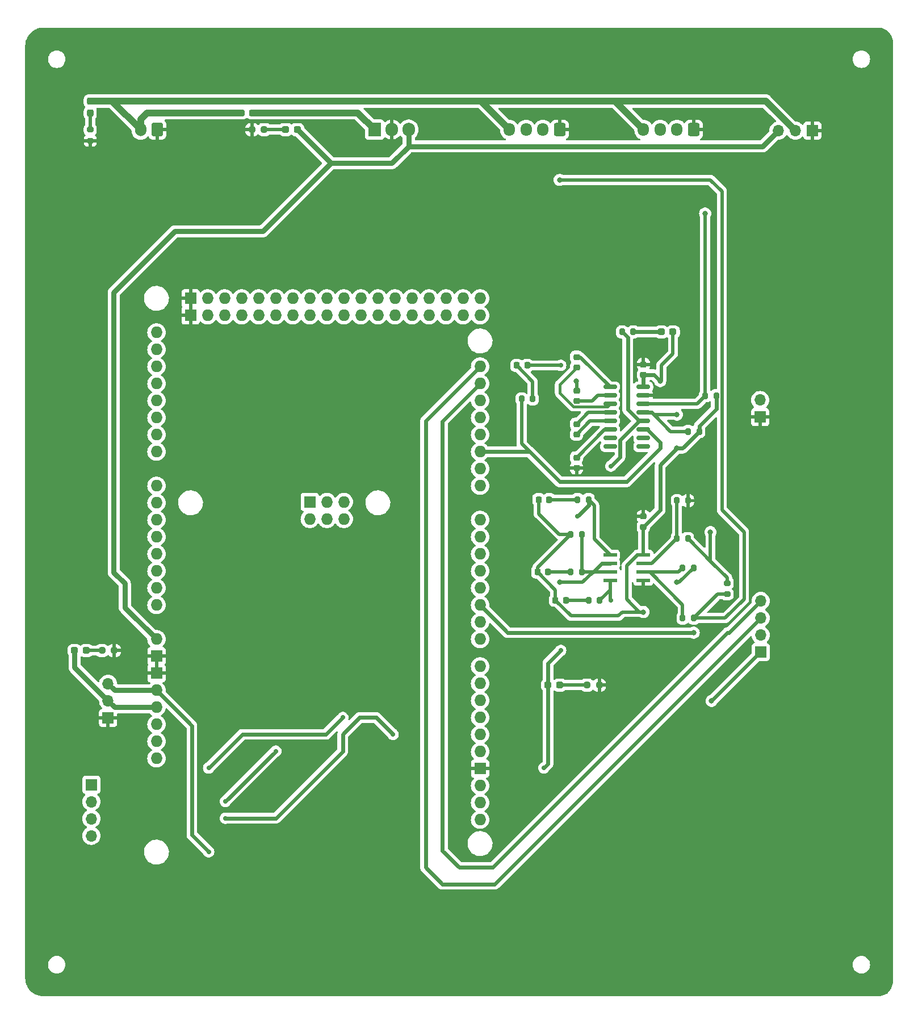
<source format=gbr>
%TF.GenerationSoftware,KiCad,Pcbnew,(7.0.0)*%
%TF.CreationDate,2024-02-08T18:30:53+01:00*%
%TF.ProjectId,AbuDhabi_ElectronBeam,41627544-6861-4626-995f-456c65637472,rev?*%
%TF.SameCoordinates,PXa6e49c0PYcef2840*%
%TF.FileFunction,Copper,L1,Top*%
%TF.FilePolarity,Positive*%
%FSLAX46Y46*%
G04 Gerber Fmt 4.6, Leading zero omitted, Abs format (unit mm)*
G04 Created by KiCad (PCBNEW (7.0.0)) date 2024-02-08 18:30:53*
%MOMM*%
%LPD*%
G01*
G04 APERTURE LIST*
G04 Aperture macros list*
%AMRoundRect*
0 Rectangle with rounded corners*
0 $1 Rounding radius*
0 $2 $3 $4 $5 $6 $7 $8 $9 X,Y pos of 4 corners*
0 Add a 4 corners polygon primitive as box body*
4,1,4,$2,$3,$4,$5,$6,$7,$8,$9,$2,$3,0*
0 Add four circle primitives for the rounded corners*
1,1,$1+$1,$2,$3*
1,1,$1+$1,$4,$5*
1,1,$1+$1,$6,$7*
1,1,$1+$1,$8,$9*
0 Add four rect primitives between the rounded corners*
20,1,$1+$1,$2,$3,$4,$5,0*
20,1,$1+$1,$4,$5,$6,$7,0*
20,1,$1+$1,$6,$7,$8,$9,0*
20,1,$1+$1,$8,$9,$2,$3,0*%
G04 Aperture macros list end*
%TA.AperFunction,ComponentPad*%
%ADD10RoundRect,0.250000X0.600000X0.750000X-0.600000X0.750000X-0.600000X-0.750000X0.600000X-0.750000X0*%
%TD*%
%TA.AperFunction,ComponentPad*%
%ADD11O,1.700000X2.000000*%
%TD*%
%TA.AperFunction,ComponentPad*%
%ADD12R,1.905000X2.000000*%
%TD*%
%TA.AperFunction,ComponentPad*%
%ADD13O,1.905000X2.000000*%
%TD*%
%TA.AperFunction,SMDPad,CuDef*%
%ADD14RoundRect,0.200000X0.200000X0.275000X-0.200000X0.275000X-0.200000X-0.275000X0.200000X-0.275000X0*%
%TD*%
%TA.AperFunction,ComponentPad*%
%ADD15RoundRect,0.250000X0.600000X0.725000X-0.600000X0.725000X-0.600000X-0.725000X0.600000X-0.725000X0*%
%TD*%
%TA.AperFunction,ComponentPad*%
%ADD16O,1.700000X1.950000*%
%TD*%
%TA.AperFunction,SMDPad,CuDef*%
%ADD17RoundRect,0.237500X0.287500X0.237500X-0.287500X0.237500X-0.287500X-0.237500X0.287500X-0.237500X0*%
%TD*%
%TA.AperFunction,SMDPad,CuDef*%
%ADD18RoundRect,0.237500X-0.287500X-0.237500X0.287500X-0.237500X0.287500X0.237500X-0.287500X0.237500X0*%
%TD*%
%TA.AperFunction,SMDPad,CuDef*%
%ADD19RoundRect,0.225000X0.250000X-0.225000X0.250000X0.225000X-0.250000X0.225000X-0.250000X-0.225000X0*%
%TD*%
%TA.AperFunction,SMDPad,CuDef*%
%ADD20RoundRect,0.237500X-0.250000X-0.237500X0.250000X-0.237500X0.250000X0.237500X-0.250000X0.237500X0*%
%TD*%
%TA.AperFunction,SMDPad,CuDef*%
%ADD21RoundRect,0.225000X-0.250000X0.225000X-0.250000X-0.225000X0.250000X-0.225000X0.250000X0.225000X0*%
%TD*%
%TA.AperFunction,SMDPad,CuDef*%
%ADD22RoundRect,0.150000X-0.825000X-0.150000X0.825000X-0.150000X0.825000X0.150000X-0.825000X0.150000X0*%
%TD*%
%TA.AperFunction,SMDPad,CuDef*%
%ADD23RoundRect,0.218750X0.218750X0.256250X-0.218750X0.256250X-0.218750X-0.256250X0.218750X-0.256250X0*%
%TD*%
%TA.AperFunction,SMDPad,CuDef*%
%ADD24RoundRect,0.200000X-0.200000X-0.275000X0.200000X-0.275000X0.200000X0.275000X-0.200000X0.275000X0*%
%TD*%
%TA.AperFunction,SMDPad,CuDef*%
%ADD25RoundRect,0.237500X0.250000X0.237500X-0.250000X0.237500X-0.250000X-0.237500X0.250000X-0.237500X0*%
%TD*%
%TA.AperFunction,SMDPad,CuDef*%
%ADD26RoundRect,0.218750X-0.218750X-0.256250X0.218750X-0.256250X0.218750X0.256250X-0.218750X0.256250X0*%
%TD*%
%TA.AperFunction,ComponentPad*%
%ADD27R,1.700000X1.700000*%
%TD*%
%TA.AperFunction,ComponentPad*%
%ADD28O,1.700000X1.700000*%
%TD*%
%TA.AperFunction,SMDPad,CuDef*%
%ADD29RoundRect,0.237500X0.237500X-0.287500X0.237500X0.287500X-0.237500X0.287500X-0.237500X-0.287500X0*%
%TD*%
%TA.AperFunction,SMDPad,CuDef*%
%ADD30RoundRect,0.200000X-0.275000X0.200000X-0.275000X-0.200000X0.275000X-0.200000X0.275000X0.200000X0*%
%TD*%
%TA.AperFunction,SMDPad,CuDef*%
%ADD31RoundRect,0.041300X-0.943700X-0.253700X0.943700X-0.253700X0.943700X0.253700X-0.943700X0.253700X0*%
%TD*%
%TA.AperFunction,ComponentPad*%
%ADD32O,1.727200X1.727200*%
%TD*%
%TA.AperFunction,ComponentPad*%
%ADD33R,1.727200X1.727200*%
%TD*%
%TA.AperFunction,ViaPad*%
%ADD34C,0.800000*%
%TD*%
%TA.AperFunction,ViaPad*%
%ADD35C,0.700000*%
%TD*%
%TA.AperFunction,Conductor*%
%ADD36C,0.500000*%
%TD*%
%TA.AperFunction,Conductor*%
%ADD37C,0.600000*%
%TD*%
%TA.AperFunction,Conductor*%
%ADD38C,0.800000*%
%TD*%
%TA.AperFunction,Conductor*%
%ADD39C,1.000000*%
%TD*%
%TA.AperFunction,Conductor*%
%ADD40C,0.400000*%
%TD*%
G04 APERTURE END LIST*
D10*
%TO.P,J19,1,Pin_1*%
%TO.N,GND*%
X20000000Y129500000D03*
D11*
%TO.P,J19,2,Pin_2*%
%TO.N,+24V*%
X17499999Y129499999D03*
%TD*%
D12*
%TO.P,U2,1,IN*%
%TO.N,Net-(D7-K)*%
X52419999Y129499999D03*
D13*
%TO.P,U2,2,GND*%
%TO.N,GND*%
X54959999Y129499999D03*
%TO.P,U2,3,OUT*%
%TO.N,/5VExt*%
X57499999Y129499999D03*
%TD*%
D14*
%TO.P,R13,1*%
%TO.N,/5Vard*%
X99975000Y64187000D03*
%TO.P,R13,2*%
%TO.N,/RS435adapter/D+chip*%
X98325000Y64187000D03*
%TD*%
D15*
%TO.P,J12,1,Pin_1*%
%TO.N,GND*%
X100000000Y129500000D03*
D16*
%TO.P,J12,2,Pin_2*%
%TO.N,/TxS*%
X97499999Y129499999D03*
%TO.P,J12,3,Pin_3*%
%TO.N,/RxS*%
X94999999Y129499999D03*
%TO.P,J12,4,Pin_4*%
%TO.N,+24V*%
X92499999Y129499999D03*
%TD*%
D17*
%TO.P,D7,1,K*%
%TO.N,Net-(D7-K)*%
X34250000Y132000000D03*
%TO.P,D7,2,A*%
%TO.N,+24V*%
X32500000Y132000000D03*
%TD*%
D14*
%TO.P,R6,1*%
%TO.N,Net-(D6-K)*%
X90981500Y99343500D03*
%TO.P,R6,2*%
%TO.N,/Rx2*%
X89331500Y99343500D03*
%TD*%
D18*
%TO.P,D6,1,K*%
%TO.N,Net-(D6-K)*%
X95156500Y99343500D03*
%TO.P,D6,2,A*%
%TO.N,/5Vard*%
X96906500Y99343500D03*
%TD*%
D19*
%TO.P,C5,1*%
%TO.N,Net-(U3-VS+)*%
X82525000Y89047000D03*
%TO.P,C5,2*%
%TO.N,/5Vard*%
X82525000Y90597000D03*
%TD*%
D17*
%TO.P,D3,1,K*%
%TO.N,Net-(D3-K)*%
X80000000Y46687000D03*
%TO.P,D3,2,A*%
%TO.N,/5Vard*%
X78250000Y46687000D03*
%TD*%
D20*
%TO.P,R4,1*%
%TO.N,Net-(D4-K)*%
X11744000Y51843500D03*
%TO.P,R4,2*%
%TO.N,GND*%
X13569000Y51843500D03*
%TD*%
D21*
%TO.P,C1,1*%
%TO.N,Net-(U3-C1+)*%
X82525000Y95597000D03*
%TO.P,C1,2*%
%TO.N,Net-(U3-C1-)*%
X82525000Y94047000D03*
%TD*%
D22*
%TO.P,U3,1,C1+*%
%TO.N,Net-(U3-C1+)*%
X87525000Y91132000D03*
%TO.P,U3,2,VS+*%
%TO.N,Net-(U3-VS+)*%
X87525000Y89862000D03*
%TO.P,U3,3,C1-*%
%TO.N,Net-(U3-C1-)*%
X87525000Y88592000D03*
%TO.P,U3,4,C2+*%
%TO.N,Net-(U3-C2+)*%
X87525000Y87322000D03*
%TO.P,U3,5,C2-*%
%TO.N,Net-(U3-C2-)*%
X87525000Y86052000D03*
%TO.P,U3,6,VS-*%
%TO.N,Net-(U3-VS-)*%
X87525000Y84782000D03*
%TO.P,U3,7,T2OUT*%
%TO.N,unconnected-(U3-T2OUT-Pad7)*%
X87525000Y83512000D03*
%TO.P,U3,8,R2IN*%
%TO.N,unconnected-(U3-R2IN-Pad8)*%
X87525000Y82242000D03*
%TO.P,U3,9,R2OUT*%
%TO.N,unconnected-(U3-R2OUT-Pad9)*%
X92475000Y82242000D03*
%TO.P,U3,10,T2IN*%
%TO.N,unconnected-(U3-T2IN-Pad10)*%
X92475000Y83512000D03*
%TO.P,U3,11,T1IN*%
%TO.N,/Tx2*%
X92475000Y84782000D03*
%TO.P,U3,12,R1OUT*%
%TO.N,/Rx2*%
X92475000Y86052000D03*
%TO.P,U3,13,R1IN*%
%TO.N,/RxS*%
X92475000Y87322000D03*
%TO.P,U3,14,T1OUT*%
%TO.N,/TxS*%
X92475000Y88592000D03*
%TO.P,U3,15,GND*%
%TO.N,GND*%
X92475000Y89862000D03*
%TO.P,U3,16,VCC*%
%TO.N,/5Vard*%
X92475000Y91132000D03*
%TD*%
D23*
%TO.P,D11,1,K*%
%TO.N,Net-(D11-K)*%
X78262500Y63552000D03*
%TO.P,D11,2,A*%
%TO.N,/5Vard*%
X76687500Y63552000D03*
%TD*%
D20*
%TO.P,R3,1*%
%TO.N,Net-(D3-K)*%
X84087500Y46687000D03*
%TO.P,R3,2*%
%TO.N,GND*%
X85912500Y46687000D03*
%TD*%
D24*
%TO.P,R14,1*%
%TO.N,/RS435adapter/D-chip*%
X97500000Y74187000D03*
%TO.P,R14,2*%
%TO.N,GND*%
X99150000Y74187000D03*
%TD*%
%TO.P,R9,1*%
%TO.N,Net-(D9-K)*%
X82656500Y74343500D03*
%TO.P,R9,2*%
%TO.N,/Rx3*%
X84306500Y74343500D03*
%TD*%
D25*
%TO.P,R1,1*%
%TO.N,Net-(D1-K)*%
X35950000Y129500000D03*
%TO.P,R1,2*%
%TO.N,GND*%
X34125000Y129500000D03*
%TD*%
D14*
%TO.P,R8,1*%
%TO.N,/5Vard*%
X100825000Y84500000D03*
%TO.P,R8,2*%
%TO.N,/RxS*%
X99175000Y84500000D03*
%TD*%
D26*
%TO.P,D5,1,K*%
%TO.N,Net-(D5-K)*%
X73581500Y94343500D03*
%TO.P,D5,2,A*%
%TO.N,/5Vard*%
X75156500Y94343500D03*
%TD*%
D24*
%TO.P,R11,1*%
%TO.N,Net-(D11-K)*%
X81650000Y63552000D03*
%TO.P,R11,2*%
%TO.N,/EN485*%
X83300000Y63552000D03*
%TD*%
D23*
%TO.P,D10,1,K*%
%TO.N,Net-(D10-K)*%
X80944000Y59343500D03*
%TO.P,D10,2,A*%
%TO.N,/5Vard*%
X79369000Y59343500D03*
%TD*%
D27*
%TO.P,J2,1,Pin_1*%
%TO.N,GND*%
X117696499Y129343499D03*
D28*
%TO.P,J2,2,Pin_2*%
%TO.N,+24V*%
X115156499Y129343499D03*
%TO.P,J2,3,Pin_3*%
%TO.N,/5VExt*%
X112616499Y129343499D03*
%TD*%
D19*
%TO.P,C2,1*%
%TO.N,/5Vard*%
X92500000Y92950000D03*
%TO.P,C2,2*%
%TO.N,GND*%
X92500000Y94500000D03*
%TD*%
D18*
%TO.P,D1,1,K*%
%TO.N,Net-(D1-K)*%
X39125000Y129500000D03*
%TO.P,D1,2,A*%
%TO.N,/5VExt*%
X40875000Y129500000D03*
%TD*%
D24*
%TO.P,R12,1*%
%TO.N,/5Vard*%
X81650000Y69187000D03*
%TO.P,R12,2*%
%TO.N,/EN485*%
X83300000Y69187000D03*
%TD*%
%TO.P,R10,1*%
%TO.N,Net-(D10-K)*%
X84331500Y59343500D03*
%TO.P,R10,2*%
%TO.N,/Tx3*%
X85981500Y59343500D03*
%TD*%
D27*
%TO.P,J3,1,Pin_1*%
%TO.N,GND*%
X12656499Y41803499D03*
D28*
%TO.P,J3,2,Pin_2*%
%TO.N,+3.3V*%
X12656499Y44343499D03*
%TO.P,J3,3,Pin_3*%
%TO.N,/5Vard*%
X12656499Y46883499D03*
%TD*%
D19*
%TO.P,C6,1*%
%TO.N,/5Vard*%
X92475000Y70277000D03*
%TO.P,C6,2*%
%TO.N,GND*%
X92475000Y71827000D03*
%TD*%
D27*
%TO.P,J1,1,Pin_1*%
%TO.N,/SA0*%
X109999999Y51606999D03*
D28*
%TO.P,J1,2,Pin_2*%
%TO.N,/RES*%
X109999999Y54146999D03*
%TO.P,J1,3,Pin_3*%
%TO.N,/SCL*%
X109999999Y56686999D03*
%TO.P,J1,4,Pin_4*%
%TO.N,/SDA*%
X109999999Y59226999D03*
%TD*%
D23*
%TO.P,D9,1,K*%
%TO.N,Net-(D9-K)*%
X78444000Y74343500D03*
%TO.P,D9,2,A*%
%TO.N,/5Vard*%
X76869000Y74343500D03*
%TD*%
D17*
%TO.P,D4,1,K*%
%TO.N,Net-(D4-K)*%
X9406500Y51843500D03*
%TO.P,D4,2,A*%
%TO.N,+3.3V*%
X7656500Y51843500D03*
%TD*%
D14*
%TO.P,R7,1*%
%TO.N,/5Vard*%
X103350000Y89822000D03*
%TO.P,R7,2*%
%TO.N,/TxS*%
X101700000Y89822000D03*
%TD*%
D29*
%TO.P,D2,1,K*%
%TO.N,Net-(D2-K)*%
X10000000Y132000000D03*
%TO.P,D2,2,A*%
%TO.N,+24V*%
X10000000Y133750000D03*
%TD*%
D30*
%TO.P,R2,1*%
%TO.N,Net-(D2-K)*%
X10000000Y129500000D03*
%TO.P,R2,2*%
%TO.N,GND*%
X10000000Y127850000D03*
%TD*%
D21*
%TO.P,C4,1*%
%TO.N,Net-(U3-VS-)*%
X82525000Y80597000D03*
%TO.P,C4,2*%
%TO.N,GND*%
X82525000Y79047000D03*
%TD*%
D31*
%TO.P,U4,1,RO*%
%TO.N,/Rx3*%
X87525000Y66092000D03*
%TO.P,U4,2,~{RE}*%
%TO.N,/EN485*%
X87525000Y64822000D03*
%TO.P,U4,3,DE*%
X87525000Y63552000D03*
%TO.P,U4,4,DI*%
%TO.N,/Tx3*%
X87525000Y62282000D03*
%TO.P,U4,5,GND*%
%TO.N,GND*%
X92475000Y62282000D03*
%TO.P,U4,6,A*%
%TO.N,/RS435adapter/D+chip*%
X92475000Y63552000D03*
%TO.P,U4,7,B*%
%TO.N,/RS435adapter/D-chip*%
X92475000Y64822000D03*
%TO.P,U4,8,VCC*%
%TO.N,/5Vard*%
X92475000Y66092000D03*
%TD*%
D30*
%TO.P,R17,1*%
%TO.N,/D-*%
X104975000Y61877000D03*
%TO.P,R17,2*%
%TO.N,/D+*%
X104975000Y60227000D03*
%TD*%
D14*
%TO.P,R5,1*%
%TO.N,Net-(D5-K)*%
X75981500Y89343500D03*
%TO.P,R5,2*%
%TO.N,/Tx2*%
X74331500Y89343500D03*
%TD*%
%TO.P,R16,1*%
%TO.N,/D-*%
X99125000Y68552000D03*
%TO.P,R16,2*%
%TO.N,/RS435adapter/D-chip*%
X97475000Y68552000D03*
%TD*%
D24*
%TO.P,R15,1*%
%TO.N,/RS435adapter/D+chip*%
X98350000Y56687000D03*
%TO.P,R15,2*%
%TO.N,/D+*%
X100000000Y56687000D03*
%TD*%
D21*
%TO.P,C3,1*%
%TO.N,Net-(U3-C2+)*%
X82525000Y85597000D03*
%TO.P,C3,2*%
%TO.N,Net-(U3-C2-)*%
X82525000Y84047000D03*
%TD*%
D15*
%TO.P,J13,1,Pin_1*%
%TO.N,GND*%
X80000000Y129500000D03*
D16*
%TO.P,J13,2,Pin_2*%
%TO.N,/D+*%
X77499999Y129499999D03*
%TO.P,J13,3,Pin_3*%
%TO.N,/D-*%
X74999999Y129499999D03*
%TO.P,J13,4,Pin_4*%
%TO.N,+24V*%
X72499999Y129499999D03*
%TD*%
D27*
%TO.P,J16,1,Pin_1*%
%TO.N,GND*%
X109897999Y86646999D03*
D28*
%TO.P,J16,2,Pin_2*%
%TO.N,/5Vard*%
X109897999Y89186999D03*
%TD*%
D27*
%TO.P,J18,1,Pin_1*%
%TO.N,/Y3*%
X10156499Y31843499D03*
D28*
%TO.P,J18,2,Pin_2*%
%TO.N,/Y2*%
X10156499Y29303499D03*
%TO.P,J18,3,Pin_3*%
%TO.N,/Y1*%
X10156499Y26763499D03*
%TO.P,J18,4,Pin_4*%
%TO.N,/Y0*%
X10156499Y24223499D03*
%TD*%
D32*
%TO.P,A3,*%
%TO.N,*%
X19876499Y35763499D03*
%TO.P,A3,3V3,3.3V*%
%TO.N,+3.3V*%
X19876499Y43383499D03*
%TO.P,A3,5V1,5V*%
%TO.N,/5Vard*%
X19876499Y45923499D03*
%TO.P,A3,5V2,SPI_5V*%
%TO.N,unconnected-(A3-SPI_5V-Pad5V2)*%
X47816499Y73990499D03*
%TO.P,A3,5V3,5V*%
%TO.N,unconnected-(A3-5V-Pad5V3)*%
X68136499Y101803499D03*
%TO.P,A3,5V4,5V*%
%TO.N,unconnected-(A3-5V-Pad5V4)*%
X68136499Y104343499D03*
%TO.P,A3,A0,A0*%
%TO.N,unconnected-(A3-PadA0)*%
X19876499Y58623499D03*
%TO.P,A3,A1,A1*%
%TO.N,unconnected-(A3-PadA1)*%
X19876499Y61163499D03*
%TO.P,A3,A2,A2*%
%TO.N,unconnected-(A3-PadA2)*%
X19876499Y63703499D03*
%TO.P,A3,A3,A3*%
%TO.N,unconnected-(A3-PadA3)*%
X19876499Y66243499D03*
%TO.P,A3,A4,A4*%
%TO.N,unconnected-(A3-PadA4)*%
X19876499Y68783499D03*
%TO.P,A3,A5,A5*%
%TO.N,unconnected-(A3-PadA5)*%
X19876499Y71323499D03*
%TO.P,A3,A6,A6*%
%TO.N,unconnected-(A3-PadA6)*%
X19876499Y73863499D03*
%TO.P,A3,A7,A7*%
%TO.N,unconnected-(A3-PadA7)*%
X19876499Y76403499D03*
%TO.P,A3,A8,A8*%
%TO.N,unconnected-(A3-PadA8)*%
X19876499Y81483499D03*
%TO.P,A3,A9,A9*%
%TO.N,unconnected-(A3-PadA9)*%
X19876499Y84023499D03*
%TO.P,A3,A10,A10*%
%TO.N,unconnected-(A3-PadA10)*%
X19876499Y86563499D03*
%TO.P,A3,A11,A11*%
%TO.N,unconnected-(A3-PadA11)*%
X19876499Y89103499D03*
%TO.P,A3,A12,A12*%
%TO.N,unconnected-(A3-PadA12)*%
X19876499Y91643499D03*
%TO.P,A3,A13,A13*%
%TO.N,unconnected-(A3-PadA13)*%
X19876499Y94183499D03*
%TO.P,A3,A14,A14*%
%TO.N,unconnected-(A3-PadA14)*%
X19876499Y96723499D03*
%TO.P,A3,A15,A15*%
%TO.N,unconnected-(A3-PadA15)*%
X19876499Y99263499D03*
%TO.P,A3,AREF,AREF*%
%TO.N,unconnected-(A3-PadAREF)*%
X68136499Y31699499D03*
%TO.P,A3,D0,D0/RX0*%
%TO.N,unconnected-(A3-D0{slash}RX0-PadD0)*%
X68136499Y71323499D03*
%TO.P,A3,D1,D1/TX0*%
%TO.N,unconnected-(A3-D1{slash}TX0-PadD1)*%
X68136499Y68783499D03*
%TO.P,A3,D2,D2_INT0*%
%TO.N,/intPin*%
X68136499Y66243499D03*
%TO.P,A3,D3,D3_INT1*%
%TO.N,unconnected-(A3-D3_INT1-PadD3)*%
X68136499Y63703499D03*
%TO.P,A3,D4,D4*%
%TO.N,unconnected-(A3-PadD4)*%
X68136499Y61163499D03*
%TO.P,A3,D5,D5*%
%TO.N,/RES*%
X68136499Y58623499D03*
%TO.P,A3,D6,D6*%
%TO.N,/EN485*%
X68136499Y56083499D03*
%TO.P,A3,D7,D7*%
%TO.N,/L0*%
X68136499Y53543499D03*
%TO.P,A3,D8,D8*%
%TO.N,/L1*%
X68136499Y49479499D03*
%TO.P,A3,D9,D9*%
%TO.N,unconnected-(A3-PadD9)*%
X68136499Y46939499D03*
%TO.P,A3,D10,D10*%
%TO.N,unconnected-(A3-PadD10)*%
X68136499Y44399499D03*
%TO.P,A3,D11,D11*%
%TO.N,/SA0*%
X68136499Y41859499D03*
%TO.P,A3,D12,D12*%
%TO.N,unconnected-(A3-PadD12)*%
X68136499Y39319499D03*
%TO.P,A3,D13,D13*%
%TO.N,unconnected-(A3-PadD13)*%
X68136499Y36779499D03*
%TO.P,A3,D14,D14/TX3*%
%TO.N,/Tx3*%
X68136499Y76403499D03*
%TO.P,A3,D15,D15/RX3*%
%TO.N,/Rx3*%
X68136499Y78943499D03*
%TO.P,A3,D16,D16/TX2*%
%TO.N,/Tx2*%
X68136499Y81483499D03*
%TO.P,A3,D17,D17/RX2*%
%TO.N,/Rx2*%
X68136499Y84023499D03*
%TO.P,A3,D18,D18/TX1*%
%TO.N,unconnected-(A3-D18{slash}TX1-PadD18)*%
X68136499Y86563499D03*
%TO.P,A3,D19,D19/RX1*%
%TO.N,unconnected-(A3-D19{slash}RX1-PadD19)*%
X68136499Y89103499D03*
%TO.P,A3,D20,D20/SDA*%
%TO.N,/SDA*%
X68136499Y91643499D03*
%TO.P,A3,D21,D21/SCL*%
%TO.N,/SCL*%
X68136499Y94183499D03*
%TO.P,A3,D22,D22*%
%TO.N,unconnected-(A3-PadD22)*%
X65596499Y101803499D03*
%TO.P,A3,D23,D23*%
%TO.N,unconnected-(A3-PadD23)*%
X65596499Y104343499D03*
%TO.P,A3,D24,D24*%
%TO.N,unconnected-(A3-PadD24)*%
X63056499Y101803499D03*
%TO.P,A3,D25,D25*%
%TO.N,unconnected-(A3-PadD25)*%
X63056499Y104343499D03*
%TO.P,A3,D26,D26*%
%TO.N,unconnected-(A3-PadD26)*%
X60516499Y101803499D03*
%TO.P,A3,D27,D27*%
%TO.N,unconnected-(A3-PadD27)*%
X60516499Y104343499D03*
%TO.P,A3,D28,D28*%
%TO.N,unconnected-(A3-PadD28)*%
X57976499Y101803499D03*
%TO.P,A3,D29,D29*%
%TO.N,unconnected-(A3-PadD29)*%
X57976499Y104343499D03*
%TO.P,A3,D30,D30*%
%TO.N,unconnected-(A3-PadD30)*%
X55436499Y101803499D03*
%TO.P,A3,D31,D31*%
%TO.N,unconnected-(A3-PadD31)*%
X55436499Y104343499D03*
%TO.P,A3,D32,D32*%
%TO.N,unconnected-(A3-PadD32)*%
X52896499Y101803499D03*
%TO.P,A3,D33,D33*%
%TO.N,unconnected-(A3-PadD33)*%
X52896499Y104343499D03*
%TO.P,A3,D34,D34*%
%TO.N,unconnected-(A3-PadD34)*%
X50356499Y101803499D03*
%TO.P,A3,D35,D35*%
%TO.N,unconnected-(A3-PadD35)*%
X50356499Y104343499D03*
%TO.P,A3,D36,D36*%
%TO.N,unconnected-(A3-PadD36)*%
X47816499Y101803499D03*
%TO.P,A3,D37,D37*%
%TO.N,unconnected-(A3-PadD37)*%
X47816499Y104343499D03*
%TO.P,A3,D38,D38*%
%TO.N,unconnected-(A3-PadD38)*%
X45276499Y101803499D03*
%TO.P,A3,D39,D39*%
%TO.N,unconnected-(A3-PadD39)*%
X45276499Y104343499D03*
%TO.P,A3,D40,D40*%
%TO.N,unconnected-(A3-PadD40)*%
X42736499Y101803499D03*
%TO.P,A3,D41,D41*%
%TO.N,unconnected-(A3-PadD41)*%
X42736499Y104343499D03*
%TO.P,A3,D42,D42*%
%TO.N,unconnected-(A3-PadD42)*%
X40196499Y101803499D03*
%TO.P,A3,D43,D43*%
%TO.N,unconnected-(A3-PadD43)*%
X40196499Y104343499D03*
%TO.P,A3,D44,D44*%
%TO.N,unconnected-(A3-PadD44)*%
X37656499Y101803499D03*
%TO.P,A3,D45,D45*%
%TO.N,unconnected-(A3-PadD45)*%
X37656499Y104343499D03*
%TO.P,A3,D46,D46*%
%TO.N,unconnected-(A3-PadD46)*%
X35116499Y101803499D03*
%TO.P,A3,D47,D47*%
%TO.N,unconnected-(A3-PadD47)*%
X35116499Y104343499D03*
%TO.P,A3,D48,D48*%
%TO.N,unconnected-(A3-PadD48)*%
X32576499Y101803499D03*
%TO.P,A3,D49,D49*%
%TO.N,unconnected-(A3-PadD49)*%
X32576499Y104343499D03*
%TO.P,A3,D50,D50_MISO*%
%TO.N,unconnected-(A3-D50_MISO-PadD50)*%
X30036499Y101803499D03*
%TO.P,A3,D51,D51_MOSI*%
%TO.N,unconnected-(A3-D51_MOSI-PadD51)*%
X30036499Y104343499D03*
%TO.P,A3,D52,D52_SCK*%
%TO.N,unconnected-(A3-D52_SCK-PadD52)*%
X27496499Y101803499D03*
%TO.P,A3,D53,D53_CS*%
%TO.N,unconnected-(A3-D53_CS-PadD53)*%
X27496499Y104343499D03*
D33*
%TO.P,A3,GND1,GND*%
%TO.N,GND*%
X68136499Y34239499D03*
%TO.P,A3,GND2,GND*%
X19876499Y48463499D03*
%TO.P,A3,GND3,GND*%
X19876499Y51003499D03*
%TO.P,A3,GND4,SPI_GND*%
%TO.N,unconnected-(A3-SPI_GND-PadGND4)*%
X42736499Y73990499D03*
%TO.P,A3,GND5,GND*%
%TO.N,GND*%
X24956499Y101803499D03*
%TO.P,A3,GND6,GND*%
X24956499Y104343499D03*
D32*
%TO.P,A3,IORF,IOREF*%
%TO.N,unconnected-(A3-IOREF-PadIORF)*%
X19876499Y38303499D03*
%TO.P,A3,MISO,SPI_MISO*%
%TO.N,unconnected-(A3-SPI_MISO-PadMISO)*%
X47816499Y71450499D03*
%TO.P,A3,MOSI,SPI_MOSI*%
%TO.N,unconnected-(A3-SPI_MOSI-PadMOSI)*%
X45276499Y73990499D03*
%TO.P,A3,RST1,RESET*%
%TO.N,unconnected-(A3-RESET-PadRST1)*%
X19876499Y40843499D03*
%TO.P,A3,RST2,SPI_RESET*%
%TO.N,unconnected-(A3-SPI_RESET-PadRST2)*%
X42736499Y71450499D03*
%TO.P,A3,SCK,SPI_SCK*%
%TO.N,unconnected-(A3-SPI_SCK-PadSCK)*%
X45276499Y71450499D03*
%TO.P,A3,SCL,SCL*%
%TO.N,unconnected-(A3-PadSCL)*%
X68136499Y26619499D03*
%TO.P,A3,SDA,SDA*%
%TO.N,unconnected-(A3-PadSDA)*%
X68136499Y29159499D03*
%TO.P,A3,VIN,VIN*%
%TO.N,/5VExt*%
X19876499Y53543499D03*
%TD*%
D34*
%TO.N,GND*%
X70000000Y122000000D03*
X87500000Y137000000D03*
X72500000Y24500000D03*
X7500000Y64500000D03*
X40000000Y82000000D03*
X112500000Y64500000D03*
X114656500Y17843500D03*
D35*
X100000000Y87000000D03*
D34*
X50000000Y77000000D03*
X25000000Y87000000D03*
X57500000Y82000000D03*
X62500000Y94500000D03*
X52500000Y97000000D03*
X90000000Y17000000D03*
X5000000Y19500000D03*
X20000000Y119500000D03*
X110000000Y119500000D03*
X65000000Y129500000D03*
X125000000Y89500000D03*
X75000000Y37000000D03*
X110000000Y104500000D03*
X7500000Y92000000D03*
X95000000Y97000000D03*
X105000000Y67000000D03*
X15156500Y12343500D03*
X37500000Y119500000D03*
X32500000Y19500000D03*
X47500000Y92000000D03*
X102500000Y17000000D03*
X125000000Y109500000D03*
X97500000Y112000000D03*
X97500000Y79500000D03*
X32500000Y97000000D03*
X27500000Y74500000D03*
X90000000Y22000000D03*
X35156500Y12343500D03*
X22500000Y137000000D03*
X60156500Y12343500D03*
X45000000Y117000000D03*
X7500000Y114500000D03*
X114656500Y42843500D03*
X57656500Y69343500D03*
X35000000Y89500000D03*
X52500000Y22000000D03*
X115000000Y99500000D03*
X30000000Y119500000D03*
X80000000Y119500000D03*
X92500000Y47000000D03*
X97500000Y92000000D03*
X72500000Y79500000D03*
X35000000Y67000000D03*
X107500000Y94500000D03*
X25000000Y99500000D03*
X92500000Y59500000D03*
X77656500Y12343500D03*
X102500000Y137000000D03*
X77500000Y109500000D03*
X75000000Y49500000D03*
X15000000Y112000000D03*
X80000000Y87000000D03*
X10000000Y107000000D03*
X27500000Y127000000D03*
X115500000Y30000000D03*
X37500000Y137000000D03*
X7500000Y122000000D03*
X35156500Y56843500D03*
X62500000Y117000000D03*
X67500000Y137000000D03*
X47500000Y19500000D03*
X50000000Y119500000D03*
X112500000Y79500000D03*
X87500000Y107000000D03*
X92500000Y74500000D03*
X15000000Y34500000D03*
X50000000Y87000000D03*
X42500000Y97000000D03*
X57500000Y119500000D03*
X105000000Y129500000D03*
X12500000Y14500000D03*
X97500000Y22000000D03*
X90156500Y12343500D03*
X92500000Y119500000D03*
X85000000Y129500000D03*
X25000000Y67000000D03*
X60000000Y89500000D03*
X107500000Y74500000D03*
D35*
%TO.N,/5Vard*%
X80156500Y51843500D03*
D34*
X97500000Y62000000D03*
X97500000Y82000000D03*
X95000000Y92000000D03*
D35*
X27656500Y21843500D03*
X80156500Y94343500D03*
D34*
X92500000Y57586500D03*
X82500000Y92000000D03*
D35*
X77656500Y34343500D03*
%TO.N,/Rx2*%
X87656500Y79343500D03*
%TO.N,/Tx3*%
X87656500Y59343500D03*
%TO.N,/Rx3*%
X82656500Y71843500D03*
D34*
%TO.N,/RES*%
X100000000Y54500000D03*
%TO.N,/TxS*%
X101700000Y117000000D03*
%TO.N,/RxS*%
X97500000Y87000000D03*
%TO.N,/EN485*%
X80000000Y62000000D03*
D35*
%TO.N,/Y1*%
X55156500Y39343500D03*
X30156500Y26843500D03*
%TO.N,/Y2*%
X37656500Y36843500D03*
X30156500Y29343500D03*
%TO.N,/Y3*%
X47656500Y41843500D03*
X27656500Y34343500D03*
D34*
%TO.N,/SA0*%
X102656500Y44343500D03*
%TO.N,/D+*%
X80000000Y122000000D03*
%TO.N,/D-*%
X102500000Y69500000D03*
%TD*%
D36*
%TO.N,GND*%
X95362000Y89862000D02*
X97500000Y92000000D01*
X92475000Y89862000D02*
X95362000Y89862000D01*
X92475000Y62282000D02*
X92475000Y59525000D01*
X92475000Y59525000D02*
X92500000Y59500000D01*
%TO.N,/5Vard*%
X82525000Y90597000D02*
X82525000Y91975000D01*
D37*
X98325000Y82000000D02*
X97500000Y82000000D01*
D36*
X88750000Y57000000D02*
X81712500Y57000000D01*
D37*
X100825000Y84500000D02*
X98325000Y82000000D01*
D36*
X76869000Y74343500D02*
X76869000Y72237250D01*
D37*
X92500000Y91157000D02*
X92475000Y91132000D01*
D38*
X13616500Y45923500D02*
X12656500Y46883500D01*
D36*
X97500000Y62000000D02*
X97788000Y62000000D01*
X82525000Y91975000D02*
X82500000Y92000000D01*
D37*
X103350000Y87850000D02*
X103350000Y89822000D01*
D36*
X90000000Y64500000D02*
X91592000Y66092000D01*
D37*
X92500000Y92950000D02*
X94050000Y92950000D01*
D36*
X92500000Y57586500D02*
X91913500Y57586500D01*
D37*
X78250000Y34937000D02*
X77656500Y34343500D01*
D38*
X19876500Y45923500D02*
X13616500Y45923500D01*
D36*
X95156500Y92156500D02*
X95156500Y94343500D01*
D37*
X92500000Y92950000D02*
X92500000Y91157000D01*
X100825000Y84500000D02*
X100825000Y85325000D01*
D36*
X95156500Y94343500D02*
X96906500Y96093500D01*
X79369000Y60870500D02*
X79369000Y59343500D01*
D37*
X95000000Y72802000D02*
X92475000Y70277000D01*
D36*
X76687500Y64224500D02*
X76687500Y63552000D01*
D37*
X27656500Y21843500D02*
X25156500Y24343500D01*
X25156500Y24343500D02*
X25156500Y40643500D01*
D36*
X95000000Y92000000D02*
X95156500Y92156500D01*
X89336500Y57586500D02*
X88750000Y57000000D01*
X81650000Y69187000D02*
X76687500Y64224500D01*
X81712500Y57000000D02*
X79369000Y59343500D01*
D37*
X97500000Y82000000D02*
X95000000Y79500000D01*
D36*
X76687500Y63552000D02*
X79369000Y60870500D01*
D37*
X100825000Y85325000D02*
X103350000Y87850000D01*
X94050000Y92950000D02*
X95000000Y92000000D01*
D36*
X91592000Y66092000D02*
X92475000Y66092000D01*
D37*
X78250000Y46687000D02*
X78250000Y49937000D01*
D36*
X91913500Y57586500D02*
X90000000Y59500000D01*
X76869000Y72237250D02*
X76909375Y72237250D01*
X97788000Y62000000D02*
X99975000Y64187000D01*
X96906500Y96093500D02*
X96906500Y99343500D01*
D37*
X78250000Y46687000D02*
X78250000Y34937000D01*
X95000000Y79500000D02*
X95000000Y72802000D01*
X78250000Y49937000D02*
X80156500Y51843500D01*
D36*
X79959625Y69187000D02*
X81650000Y69187000D01*
X80156500Y94343500D02*
X75156500Y94343500D01*
X76909375Y72237250D02*
X79959625Y69187000D01*
D37*
X25156500Y40643500D02*
X19876500Y45923500D01*
D36*
X92475000Y70277000D02*
X92475000Y66092000D01*
X92500000Y57586500D02*
X89336500Y57586500D01*
X90000000Y59500000D02*
X90000000Y64500000D01*
D37*
%TO.N,/Rx2*%
X92475000Y86052000D02*
X91850761Y86052000D01*
X90156500Y98518500D02*
X89331500Y99343500D01*
X90156500Y87746261D02*
X90156500Y98518500D01*
X89000000Y83201239D02*
X89000000Y80687000D01*
X89000000Y80687000D02*
X87656500Y79343500D01*
X91850761Y86052000D02*
X90156500Y87746261D01*
X91850761Y86052000D02*
X89000000Y83201239D01*
%TO.N,/Tx2*%
X93099239Y84782000D02*
X95000000Y82881239D01*
X95000000Y82000000D02*
X90000000Y77000000D01*
D36*
X74331500Y82668500D02*
X75516500Y81483500D01*
D37*
X80000000Y77000000D02*
X75516500Y81483500D01*
X95000000Y82881239D02*
X95000000Y82000000D01*
X90000000Y77000000D02*
X80000000Y77000000D01*
X75516500Y81483500D02*
X68136500Y81483500D01*
D36*
X74331500Y89343500D02*
X74331500Y82668500D01*
D37*
X92475000Y84782000D02*
X93099239Y84782000D01*
D36*
%TO.N,/Tx3*%
X87525000Y59475000D02*
X87656500Y59343500D01*
X87525000Y62282000D02*
X87525000Y60887000D01*
X87525000Y60887000D02*
X87525000Y59475000D01*
X87525000Y60887000D02*
X85981500Y59343500D01*
%TO.N,/Rx3*%
X84306500Y74343500D02*
X85156500Y73493500D01*
D37*
X84306500Y73493500D02*
X82656500Y71843500D01*
D36*
X85156500Y68460500D02*
X87525000Y66092000D01*
D37*
X84306500Y74343500D02*
X84306500Y73493500D01*
D36*
X85156500Y73493500D02*
X85156500Y68460500D01*
D37*
%TO.N,/RES*%
X68136500Y58623500D02*
X72260000Y54500000D01*
X72260000Y54500000D02*
X100000000Y54500000D01*
D36*
%TO.N,/TxS*%
X100470000Y88592000D02*
X101700000Y89822000D01*
X92475000Y88592000D02*
X100470000Y88592000D01*
X101700000Y117000000D02*
X101700000Y89822000D01*
%TO.N,/RxS*%
X99175000Y84500000D02*
X96552000Y84500000D01*
X94208500Y86843500D02*
X94365000Y87000000D01*
D37*
X92475000Y87322000D02*
X93730000Y87322000D01*
D36*
X96552000Y84500000D02*
X94208500Y86843500D01*
X94365000Y87000000D02*
X97500000Y87000000D01*
D37*
X93730000Y87322000D02*
X94208500Y86843500D01*
D39*
%TO.N,+24V*%
X88250000Y133750000D02*
X110750000Y133750000D01*
X110750000Y133750000D02*
X115156500Y129343500D01*
X13250000Y133750000D02*
X48170000Y133750000D01*
X48170000Y133750000D02*
X68250000Y133750000D01*
X32500000Y132000000D02*
X18500000Y132000000D01*
X13250000Y133750000D02*
X17500000Y129500000D01*
X68250000Y133750000D02*
X88250000Y133750000D01*
X18500000Y132000000D02*
X17500000Y131000000D01*
X68250000Y133750000D02*
X72500000Y129500000D01*
X10000000Y133750000D02*
X13250000Y133750000D01*
X88250000Y133750000D02*
X92500000Y129500000D01*
X17500000Y131000000D02*
X17500000Y129500000D01*
D37*
%TO.N,/SCL*%
X60000000Y86047000D02*
X68136500Y94183500D01*
X70313000Y17000000D02*
X62500000Y17000000D01*
X110000000Y56687000D02*
X70313000Y17000000D01*
X62500000Y17000000D02*
X60000000Y19500000D01*
X60000000Y19500000D02*
X60000000Y86047000D01*
%TO.N,/SDA*%
X70000000Y19500000D02*
X65000000Y19500000D01*
X105000000Y54500000D02*
X70000000Y19500000D01*
X105273000Y54500000D02*
X105000000Y54500000D01*
X110000000Y59227000D02*
X105273000Y54500000D01*
X65000000Y19500000D02*
X62500000Y22000000D01*
X62500000Y86007000D02*
X68136500Y91643500D01*
X62500000Y22000000D02*
X62500000Y86007000D01*
D36*
%TO.N,Net-(D1-K)*%
X35950000Y129500000D02*
X39125000Y129500000D01*
%TO.N,Net-(D2-K)*%
X10000000Y132000000D02*
X10000000Y129500000D01*
%TO.N,Net-(D3-K)*%
X84087500Y46687000D02*
X80000000Y46687000D01*
%TO.N,Net-(D4-K)*%
X11744000Y51843500D02*
X9406500Y51843500D01*
D38*
%TO.N,+3.3V*%
X12656500Y44343500D02*
X7656500Y49343500D01*
X13616500Y43383500D02*
X12656500Y44343500D01*
X7656500Y49343500D02*
X7656500Y51843500D01*
X19876500Y43383500D02*
X13616500Y43383500D01*
D36*
%TO.N,/EN485*%
X83300000Y63552000D02*
X85000000Y63552000D01*
X83448000Y62000000D02*
X80000000Y62000000D01*
D37*
X86270000Y64822000D02*
X85000000Y63552000D01*
D36*
X83300000Y69187000D02*
X83300000Y63552000D01*
X85000000Y63552000D02*
X83448000Y62000000D01*
X85000000Y63552000D02*
X87525000Y63552000D01*
D37*
X87525000Y64822000D02*
X86270000Y64822000D01*
%TO.N,/Y1*%
X50156500Y41843500D02*
X52656500Y41843500D01*
X52656500Y41843500D02*
X55156500Y39343500D01*
X47656500Y39343500D02*
X50156500Y41843500D01*
X30156500Y26843500D02*
X37656500Y26843500D01*
X37656500Y26843500D02*
X47656500Y36843500D01*
X47656500Y36843500D02*
X47656500Y39343500D01*
%TO.N,/Y2*%
X37656500Y36843500D02*
X30156500Y29343500D01*
%TO.N,/Y3*%
X32656500Y39343500D02*
X27656500Y34343500D01*
X45156500Y39343500D02*
X32656500Y39343500D01*
X47656500Y41843500D02*
X45156500Y39343500D01*
D38*
%TO.N,/5VExt*%
X40875000Y129500000D02*
X45875000Y124500000D01*
X22656500Y114343500D02*
X13500000Y105187000D01*
X15156500Y58263500D02*
X19876500Y53543500D01*
X57500000Y127000000D02*
X110273000Y127000000D01*
X45875000Y124500000D02*
X55000000Y124500000D01*
X13500000Y63500000D02*
X15156500Y61843500D01*
X45875000Y124500000D02*
X35718500Y114343500D01*
X57500000Y127000000D02*
X57500000Y129500000D01*
X13500000Y105187000D02*
X13500000Y63500000D01*
X110273000Y127000000D02*
X112616500Y129343500D01*
X15156500Y61843500D02*
X15156500Y58263500D01*
X55000000Y124500000D02*
X57500000Y127000000D01*
X35718500Y114343500D02*
X22656500Y114343500D01*
D36*
%TO.N,Net-(U3-C1+)*%
X82525000Y95597000D02*
X83060000Y95597000D01*
X83060000Y95597000D02*
X87525000Y91132000D01*
%TO.N,Net-(U3-C1-)*%
X86971472Y88592000D02*
X87525000Y88592000D01*
D40*
X80000000Y90213117D02*
X82016117Y88197000D01*
X87130000Y88197000D02*
X87525000Y88592000D01*
X82525000Y94047000D02*
X80000000Y91522000D01*
X80000000Y91522000D02*
X80000000Y90213117D01*
X82016117Y88197000D02*
X87130000Y88197000D01*
D36*
%TO.N,Net-(U3-C2+)*%
X82525000Y85597000D02*
X84250000Y87322000D01*
X84250000Y87322000D02*
X87525000Y87322000D01*
%TO.N,Net-(U3-C2-)*%
X84530000Y86052000D02*
X87525000Y86052000D01*
X82525000Y84047000D02*
X84530000Y86052000D01*
%TO.N,Net-(U3-VS-)*%
X86710000Y84782000D02*
X87525000Y84782000D01*
X82525000Y80597000D02*
X86710000Y84782000D01*
%TO.N,Net-(U3-VS+)*%
X84860000Y89047000D02*
X85675000Y89862000D01*
X82525000Y89047000D02*
X84860000Y89047000D01*
X85675000Y89862000D02*
X87525000Y89862000D01*
%TO.N,Net-(D5-K)*%
X73581500Y94343500D02*
X75981500Y91943500D01*
X75981500Y91943500D02*
X75981500Y89343500D01*
D37*
%TO.N,Net-(D6-K)*%
X95156500Y99343500D02*
X90981500Y99343500D01*
D36*
%TO.N,Net-(D9-K)*%
X78444000Y74343500D02*
X82656500Y74343500D01*
%TO.N,Net-(D10-K)*%
X80944000Y59343500D02*
X84331500Y59343500D01*
%TO.N,Net-(D11-K)*%
X78262500Y63552000D02*
X81650000Y63552000D01*
D37*
%TO.N,/SA0*%
X109920000Y51607000D02*
X102656500Y44343500D01*
X110000000Y51607000D02*
X109920000Y51607000D01*
D36*
%TO.N,/D+*%
X103540000Y60227000D02*
X104975000Y60227000D01*
X100000000Y56687000D02*
X104687000Y56687000D01*
X100000000Y56687000D02*
X103540000Y60227000D01*
X107500000Y69500000D02*
X104200000Y72800000D01*
X102500000Y122000000D02*
X80000000Y122000000D01*
X104200000Y120300000D02*
X102500000Y122000000D01*
X104200000Y72800000D02*
X104200000Y120300000D01*
X107500000Y59500000D02*
X107500000Y69500000D01*
X104687000Y56687000D02*
X107500000Y59500000D01*
%TO.N,/D-*%
X99125000Y68552000D02*
X102838500Y64838500D01*
X104975000Y62702000D02*
X104975000Y61877000D01*
X102500000Y65177000D02*
X102500000Y69500000D01*
X102838500Y64838500D02*
X102500000Y65177000D01*
X102838500Y64838500D02*
X104975000Y62702000D01*
%TO.N,/RS435adapter/D+chip*%
X98350000Y58650000D02*
X93448000Y63552000D01*
X93448000Y63552000D02*
X92500000Y63552000D01*
X97690000Y63552000D02*
X93448000Y63552000D01*
X98325000Y64187000D02*
X97690000Y63552000D01*
X98350000Y56687000D02*
X98350000Y58650000D01*
%TO.N,/RS435adapter/D-chip*%
X97500000Y74187000D02*
X97500000Y68577000D01*
X97500000Y68577000D02*
X97475000Y68552000D01*
X92475000Y64822000D02*
X93745000Y64822000D01*
X93745000Y64822000D02*
X97475000Y68552000D01*
D39*
%TO.N,Net-(D7-K)*%
X34250000Y132000000D02*
X49920000Y132000000D01*
X49920000Y132000000D02*
X52420000Y129500000D01*
%TD*%
%TA.AperFunction,Conductor*%
%TO.N,GND*%
G36*
X103398385Y86618378D02*
G01*
X103435985Y86574355D01*
X103449500Y86518060D01*
X103449500Y72863707D01*
X103448191Y72845736D01*
X103444711Y72821977D01*
X103445340Y72814786D01*
X103445340Y72814779D01*
X103449028Y72772631D01*
X103449500Y72761824D01*
X103449500Y72756291D01*
X103449916Y72752728D01*
X103449917Y72752718D01*
X103453098Y72725504D01*
X103453464Y72721918D01*
X103459371Y72654396D01*
X103459372Y72654391D01*
X103460001Y72647203D01*
X103462271Y72640351D01*
X103462976Y72636937D01*
X103463028Y72636616D01*
X103463120Y72636291D01*
X103463920Y72632915D01*
X103464759Y72625745D01*
X103490413Y72555258D01*
X103491582Y72551892D01*
X103512913Y72487521D01*
X103512917Y72487511D01*
X103515186Y72480666D01*
X103518971Y72474528D01*
X103520443Y72471372D01*
X103520570Y72471065D01*
X103520729Y72470780D01*
X103522295Y72467662D01*
X103524763Y72460883D01*
X103528727Y72454856D01*
X103528729Y72454852D01*
X103565979Y72398216D01*
X103567916Y72395176D01*
X103603154Y72338045D01*
X103607288Y72331344D01*
X103612392Y72326240D01*
X103614542Y72323521D01*
X103614739Y72323248D01*
X103614973Y72322993D01*
X103617202Y72320337D01*
X103621170Y72314304D01*
X103626423Y72309348D01*
X103626424Y72309347D01*
X103675708Y72262850D01*
X103678295Y72260337D01*
X106713181Y69225451D01*
X106740061Y69185223D01*
X106749500Y69137770D01*
X106749500Y59862229D01*
X106740061Y59814776D01*
X106713181Y59774548D01*
X104412451Y57473819D01*
X104372223Y57446939D01*
X104324770Y57437500D01*
X102111230Y57437500D01*
X102054935Y57451015D01*
X102010912Y57488615D01*
X101988757Y57542102D01*
X101993299Y57599818D01*
X102023549Y57649181D01*
X103814549Y59440181D01*
X103854777Y59467061D01*
X103902230Y59476500D01*
X104222022Y59476500D01*
X104286172Y59458617D01*
X104410394Y59383522D01*
X104526948Y59347203D01*
X104566542Y59334865D01*
X104566544Y59334865D01*
X104572804Y59332914D01*
X104643384Y59326500D01*
X105303797Y59326500D01*
X105306616Y59326500D01*
X105377196Y59332914D01*
X105539606Y59383522D01*
X105685185Y59471528D01*
X105805472Y59591815D01*
X105893478Y59737394D01*
X105944086Y59899804D01*
X105950500Y59970384D01*
X105950500Y60483616D01*
X105944086Y60554196D01*
X105893478Y60716606D01*
X105805472Y60862185D01*
X105703338Y60964319D01*
X105671244Y61019906D01*
X105671244Y61084094D01*
X105703338Y61139681D01*
X105732274Y61168617D01*
X105805472Y61241815D01*
X105893478Y61387394D01*
X105944086Y61549804D01*
X105950500Y61620384D01*
X105950500Y62133616D01*
X105944086Y62204196D01*
X105893478Y62366606D01*
X105805472Y62512185D01*
X105762486Y62555171D01*
X105732460Y62603851D01*
X105727477Y62660828D01*
X105730289Y62680023D01*
X105725971Y62729367D01*
X105725500Y62740173D01*
X105725500Y62742098D01*
X105725500Y62745709D01*
X105721894Y62776557D01*
X105721537Y62780044D01*
X105714998Y62854797D01*
X105712724Y62861659D01*
X105712027Y62865035D01*
X105711970Y62865387D01*
X105711875Y62865723D01*
X105711079Y62869081D01*
X105710241Y62876255D01*
X105684569Y62946788D01*
X105683401Y62950152D01*
X105662086Y63014479D01*
X105662085Y63014481D01*
X105659814Y63021335D01*
X105656022Y63027482D01*
X105654559Y63030621D01*
X105654431Y63030931D01*
X105654257Y63031242D01*
X105652710Y63034323D01*
X105650237Y63041117D01*
X105609005Y63103806D01*
X105607106Y63106788D01*
X105571504Y63164509D01*
X105571501Y63164512D01*
X105567712Y63170656D01*
X105562605Y63175763D01*
X105560459Y63178477D01*
X105560257Y63178756D01*
X105560022Y63179013D01*
X105557796Y63181666D01*
X105553830Y63187696D01*
X105499290Y63239152D01*
X105496703Y63241665D01*
X103338281Y65400087D01*
X103338271Y65400099D01*
X103286820Y65451549D01*
X103259939Y65491778D01*
X103250500Y65539231D01*
X103250500Y68965679D01*
X103267113Y69027679D01*
X103327179Y69131716D01*
X103385674Y69311744D01*
X103405460Y69500000D01*
X103385674Y69688256D01*
X103327179Y69868284D01*
X103232533Y70032216D01*
X103166567Y70105478D01*
X103110220Y70168058D01*
X103110219Y70168059D01*
X103105871Y70172888D01*
X103100613Y70176708D01*
X103100611Y70176710D01*
X102957988Y70280331D01*
X102957987Y70280332D01*
X102952730Y70284151D01*
X102946792Y70286795D01*
X102785745Y70358499D01*
X102785740Y70358501D01*
X102779803Y70361144D01*
X102773444Y70362496D01*
X102773440Y70362497D01*
X102601008Y70399148D01*
X102601005Y70399149D01*
X102594646Y70400500D01*
X102405354Y70400500D01*
X102398995Y70399149D01*
X102398991Y70399148D01*
X102226559Y70362497D01*
X102226552Y70362495D01*
X102220197Y70361144D01*
X102214262Y70358502D01*
X102214254Y70358499D01*
X102053207Y70286795D01*
X102053202Y70286793D01*
X102047270Y70284151D01*
X102042016Y70280335D01*
X102042011Y70280331D01*
X101899388Y70176710D01*
X101899381Y70176705D01*
X101894129Y70172888D01*
X101889784Y70168063D01*
X101889779Y70168058D01*
X101771813Y70037044D01*
X101771808Y70037038D01*
X101767467Y70032216D01*
X101764222Y70026596D01*
X101764218Y70026590D01*
X101676069Y69873911D01*
X101676066Y69873906D01*
X101672821Y69868284D01*
X101670815Y69862112D01*
X101670813Y69862106D01*
X101616333Y69694436D01*
X101616331Y69694427D01*
X101614326Y69688256D01*
X101613648Y69681806D01*
X101613646Y69681796D01*
X101597403Y69527245D01*
X101594540Y69500000D01*
X101595219Y69493540D01*
X101613646Y69318205D01*
X101613647Y69318197D01*
X101614326Y69311744D01*
X101616331Y69305572D01*
X101616333Y69305565D01*
X101670813Y69137895D01*
X101672821Y69131716D01*
X101676068Y69126092D01*
X101676069Y69126090D01*
X101732887Y69027679D01*
X101749500Y68965679D01*
X101749500Y67288230D01*
X101735985Y67231935D01*
X101698385Y67187912D01*
X101644898Y67165757D01*
X101587182Y67170299D01*
X101537819Y67200549D01*
X100061819Y68676549D01*
X100034939Y68716777D01*
X100025500Y68764230D01*
X100025500Y68880797D01*
X100025500Y68883616D01*
X100019086Y68954196D01*
X99968478Y69116606D01*
X99880472Y69262185D01*
X99760185Y69382472D01*
X99673351Y69434965D01*
X99621021Y69466600D01*
X99621020Y69466601D01*
X99614606Y69470478D01*
X99567290Y69485222D01*
X99458457Y69519136D01*
X99458448Y69519138D01*
X99452196Y69521086D01*
X99445662Y69521680D01*
X99445661Y69521680D01*
X99384425Y69527245D01*
X99384419Y69527246D01*
X99381616Y69527500D01*
X98868384Y69527500D01*
X98865581Y69527246D01*
X98865574Y69527245D01*
X98804338Y69521680D01*
X98804335Y69521680D01*
X98797804Y69521086D01*
X98791553Y69519139D01*
X98791542Y69519136D01*
X98650310Y69475126D01*
X98635394Y69470478D01*
X98628982Y69466602D01*
X98628978Y69466600D01*
X98496232Y69386352D01*
X98496227Y69386349D01*
X98489815Y69382472D01*
X98484515Y69377173D01*
X98484511Y69377169D01*
X98462181Y69354838D01*
X98412818Y69324588D01*
X98355102Y69320046D01*
X98301615Y69342201D01*
X98264015Y69386224D01*
X98250500Y69442519D01*
X98250500Y73322189D01*
X98264015Y73378484D01*
X98301615Y73422507D01*
X98355102Y73444662D01*
X98412818Y73440120D01*
X98462181Y73409870D01*
X98509822Y73362229D01*
X98521543Y73353046D01*
X98654179Y73272865D01*
X98667767Y73266749D01*
X98816627Y73220362D01*
X98829431Y73217816D01*
X98886143Y73212662D01*
X98896549Y73215451D01*
X98900000Y73228326D01*
X98900000Y73228327D01*
X99400000Y73228327D01*
X99403450Y73215452D01*
X99413856Y73212663D01*
X99470570Y73217816D01*
X99483369Y73220362D01*
X99632232Y73266749D01*
X99645820Y73272865D01*
X99778456Y73353046D01*
X99790177Y73362229D01*
X99899771Y73471823D01*
X99908954Y73483544D01*
X99989135Y73616180D01*
X99995251Y73629768D01*
X100041638Y73778628D01*
X100044184Y73791432D01*
X100049744Y73852616D01*
X100050000Y73858244D01*
X100050000Y73920674D01*
X100046549Y73933550D01*
X100033674Y73937000D01*
X99416326Y73937000D01*
X99403450Y73933550D01*
X99400000Y73920674D01*
X99400000Y73228327D01*
X98900000Y73228327D01*
X98900000Y74453326D01*
X99400000Y74453326D01*
X99403450Y74440451D01*
X99416326Y74437000D01*
X100033673Y74437000D01*
X100046548Y74440451D01*
X100049999Y74453326D01*
X100049999Y74515753D01*
X100049743Y74521387D01*
X100044184Y74582571D01*
X100041638Y74595370D01*
X99995251Y74744233D01*
X99989135Y74757821D01*
X99908954Y74890457D01*
X99899771Y74902178D01*
X99790177Y75011772D01*
X99778456Y75020955D01*
X99645820Y75101136D01*
X99632232Y75107252D01*
X99483372Y75153639D01*
X99470568Y75156185D01*
X99413856Y75161339D01*
X99403450Y75158550D01*
X99400000Y75145674D01*
X99400000Y74453326D01*
X98900000Y74453326D01*
X98900000Y75145673D01*
X98896549Y75158549D01*
X98886143Y75161338D01*
X98829429Y75156185D01*
X98816630Y75153639D01*
X98667767Y75107252D01*
X98654179Y75101136D01*
X98521543Y75020955D01*
X98509822Y75011772D01*
X98413035Y74914984D01*
X98357448Y74882890D01*
X98293260Y74882890D01*
X98237673Y74914984D01*
X98140488Y75012169D01*
X98135185Y75017472D01*
X98123650Y75024445D01*
X97996021Y75101600D01*
X97996020Y75101601D01*
X97989606Y75105478D01*
X97960500Y75114548D01*
X97833457Y75154136D01*
X97833448Y75154138D01*
X97827196Y75156086D01*
X97820662Y75156680D01*
X97820661Y75156680D01*
X97759425Y75162245D01*
X97759419Y75162246D01*
X97756616Y75162500D01*
X97243384Y75162500D01*
X97240581Y75162246D01*
X97240574Y75162245D01*
X97179338Y75156680D01*
X97179335Y75156680D01*
X97172804Y75156086D01*
X97166553Y75154139D01*
X97166542Y75154136D01*
X97017550Y75107708D01*
X97010394Y75105478D01*
X97003982Y75101602D01*
X97003978Y75101600D01*
X96871232Y75021352D01*
X96871227Y75021349D01*
X96864815Y75017472D01*
X96859515Y75012173D01*
X96859511Y75012169D01*
X96749831Y74902489D01*
X96749827Y74902485D01*
X96744528Y74897185D01*
X96740651Y74890773D01*
X96740648Y74890768D01*
X96660400Y74758022D01*
X96660398Y74758018D01*
X96656522Y74751606D01*
X96654292Y74744452D01*
X96654292Y74744450D01*
X96607864Y74595458D01*
X96607861Y74595447D01*
X96605914Y74589196D01*
X96605320Y74582665D01*
X96605320Y74582662D01*
X96602873Y74555730D01*
X96599500Y74518616D01*
X96599500Y73855384D01*
X96599754Y73852581D01*
X96599755Y73852575D01*
X96602524Y73822107D01*
X96605914Y73784804D01*
X96607862Y73778552D01*
X96607864Y73778543D01*
X96644627Y73660567D01*
X96656522Y73622394D01*
X96660399Y73615980D01*
X96660400Y73615979D01*
X96731617Y73498172D01*
X96749500Y73434022D01*
X96749500Y69341765D01*
X96742717Y69301315D01*
X96723679Y69266337D01*
X96719528Y69262185D01*
X96715648Y69255768D01*
X96715645Y69255763D01*
X96635400Y69123022D01*
X96635398Y69123018D01*
X96631522Y69116606D01*
X96629292Y69109452D01*
X96629292Y69109450D01*
X96582864Y68960458D01*
X96582861Y68960447D01*
X96580914Y68954196D01*
X96574500Y68883616D01*
X96574500Y68880797D01*
X96574500Y68764229D01*
X96565061Y68716776D01*
X96538181Y68676548D01*
X94171609Y66309978D01*
X94123649Y66280193D01*
X94067456Y66274758D01*
X94014677Y66294799D01*
X93976253Y66336161D01*
X93960778Y66388152D01*
X93960500Y66388118D01*
X93950044Y66475185D01*
X93895406Y66613738D01*
X93805412Y66732412D01*
X93686738Y66822406D01*
X93677137Y66826193D01*
X93555578Y66874129D01*
X93555575Y66874130D01*
X93548185Y66877044D01*
X93540296Y66877992D01*
X93540290Y66877993D01*
X93464795Y66887059D01*
X93464785Y66887060D01*
X93461118Y66887500D01*
X93457418Y66887500D01*
X93349500Y66887500D01*
X93287500Y66904113D01*
X93242113Y66949500D01*
X93225500Y67011500D01*
X93225500Y69475126D01*
X93234939Y69522579D01*
X93261819Y69562807D01*
X93277083Y69578071D01*
X93297968Y69598956D01*
X93387003Y69743303D01*
X93440349Y69904292D01*
X93450500Y70003655D01*
X93450499Y70069062D01*
X93459938Y70116513D01*
X93486815Y70156739D01*
X95597826Y72267748D01*
X95597825Y72267748D01*
X95629816Y72299738D01*
X95650180Y72332150D01*
X95658220Y72343481D01*
X95682091Y72373413D01*
X95698705Y72407914D01*
X95705418Y72420061D01*
X95725789Y72452478D01*
X95738429Y72488603D01*
X95743752Y72501453D01*
X95747792Y72509843D01*
X95760360Y72535939D01*
X95768881Y72573274D01*
X95772718Y72586597D01*
X95785368Y72622745D01*
X95789655Y72660803D01*
X95791979Y72674477D01*
X95800500Y72711806D01*
X95800500Y72892194D01*
X95800500Y79117060D01*
X95809939Y79164513D01*
X95836819Y79204741D01*
X96311333Y79679255D01*
X97747566Y81115490D01*
X97784804Y81141083D01*
X97891933Y81188781D01*
X97942367Y81199500D01*
X98408233Y81199500D01*
X98415194Y81199500D01*
X98452523Y81208021D01*
X98466197Y81210345D01*
X98504255Y81214632D01*
X98540403Y81227282D01*
X98553726Y81231119D01*
X98591061Y81239640D01*
X98625546Y81256248D01*
X98638398Y81261571D01*
X98643414Y81263326D01*
X98674522Y81274211D01*
X98706939Y81294582D01*
X98719086Y81301295D01*
X98753587Y81317909D01*
X98783519Y81341780D01*
X98794853Y81349821D01*
X98827262Y81370184D01*
X98954816Y81497738D01*
X100945259Y83488181D01*
X100985487Y83515061D01*
X101032940Y83524500D01*
X101078797Y83524500D01*
X101081616Y83524500D01*
X101152196Y83530914D01*
X101314606Y83581522D01*
X101460185Y83669528D01*
X101580472Y83789815D01*
X101668478Y83935394D01*
X101719086Y84097804D01*
X101725500Y84168384D01*
X101725500Y84831616D01*
X101719086Y84902196D01*
X101697478Y84971538D01*
X101695468Y85038103D01*
X101728182Y85096106D01*
X103237818Y86605741D01*
X103287182Y86635991D01*
X103344898Y86640533D01*
X103398385Y86618378D01*
G37*
%TD.AperFunction*%
%TA.AperFunction,Conductor*%
G36*
X102498385Y89006799D02*
G01*
X102535985Y88962776D01*
X102549500Y88906481D01*
X102549500Y88232940D01*
X102540061Y88185487D01*
X102513181Y88145260D01*
X101380559Y87012638D01*
X100322737Y85954816D01*
X100322735Y85954814D01*
X100322736Y85954814D01*
X100195184Y85827262D01*
X100191479Y85821368D01*
X100191479Y85821366D01*
X100174816Y85794848D01*
X100166773Y85783513D01*
X100147253Y85759035D01*
X100147251Y85759033D01*
X100142909Y85753587D01*
X100139889Y85747318D01*
X100139883Y85747307D01*
X100126299Y85719100D01*
X100119577Y85706936D01*
X100113544Y85697333D01*
X100099211Y85674522D01*
X100096915Y85667963D01*
X100096911Y85667953D01*
X100086565Y85638387D01*
X100081247Y85625549D01*
X100067660Y85597334D01*
X100067657Y85597329D01*
X100064640Y85591061D01*
X100063092Y85584283D01*
X100063089Y85584272D01*
X100056118Y85553732D01*
X100052272Y85540381D01*
X100039632Y85504255D01*
X100038852Y85497337D01*
X100038852Y85497335D01*
X100035345Y85466219D01*
X100033017Y85452521D01*
X100026048Y85421985D01*
X100026046Y85421970D01*
X100024500Y85415194D01*
X100024500Y85408242D01*
X100023752Y85401602D01*
X99997478Y85338173D01*
X99941486Y85298445D01*
X99872939Y85294596D01*
X99822780Y85322318D01*
X99821391Y85320544D01*
X99815488Y85325169D01*
X99810185Y85330472D01*
X99776975Y85350548D01*
X99671021Y85414600D01*
X99671020Y85414601D01*
X99664606Y85418478D01*
X99613192Y85434499D01*
X99508457Y85467136D01*
X99508448Y85467138D01*
X99502196Y85469086D01*
X99495662Y85469680D01*
X99495661Y85469680D01*
X99434425Y85475245D01*
X99434419Y85475246D01*
X99431616Y85475500D01*
X98918384Y85475500D01*
X98915581Y85475246D01*
X98915574Y85475245D01*
X98854338Y85469680D01*
X98854335Y85469680D01*
X98847804Y85469086D01*
X98841553Y85467139D01*
X98841542Y85467136D01*
X98692550Y85420708D01*
X98685394Y85418478D01*
X98678982Y85414602D01*
X98678978Y85414600D01*
X98546232Y85334352D01*
X98546227Y85334349D01*
X98539815Y85330472D01*
X98534515Y85325173D01*
X98534511Y85325169D01*
X98496162Y85286819D01*
X98455934Y85259939D01*
X98408481Y85250500D01*
X96914229Y85250500D01*
X96866776Y85259939D01*
X96826548Y85286819D01*
X96075549Y86037819D01*
X96045299Y86087182D01*
X96040757Y86144898D01*
X96062912Y86198385D01*
X96106935Y86235985D01*
X96163230Y86249500D01*
X96960664Y86249500D01*
X96998982Y86243431D01*
X97033545Y86225821D01*
X97047270Y86215849D01*
X97220197Y86138856D01*
X97405354Y86099500D01*
X97588143Y86099500D01*
X97594646Y86099500D01*
X97779803Y86138856D01*
X97952730Y86215849D01*
X98105871Y86327112D01*
X98232533Y86467784D01*
X98327179Y86631716D01*
X98385674Y86811744D01*
X98405460Y87000000D01*
X98385674Y87188256D01*
X98327179Y87368284D01*
X98232533Y87532216D01*
X98140411Y87634528D01*
X98113129Y87684154D01*
X98110757Y87740735D01*
X98133791Y87792470D01*
X98177426Y87828568D01*
X98232561Y87841500D01*
X100406293Y87841500D01*
X100424264Y87840191D01*
X100428160Y87839621D01*
X100448023Y87836711D01*
X100497368Y87841028D01*
X100508176Y87841500D01*
X100510100Y87841500D01*
X100513709Y87841500D01*
X100544550Y87845106D01*
X100548031Y87845461D01*
X100622797Y87852001D01*
X100629653Y87854274D01*
X100633043Y87854973D01*
X100633375Y87855027D01*
X100633728Y87855127D01*
X100637071Y87855920D01*
X100644255Y87856759D01*
X100714760Y87882421D01*
X100718118Y87883588D01*
X100789334Y87907186D01*
X100795486Y87910982D01*
X100798607Y87912436D01*
X100798929Y87912570D01*
X100799238Y87912742D01*
X100802315Y87914288D01*
X100809117Y87916763D01*
X100871837Y87958016D01*
X100874732Y87959860D01*
X100938656Y87999288D01*
X100943763Y88004397D01*
X100946476Y88006541D01*
X100946758Y88006746D01*
X100947029Y88006993D01*
X100949658Y88009200D01*
X100955696Y88013170D01*
X101007186Y88067748D01*
X101009631Y88070265D01*
X101749547Y88810181D01*
X101789776Y88837061D01*
X101837229Y88846500D01*
X101953797Y88846500D01*
X101956616Y88846500D01*
X102027196Y88852914D01*
X102189606Y88903522D01*
X102335185Y88991528D01*
X102340490Y88996834D01*
X102346391Y89001456D01*
X102347471Y89000078D01*
X102387182Y89024412D01*
X102444898Y89028954D01*
X102498385Y89006799D01*
G37*
%TD.AperFunction*%
%TA.AperFunction,Conductor*%
G36*
X96119181Y98562129D02*
G01*
X96119681Y98561629D01*
X96146561Y98521401D01*
X96156000Y98473948D01*
X96156000Y96455729D01*
X96146561Y96408276D01*
X96119681Y96368048D01*
X94670858Y94919228D01*
X94657230Y94907450D01*
X94643763Y94897424D01*
X94643757Y94897419D01*
X94637970Y94893110D01*
X94633332Y94887584D01*
X94633330Y94887581D01*
X94606133Y94855170D01*
X94598850Y94847220D01*
X94597469Y94845839D01*
X94597455Y94845824D01*
X94594909Y94843277D01*
X94592673Y94840450D01*
X94592671Y94840447D01*
X94575676Y94818954D01*
X94573402Y94816163D01*
X94529839Y94764246D01*
X94529835Y94764242D01*
X94525198Y94758714D01*
X94521960Y94752270D01*
X94520037Y94749345D01*
X94519852Y94749089D01*
X94519692Y94748802D01*
X94517863Y94745837D01*
X94513389Y94740177D01*
X94510339Y94733638D01*
X94510338Y94733635D01*
X94481692Y94672206D01*
X94480123Y94668964D01*
X94449696Y94608378D01*
X94449694Y94608373D01*
X94446460Y94601933D01*
X94444796Y94594916D01*
X94443609Y94591653D01*
X94443477Y94591337D01*
X94443388Y94591020D01*
X94442291Y94587713D01*
X94439243Y94581173D01*
X94437784Y94574110D01*
X94437783Y94574105D01*
X94424074Y94507713D01*
X94423294Y94504194D01*
X94407664Y94438245D01*
X94407663Y94438240D01*
X94406000Y94431221D01*
X94406000Y94424009D01*
X94405597Y94420561D01*
X94405543Y94420227D01*
X94405528Y94419874D01*
X94405226Y94416430D01*
X94403766Y94409356D01*
X94403976Y94402140D01*
X94403976Y94402139D01*
X94405948Y94334370D01*
X94406000Y94330763D01*
X94406000Y93848284D01*
X94392167Y93791371D01*
X94353756Y93747155D01*
X94299335Y93725502D01*
X94241047Y93731242D01*
X94235827Y93733069D01*
X94235822Y93733071D01*
X94229255Y93735368D01*
X94222338Y93736148D01*
X94222336Y93736148D01*
X94191218Y93739655D01*
X94177518Y93741983D01*
X94146988Y93748950D01*
X94146983Y93748951D01*
X94140194Y93750500D01*
X94133228Y93750500D01*
X93500481Y93750500D01*
X93437702Y93767567D01*
X93392203Y93814069D01*
X93376511Y93877205D01*
X93394943Y93939597D01*
X93407753Y93960367D01*
X93413819Y93973375D01*
X93462727Y94120970D01*
X93465543Y94134126D01*
X93474680Y94223556D01*
X93475000Y94229832D01*
X93475000Y94233674D01*
X93471549Y94246550D01*
X93458674Y94250000D01*
X91541327Y94250000D01*
X91528451Y94246550D01*
X91525001Y94233674D01*
X91525001Y94229835D01*
X91525321Y94223553D01*
X91534455Y94134133D01*
X91537274Y94120964D01*
X91586180Y93973375D01*
X91592246Y93960367D01*
X91673632Y93828420D01*
X91682537Y93817158D01*
X91686659Y93813036D01*
X91718752Y93757453D01*
X91718755Y93693270D01*
X91686668Y93637683D01*
X91682144Y93633159D01*
X91682132Y93633145D01*
X91677032Y93628044D01*
X91673242Y93621901D01*
X91673239Y93621896D01*
X91591789Y93489846D01*
X91591786Y93489841D01*
X91587997Y93483697D01*
X91585726Y93476846D01*
X91585725Y93476842D01*
X91537624Y93331681D01*
X91534651Y93322708D01*
X91533963Y93315978D01*
X91533962Y93315971D01*
X91524819Y93226477D01*
X91524818Y93226459D01*
X91524500Y93223345D01*
X91524500Y93220198D01*
X91524500Y93220197D01*
X91524500Y92679806D01*
X91524500Y92679787D01*
X91524501Y92676656D01*
X91524820Y92673524D01*
X91524821Y92673523D01*
X91533962Y92584028D01*
X91533963Y92584020D01*
X91534651Y92577292D01*
X91536779Y92570869D01*
X91536780Y92570866D01*
X91582082Y92434152D01*
X91587997Y92416303D01*
X91591788Y92410157D01*
X91591789Y92410155D01*
X91677032Y92271956D01*
X91676610Y92271696D01*
X91692626Y92242507D01*
X91699500Y92201793D01*
X91699500Y92056154D01*
X91683684Y91995555D01*
X91640270Y91950414D01*
X91584232Y91933430D01*
X91584306Y91932500D01*
X91553748Y91930096D01*
X91553739Y91930095D01*
X91547431Y91929598D01*
X91541351Y91927832D01*
X91541342Y91927830D01*
X91397094Y91885921D01*
X91397091Y91885920D01*
X91389602Y91883744D01*
X91382891Y91879776D01*
X91382886Y91879773D01*
X91254851Y91804054D01*
X91254844Y91804050D01*
X91248135Y91800081D01*
X91242620Y91794567D01*
X91242616Y91794563D01*
X91168681Y91720627D01*
X91119318Y91690377D01*
X91061602Y91685835D01*
X91008115Y91707990D01*
X90970515Y91752013D01*
X90957000Y91808308D01*
X90957000Y94766326D01*
X91525000Y94766326D01*
X91528450Y94753451D01*
X91541326Y94750000D01*
X92233674Y94750000D01*
X92246549Y94753451D01*
X92250000Y94766326D01*
X92750000Y94766326D01*
X92753450Y94753451D01*
X92766326Y94750000D01*
X93458673Y94750000D01*
X93471548Y94753451D01*
X93474999Y94766326D01*
X93474999Y94770165D01*
X93474678Y94776448D01*
X93465544Y94865868D01*
X93462725Y94879037D01*
X93413819Y95026626D01*
X93407753Y95039634D01*
X93326367Y95171581D01*
X93317462Y95182843D01*
X93207842Y95292463D01*
X93196580Y95301368D01*
X93064633Y95382754D01*
X93051625Y95388820D01*
X92904030Y95437728D01*
X92890874Y95440544D01*
X92801444Y95449681D01*
X92795168Y95450000D01*
X92766326Y95450000D01*
X92753450Y95446550D01*
X92750000Y95433674D01*
X92750000Y94766326D01*
X92250000Y94766326D01*
X92250000Y95433673D01*
X92246549Y95446549D01*
X92233674Y95449999D01*
X92204835Y95449999D01*
X92198552Y95449679D01*
X92109132Y95440545D01*
X92095963Y95437726D01*
X91948374Y95388820D01*
X91935366Y95382754D01*
X91803419Y95301368D01*
X91792157Y95292463D01*
X91682537Y95182843D01*
X91673632Y95171581D01*
X91592246Y95039634D01*
X91586180Y95026626D01*
X91537272Y94879031D01*
X91534456Y94865875D01*
X91525319Y94776445D01*
X91525000Y94770168D01*
X91525000Y94766326D01*
X90957000Y94766326D01*
X90957000Y98244000D01*
X90973613Y98306000D01*
X91019000Y98351387D01*
X91081000Y98368000D01*
X91235297Y98368000D01*
X91238116Y98368000D01*
X91308696Y98374414D01*
X91471106Y98425022D01*
X91616685Y98513028D01*
X91620836Y98517180D01*
X91655815Y98536217D01*
X91696265Y98543000D01*
X94341309Y98543000D01*
X94382021Y98536126D01*
X94407519Y98522138D01*
X94408150Y98523160D01*
X94554984Y98432592D01*
X94718747Y98378326D01*
X94819823Y98368000D01*
X95493176Y98368001D01*
X95594253Y98378326D01*
X95758016Y98432592D01*
X95904850Y98523160D01*
X95943819Y98562130D01*
X95999406Y98594223D01*
X96063594Y98594223D01*
X96119181Y98562129D01*
G37*
%TD.AperFunction*%
%TA.AperFunction,Conductor*%
G36*
X110331670Y132740061D02*
G01*
X110371898Y132713181D01*
X111368626Y131716453D01*
X112249275Y130835805D01*
X112281369Y130780218D01*
X112281369Y130716031D01*
X112249276Y130660443D01*
X112193688Y130628349D01*
X112158067Y130618805D01*
X112158060Y130618803D01*
X112152837Y130617403D01*
X112147932Y130615117D01*
X112147927Y130615114D01*
X111943581Y130519825D01*
X111943577Y130519823D01*
X111938671Y130517535D01*
X111934238Y130514432D01*
X111934231Y130514427D01*
X111749534Y130385101D01*
X111749529Y130385098D01*
X111745099Y130381995D01*
X111741275Y130378172D01*
X111741269Y130378166D01*
X111581834Y130218731D01*
X111581828Y130218725D01*
X111578005Y130214901D01*
X111574902Y130210471D01*
X111574899Y130210466D01*
X111445573Y130025769D01*
X111445568Y130025762D01*
X111442465Y130021329D01*
X111440177Y130016423D01*
X111440175Y130016419D01*
X111344886Y129812073D01*
X111344883Y129812068D01*
X111342597Y129807163D01*
X111341198Y129801943D01*
X111341194Y129801931D01*
X111282837Y129584135D01*
X111282835Y129584129D01*
X111281437Y129578908D01*
X111280965Y129573523D01*
X111280965Y129573518D01*
X111268897Y129435579D01*
X111260841Y129343500D01*
X111261313Y129338104D01*
X111262411Y129325552D01*
X111255405Y129272335D01*
X111226564Y129227065D01*
X109936320Y127936819D01*
X109896092Y127909939D01*
X109848639Y127900500D01*
X101048092Y127900500D01*
X100986718Y127916754D01*
X100941433Y127961255D01*
X100924111Y128022336D01*
X100939291Y128083984D01*
X100982995Y128130038D01*
X101062188Y128178886D01*
X101073455Y128187795D01*
X101187205Y128301545D01*
X101196109Y128312806D01*
X101280567Y128449734D01*
X101286629Y128462733D01*
X101337375Y128615875D01*
X101340194Y128629042D01*
X101349680Y128721891D01*
X101350000Y128728168D01*
X101350000Y129233674D01*
X101346549Y129246550D01*
X101333674Y129250000D01*
X99874000Y129250000D01*
X99812000Y129266613D01*
X99766613Y129312000D01*
X99750000Y129374000D01*
X99750000Y129766326D01*
X100250000Y129766326D01*
X100253450Y129753451D01*
X100266326Y129750000D01*
X101333673Y129750000D01*
X101346548Y129753451D01*
X101349999Y129766326D01*
X101349999Y130271829D01*
X101349678Y130278112D01*
X101340194Y130370960D01*
X101337376Y130384123D01*
X101286629Y130537268D01*
X101280567Y130550267D01*
X101196109Y130687195D01*
X101187205Y130698456D01*
X101073455Y130812206D01*
X101062194Y130821110D01*
X100925266Y130905568D01*
X100912267Y130911630D01*
X100759125Y130962376D01*
X100745958Y130965195D01*
X100653109Y130974681D01*
X100646832Y130975000D01*
X100266326Y130975000D01*
X100253450Y130971550D01*
X100250000Y130958674D01*
X100250000Y129766326D01*
X99750000Y129766326D01*
X99750000Y130958673D01*
X99746549Y130971549D01*
X99733674Y130974999D01*
X99353171Y130974999D01*
X99346888Y130974679D01*
X99254040Y130965195D01*
X99240877Y130962377D01*
X99087732Y130911630D01*
X99074733Y130905568D01*
X98937805Y130821110D01*
X98926544Y130812206D01*
X98812794Y130698456D01*
X98803890Y130687195D01*
X98715642Y130544122D01*
X98714797Y130544643D01*
X98682699Y130504657D01*
X98628746Y130480921D01*
X98569930Y130484778D01*
X98519539Y130515357D01*
X98375232Y130659664D01*
X98375230Y130659666D01*
X98371401Y130663495D01*
X98366970Y130666598D01*
X98366966Y130666601D01*
X98182259Y130795934D01*
X98182257Y130795936D01*
X98177830Y130799035D01*
X98172933Y130801319D01*
X98172927Y130801322D01*
X97968572Y130896614D01*
X97968570Y130896615D01*
X97963663Y130898903D01*
X97958438Y130900303D01*
X97958430Y130900306D01*
X97740634Y130958663D01*
X97740630Y130958664D01*
X97735408Y130960063D01*
X97730020Y130960535D01*
X97730017Y130960535D01*
X97505395Y130980187D01*
X97500000Y130980659D01*
X97494605Y130980187D01*
X97269982Y130960535D01*
X97269977Y130960535D01*
X97264592Y130960063D01*
X97259371Y130958665D01*
X97259365Y130958663D01*
X97041569Y130900306D01*
X97041557Y130900302D01*
X97036337Y130898903D01*
X97031432Y130896617D01*
X97031427Y130896614D01*
X96827081Y130801325D01*
X96827077Y130801323D01*
X96822171Y130799035D01*
X96817738Y130795932D01*
X96817731Y130795927D01*
X96633034Y130666601D01*
X96633029Y130666598D01*
X96628599Y130663495D01*
X96624775Y130659672D01*
X96624769Y130659666D01*
X96465334Y130500231D01*
X96465328Y130500225D01*
X96461505Y130496401D01*
X96458403Y130491972D01*
X96458403Y130491971D01*
X96351575Y130339404D01*
X96307257Y130300539D01*
X96250000Y130286528D01*
X96192743Y130300539D01*
X96148425Y130339404D01*
X96121835Y130377379D01*
X96038495Y130496401D01*
X95871401Y130663495D01*
X95866970Y130666598D01*
X95866966Y130666601D01*
X95682259Y130795934D01*
X95682257Y130795936D01*
X95677830Y130799035D01*
X95672933Y130801319D01*
X95672927Y130801322D01*
X95468572Y130896614D01*
X95468570Y130896615D01*
X95463663Y130898903D01*
X95458438Y130900303D01*
X95458430Y130900306D01*
X95240634Y130958663D01*
X95240630Y130958664D01*
X95235408Y130960063D01*
X95230020Y130960535D01*
X95230017Y130960535D01*
X95005395Y130980187D01*
X95000000Y130980659D01*
X94994605Y130980187D01*
X94769982Y130960535D01*
X94769977Y130960535D01*
X94764592Y130960063D01*
X94759371Y130958665D01*
X94759365Y130958663D01*
X94541569Y130900306D01*
X94541557Y130900302D01*
X94536337Y130898903D01*
X94531432Y130896617D01*
X94531427Y130896614D01*
X94327081Y130801325D01*
X94327077Y130801323D01*
X94322171Y130799035D01*
X94317738Y130795932D01*
X94317731Y130795927D01*
X94133034Y130666601D01*
X94133029Y130666598D01*
X94128599Y130663495D01*
X94124775Y130659672D01*
X94124769Y130659666D01*
X93965334Y130500231D01*
X93965328Y130500225D01*
X93961505Y130496401D01*
X93958403Y130491972D01*
X93958403Y130491971D01*
X93851575Y130339404D01*
X93807257Y130300539D01*
X93750000Y130286528D01*
X93692743Y130300539D01*
X93648425Y130339404D01*
X93621835Y130377379D01*
X93538495Y130496401D01*
X93371401Y130663495D01*
X93366970Y130666598D01*
X93366966Y130666601D01*
X93182259Y130795934D01*
X93182257Y130795936D01*
X93177830Y130799035D01*
X93172933Y130801319D01*
X93172927Y130801322D01*
X92968572Y130896614D01*
X92968570Y130896615D01*
X92963663Y130898903D01*
X92958438Y130900303D01*
X92958430Y130900306D01*
X92740634Y130958663D01*
X92740630Y130958664D01*
X92735408Y130960063D01*
X92730020Y130960535D01*
X92730017Y130960535D01*
X92505395Y130980187D01*
X92500000Y130980659D01*
X92494604Y130980187D01*
X92489194Y130980187D01*
X92489194Y130981455D01*
X92443927Y130987419D01*
X92398663Y131016257D01*
X90877101Y132537819D01*
X90846851Y132587182D01*
X90842309Y132644898D01*
X90864464Y132698385D01*
X90908487Y132735985D01*
X90964782Y132749500D01*
X110284217Y132749500D01*
X110331670Y132740061D01*
G37*
%TD.AperFunction*%
%TA.AperFunction,Conductor*%
G36*
X87831670Y132740061D02*
G01*
X87871898Y132713181D01*
X91113181Y129471898D01*
X91140061Y129431670D01*
X91149500Y129384217D01*
X91149500Y129316034D01*
X91149735Y129313338D01*
X91149736Y129313336D01*
X91161459Y129179339D01*
X91164937Y129139592D01*
X91166336Y129134370D01*
X91166337Y129134366D01*
X91224694Y128916570D01*
X91224697Y128916562D01*
X91226097Y128911337D01*
X91228385Y128906430D01*
X91228386Y128906428D01*
X91265855Y128826077D01*
X91325965Y128697171D01*
X91329072Y128692734D01*
X91329073Y128692732D01*
X91364209Y128642552D01*
X91461505Y128503599D01*
X91628599Y128336505D01*
X91633031Y128333402D01*
X91633033Y128333400D01*
X91729319Y128265980D01*
X91822170Y128200965D01*
X91827070Y128198680D01*
X91827072Y128198679D01*
X91959596Y128136882D01*
X92009992Y128093840D01*
X92031021Y128030990D01*
X92016676Y127966285D01*
X91971056Y127918211D01*
X91907191Y127900500D01*
X81048092Y127900500D01*
X80986718Y127916754D01*
X80941433Y127961255D01*
X80924111Y128022336D01*
X80939291Y128083984D01*
X80982995Y128130038D01*
X81062188Y128178886D01*
X81073455Y128187795D01*
X81187205Y128301545D01*
X81196109Y128312806D01*
X81280567Y128449734D01*
X81286629Y128462733D01*
X81337375Y128615875D01*
X81340194Y128629042D01*
X81349680Y128721891D01*
X81350000Y128728168D01*
X81350000Y129233674D01*
X81346549Y129246550D01*
X81333674Y129250000D01*
X79874000Y129250000D01*
X79812000Y129266613D01*
X79766613Y129312000D01*
X79750000Y129374000D01*
X79750000Y129766326D01*
X80250000Y129766326D01*
X80253450Y129753451D01*
X80266326Y129750000D01*
X81333673Y129750000D01*
X81346548Y129753451D01*
X81349999Y129766326D01*
X81349999Y130271829D01*
X81349678Y130278112D01*
X81340194Y130370960D01*
X81337376Y130384123D01*
X81286629Y130537268D01*
X81280567Y130550267D01*
X81196109Y130687195D01*
X81187205Y130698456D01*
X81073455Y130812206D01*
X81062194Y130821110D01*
X80925266Y130905568D01*
X80912267Y130911630D01*
X80759125Y130962376D01*
X80745958Y130965195D01*
X80653109Y130974681D01*
X80646832Y130975000D01*
X80266326Y130975000D01*
X80253450Y130971550D01*
X80250000Y130958674D01*
X80250000Y129766326D01*
X79750000Y129766326D01*
X79750000Y130958673D01*
X79746549Y130971549D01*
X79733674Y130974999D01*
X79353171Y130974999D01*
X79346888Y130974679D01*
X79254040Y130965195D01*
X79240877Y130962377D01*
X79087732Y130911630D01*
X79074733Y130905568D01*
X78937805Y130821110D01*
X78926544Y130812206D01*
X78812794Y130698456D01*
X78803890Y130687195D01*
X78715642Y130544122D01*
X78714797Y130544643D01*
X78682699Y130504657D01*
X78628746Y130480921D01*
X78569930Y130484778D01*
X78519539Y130515357D01*
X78375232Y130659664D01*
X78375230Y130659666D01*
X78371401Y130663495D01*
X78366970Y130666598D01*
X78366966Y130666601D01*
X78182259Y130795934D01*
X78182257Y130795936D01*
X78177830Y130799035D01*
X78172933Y130801319D01*
X78172927Y130801322D01*
X77968572Y130896614D01*
X77968570Y130896615D01*
X77963663Y130898903D01*
X77958438Y130900303D01*
X77958430Y130900306D01*
X77740634Y130958663D01*
X77740630Y130958664D01*
X77735408Y130960063D01*
X77730020Y130960535D01*
X77730017Y130960535D01*
X77505395Y130980187D01*
X77500000Y130980659D01*
X77494605Y130980187D01*
X77269982Y130960535D01*
X77269977Y130960535D01*
X77264592Y130960063D01*
X77259371Y130958665D01*
X77259365Y130958663D01*
X77041569Y130900306D01*
X77041557Y130900302D01*
X77036337Y130898903D01*
X77031432Y130896617D01*
X77031427Y130896614D01*
X76827081Y130801325D01*
X76827077Y130801323D01*
X76822171Y130799035D01*
X76817738Y130795932D01*
X76817731Y130795927D01*
X76633034Y130666601D01*
X76633029Y130666598D01*
X76628599Y130663495D01*
X76624775Y130659672D01*
X76624769Y130659666D01*
X76465334Y130500231D01*
X76465328Y130500225D01*
X76461505Y130496401D01*
X76458403Y130491972D01*
X76458403Y130491971D01*
X76351575Y130339404D01*
X76307257Y130300539D01*
X76250000Y130286528D01*
X76192743Y130300539D01*
X76148425Y130339404D01*
X76121835Y130377379D01*
X76038495Y130496401D01*
X75871401Y130663495D01*
X75866970Y130666598D01*
X75866966Y130666601D01*
X75682259Y130795934D01*
X75682257Y130795936D01*
X75677830Y130799035D01*
X75672933Y130801319D01*
X75672927Y130801322D01*
X75468572Y130896614D01*
X75468570Y130896615D01*
X75463663Y130898903D01*
X75458438Y130900303D01*
X75458430Y130900306D01*
X75240634Y130958663D01*
X75240630Y130958664D01*
X75235408Y130960063D01*
X75230020Y130960535D01*
X75230017Y130960535D01*
X75005395Y130980187D01*
X75000000Y130980659D01*
X74994605Y130980187D01*
X74769982Y130960535D01*
X74769977Y130960535D01*
X74764592Y130960063D01*
X74759371Y130958665D01*
X74759365Y130958663D01*
X74541569Y130900306D01*
X74541557Y130900302D01*
X74536337Y130898903D01*
X74531432Y130896617D01*
X74531427Y130896614D01*
X74327081Y130801325D01*
X74327077Y130801323D01*
X74322171Y130799035D01*
X74317738Y130795932D01*
X74317731Y130795927D01*
X74133034Y130666601D01*
X74133029Y130666598D01*
X74128599Y130663495D01*
X74124775Y130659672D01*
X74124769Y130659666D01*
X73965334Y130500231D01*
X73965328Y130500225D01*
X73961505Y130496401D01*
X73958403Y130491972D01*
X73958403Y130491971D01*
X73851575Y130339404D01*
X73807257Y130300539D01*
X73750000Y130286528D01*
X73692743Y130300539D01*
X73648425Y130339404D01*
X73621835Y130377379D01*
X73538495Y130496401D01*
X73371401Y130663495D01*
X73366970Y130666598D01*
X73366966Y130666601D01*
X73182259Y130795934D01*
X73182257Y130795936D01*
X73177830Y130799035D01*
X73172933Y130801319D01*
X73172927Y130801322D01*
X72968572Y130896614D01*
X72968570Y130896615D01*
X72963663Y130898903D01*
X72958438Y130900303D01*
X72958430Y130900306D01*
X72740634Y130958663D01*
X72740630Y130958664D01*
X72735408Y130960063D01*
X72730020Y130960535D01*
X72730017Y130960535D01*
X72505395Y130980187D01*
X72500000Y130980659D01*
X72494604Y130980187D01*
X72489194Y130980187D01*
X72489194Y130981455D01*
X72443927Y130987419D01*
X72398663Y131016257D01*
X70877101Y132537819D01*
X70846851Y132587182D01*
X70842309Y132644898D01*
X70864464Y132698385D01*
X70908487Y132735985D01*
X70964782Y132749500D01*
X87784217Y132749500D01*
X87831670Y132740061D01*
G37*
%TD.AperFunction*%
%TA.AperFunction,Conductor*%
G36*
X127503736Y144699274D02*
G01*
X127757638Y144683916D01*
X127772495Y144682112D01*
X128019000Y144636939D01*
X128033536Y144633356D01*
X128272791Y144558800D01*
X128286785Y144553493D01*
X128349741Y144525159D01*
X128515319Y144450639D01*
X128528578Y144443680D01*
X128635808Y144378857D01*
X128743045Y144314030D01*
X128755356Y144305532D01*
X128785772Y144281703D01*
X128952636Y144150973D01*
X128963844Y144141043D01*
X129141042Y143963845D01*
X129150972Y143952637D01*
X129305527Y143755363D01*
X129314033Y143743040D01*
X129443679Y143528579D01*
X129450638Y143515320D01*
X129553491Y143286789D01*
X129558800Y143272789D01*
X129633354Y143033539D01*
X129636938Y143018999D01*
X129682110Y142772500D01*
X129683915Y142757636D01*
X129699274Y142503736D01*
X129699500Y142496249D01*
X129699500Y2503751D01*
X129699274Y2496264D01*
X129683915Y2242365D01*
X129682110Y2227501D01*
X129636938Y1981002D01*
X129633354Y1966462D01*
X129558800Y1727212D01*
X129553491Y1713212D01*
X129450638Y1484681D01*
X129443679Y1471422D01*
X129314033Y1256961D01*
X129305527Y1244638D01*
X129150972Y1047364D01*
X129141042Y1036156D01*
X128963844Y858958D01*
X128952636Y849028D01*
X128755362Y694473D01*
X128743039Y685967D01*
X128528578Y556321D01*
X128515319Y549362D01*
X128286788Y446509D01*
X128272788Y441200D01*
X128033538Y366646D01*
X128018998Y363062D01*
X127772499Y317890D01*
X127757635Y316085D01*
X127503736Y300726D01*
X127496249Y300500D01*
X125056173Y300500D01*
X3003481Y300500D01*
X2996528Y300695D01*
X2704703Y317084D01*
X2690885Y318641D01*
X2406172Y367016D01*
X2392615Y370110D01*
X2115100Y450061D01*
X2101975Y454654D01*
X1835165Y565170D01*
X1822637Y571203D01*
X1569874Y710900D01*
X1558100Y718298D01*
X1322569Y885416D01*
X1311697Y894086D01*
X1096357Y1086525D01*
X1086524Y1096358D01*
X894085Y1311698D01*
X885415Y1322570D01*
X718297Y1558101D01*
X710899Y1569875D01*
X571202Y1822638D01*
X565172Y1835159D01*
X454653Y2101976D01*
X450060Y2115101D01*
X370109Y2392616D01*
X367015Y2406173D01*
X350436Y2503751D01*
X318638Y2690897D01*
X317084Y2704694D01*
X300695Y2996528D01*
X300500Y3003481D01*
X300500Y5000000D01*
X3694532Y5000000D01*
X3714365Y4773308D01*
X3715762Y4768093D01*
X3715764Y4768084D01*
X3771858Y4558737D01*
X3771861Y4558729D01*
X3773261Y4553504D01*
X3869432Y4347266D01*
X3999953Y4160861D01*
X4160861Y3999953D01*
X4347266Y3869432D01*
X4553504Y3773261D01*
X4773308Y3714365D01*
X4943216Y3699500D01*
X5054075Y3699500D01*
X5056784Y3699500D01*
X5226692Y3714365D01*
X5446496Y3773261D01*
X5652734Y3869432D01*
X5839139Y3999953D01*
X6000047Y4160861D01*
X6130568Y4347266D01*
X6226739Y4553504D01*
X6285635Y4773308D01*
X6305468Y5000000D01*
X123694532Y5000000D01*
X123714365Y4773308D01*
X123715762Y4768093D01*
X123715764Y4768084D01*
X123771858Y4558737D01*
X123771861Y4558729D01*
X123773261Y4553504D01*
X123869432Y4347266D01*
X123999953Y4160861D01*
X124160861Y3999953D01*
X124347266Y3869432D01*
X124553504Y3773261D01*
X124773308Y3714365D01*
X124943216Y3699500D01*
X125054075Y3699500D01*
X125056784Y3699500D01*
X125226692Y3714365D01*
X125446496Y3773261D01*
X125652734Y3869432D01*
X125839139Y3999953D01*
X126000047Y4160861D01*
X126130568Y4347266D01*
X126226739Y4553504D01*
X126285635Y4773308D01*
X126305468Y5000000D01*
X126285635Y5226692D01*
X126226739Y5446496D01*
X126130568Y5652734D01*
X126000047Y5839139D01*
X125839139Y6000047D01*
X125652734Y6130568D01*
X125446496Y6226739D01*
X125441271Y6228139D01*
X125441263Y6228142D01*
X125231916Y6284236D01*
X125231907Y6284238D01*
X125226692Y6285635D01*
X125221304Y6286107D01*
X125221301Y6286107D01*
X125059484Y6300264D01*
X125059479Y6300265D01*
X125056784Y6300500D01*
X124943216Y6300500D01*
X124940521Y6300265D01*
X124940515Y6300264D01*
X124778698Y6286107D01*
X124778693Y6286107D01*
X124773308Y6285635D01*
X124768094Y6284238D01*
X124768083Y6284236D01*
X124558736Y6228142D01*
X124558724Y6228138D01*
X124553504Y6226739D01*
X124548599Y6224453D01*
X124548594Y6224450D01*
X124352176Y6132858D01*
X124352172Y6132856D01*
X124347266Y6130568D01*
X124342833Y6127465D01*
X124342826Y6127460D01*
X124165296Y6003153D01*
X124165291Y6003150D01*
X124160861Y6000047D01*
X124157037Y5996224D01*
X124157031Y5996218D01*
X124003782Y5842969D01*
X124003776Y5842963D01*
X123999953Y5839139D01*
X123996850Y5834709D01*
X123996847Y5834704D01*
X123872540Y5657174D01*
X123872535Y5657167D01*
X123869432Y5652734D01*
X123867144Y5647828D01*
X123867142Y5647824D01*
X123775550Y5451406D01*
X123775547Y5451401D01*
X123773261Y5446496D01*
X123771862Y5441276D01*
X123771858Y5441264D01*
X123715764Y5231917D01*
X123715762Y5231906D01*
X123714365Y5226692D01*
X123694532Y5000000D01*
X6305468Y5000000D01*
X6285635Y5226692D01*
X6226739Y5446496D01*
X6130568Y5652734D01*
X6000047Y5839139D01*
X5839139Y6000047D01*
X5652734Y6130568D01*
X5446496Y6226739D01*
X5441271Y6228139D01*
X5441263Y6228142D01*
X5231916Y6284236D01*
X5231907Y6284238D01*
X5226692Y6285635D01*
X5221304Y6286107D01*
X5221301Y6286107D01*
X5059484Y6300264D01*
X5059479Y6300265D01*
X5056784Y6300500D01*
X4943216Y6300500D01*
X4940521Y6300265D01*
X4940515Y6300264D01*
X4778698Y6286107D01*
X4778693Y6286107D01*
X4773308Y6285635D01*
X4768094Y6284238D01*
X4768083Y6284236D01*
X4558736Y6228142D01*
X4558724Y6228138D01*
X4553504Y6226739D01*
X4548599Y6224453D01*
X4548594Y6224450D01*
X4352176Y6132858D01*
X4352172Y6132856D01*
X4347266Y6130568D01*
X4342833Y6127465D01*
X4342826Y6127460D01*
X4165296Y6003153D01*
X4165291Y6003150D01*
X4160861Y6000047D01*
X4157037Y5996224D01*
X4157031Y5996218D01*
X4003782Y5842969D01*
X4003776Y5842963D01*
X3999953Y5839139D01*
X3996850Y5834709D01*
X3996847Y5834704D01*
X3872540Y5657174D01*
X3872535Y5657167D01*
X3869432Y5652734D01*
X3867144Y5647828D01*
X3867142Y5647824D01*
X3775550Y5451406D01*
X3775547Y5451401D01*
X3773261Y5446496D01*
X3771862Y5441276D01*
X3771858Y5441264D01*
X3715764Y5231917D01*
X3715762Y5231906D01*
X3714365Y5226692D01*
X3694532Y5000000D01*
X300500Y5000000D01*
X300500Y19409806D01*
X59199500Y19409806D01*
X59201049Y19403017D01*
X59201050Y19403012D01*
X59208017Y19372482D01*
X59210345Y19358782D01*
X59213852Y19327664D01*
X59214632Y19320745D01*
X59216929Y19314179D01*
X59216930Y19314177D01*
X59227272Y19284621D01*
X59231119Y19271265D01*
X59238088Y19240733D01*
X59238091Y19240724D01*
X59239640Y19233939D01*
X59242658Y19227671D01*
X59242661Y19227664D01*
X59256250Y19199446D01*
X59261568Y19186607D01*
X59274211Y19150478D01*
X59277912Y19144588D01*
X59277913Y19144586D01*
X59294572Y19118073D01*
X59301296Y19105907D01*
X59314888Y19077685D01*
X59317909Y19071413D01*
X59341771Y19041491D01*
X59349818Y19030150D01*
X59370184Y18997738D01*
X59402174Y18965748D01*
X61870184Y16497738D01*
X61997738Y16370184D01*
X62030145Y16349821D01*
X62041477Y16341782D01*
X62050365Y16334693D01*
X62065969Y16322249D01*
X62065971Y16322248D01*
X62071413Y16317908D01*
X62077679Y16314891D01*
X62077688Y16314885D01*
X62105908Y16301296D01*
X62118068Y16294576D01*
X62150478Y16274211D01*
X62186608Y16261569D01*
X62199447Y16256251D01*
X62227667Y16242660D01*
X62227670Y16242659D01*
X62233939Y16239640D01*
X62271266Y16231121D01*
X62284613Y16227275D01*
X62314170Y16216932D01*
X62314175Y16216931D01*
X62320745Y16214632D01*
X62358778Y16210347D01*
X62372484Y16208019D01*
X62409806Y16199500D01*
X62455046Y16199500D01*
X62590194Y16199500D01*
X70222806Y16199500D01*
X70357954Y16199500D01*
X70396233Y16199500D01*
X70403194Y16199500D01*
X70440523Y16208021D01*
X70454197Y16210345D01*
X70492255Y16214632D01*
X70528403Y16227282D01*
X70541726Y16231119D01*
X70579061Y16239640D01*
X70613546Y16256248D01*
X70626398Y16261571D01*
X70626409Y16261575D01*
X70662522Y16274211D01*
X70694939Y16294582D01*
X70707089Y16301296D01*
X70741587Y16317909D01*
X70771519Y16341780D01*
X70782853Y16349821D01*
X70782863Y16349827D01*
X70815262Y16370184D01*
X70942816Y16497738D01*
X70942815Y16497738D01*
X108452105Y54007029D01*
X108512944Y54040406D01*
X108582191Y54035869D01*
X108638157Y53994837D01*
X108663312Y53930160D01*
X108664465Y53916981D01*
X108664466Y53916976D01*
X108664937Y53911592D01*
X108666336Y53906370D01*
X108666337Y53906366D01*
X108724694Y53688570D01*
X108724697Y53688562D01*
X108726097Y53683337D01*
X108728385Y53678430D01*
X108728386Y53678428D01*
X108823678Y53474073D01*
X108823681Y53474067D01*
X108825965Y53469170D01*
X108829064Y53464743D01*
X108829066Y53464741D01*
X108958399Y53280034D01*
X108958402Y53280030D01*
X108961505Y53275599D01*
X108965336Y53271768D01*
X109083430Y53153674D01*
X109114726Y53100928D01*
X109116915Y53039635D01*
X109089462Y52984790D01*
X109039083Y52949811D01*
X108923702Y52906777D01*
X108907669Y52900796D01*
X108900572Y52895484D01*
X108900568Y52895481D01*
X108799550Y52819859D01*
X108799546Y52819856D01*
X108792454Y52814546D01*
X108787144Y52807454D01*
X108787141Y52807450D01*
X108711519Y52706432D01*
X108711516Y52706428D01*
X108706204Y52699331D01*
X108703104Y52691022D01*
X108703104Y52691020D01*
X108658620Y52571753D01*
X108658619Y52571750D01*
X108655909Y52564483D01*
X108655079Y52556773D01*
X108655079Y52556768D01*
X108649855Y52508181D01*
X108649854Y52508169D01*
X108649500Y52504873D01*
X108649500Y52501551D01*
X108649500Y51519941D01*
X108640061Y51472488D01*
X108613181Y51432260D01*
X102408932Y45228012D01*
X102371687Y45202414D01*
X102209708Y45130295D01*
X102203770Y45127651D01*
X102198516Y45123835D01*
X102198511Y45123831D01*
X102055888Y45020210D01*
X102055881Y45020205D01*
X102050629Y45016388D01*
X102046284Y45011563D01*
X102046279Y45011558D01*
X101928313Y44880544D01*
X101928308Y44880538D01*
X101923967Y44875716D01*
X101920722Y44870096D01*
X101920718Y44870090D01*
X101832569Y44717411D01*
X101832566Y44717406D01*
X101829321Y44711784D01*
X101827315Y44705612D01*
X101827313Y44705606D01*
X101772833Y44537936D01*
X101772831Y44537927D01*
X101770826Y44531756D01*
X101770148Y44525306D01*
X101770146Y44525296D01*
X101755984Y44390540D01*
X101751040Y44343500D01*
X101751719Y44337040D01*
X101770146Y44161705D01*
X101770147Y44161697D01*
X101770826Y44155244D01*
X101772831Y44149072D01*
X101772833Y44149065D01*
X101791973Y44090160D01*
X101829321Y43975216D01*
X101832568Y43969592D01*
X101832569Y43969590D01*
X101881366Y43885070D01*
X101923967Y43811284D01*
X102050629Y43670612D01*
X102203770Y43559349D01*
X102376697Y43482356D01*
X102561854Y43443000D01*
X102744643Y43443000D01*
X102751146Y43443000D01*
X102936303Y43482356D01*
X103109230Y43559349D01*
X103262371Y43670612D01*
X103389033Y43811284D01*
X103483679Y43975216D01*
X103504988Y44040800D01*
X103535234Y44090158D01*
X109665259Y50220182D01*
X109705487Y50247062D01*
X109752940Y50256501D01*
X110894561Y50256501D01*
X110897872Y50256501D01*
X110957483Y50262909D01*
X111092331Y50313204D01*
X111207546Y50399454D01*
X111293796Y50514669D01*
X111344091Y50649517D01*
X111350500Y50709127D01*
X111350499Y52504872D01*
X111344091Y52564483D01*
X111293796Y52699331D01*
X111207546Y52814546D01*
X111092331Y52900796D01*
X111022359Y52926894D01*
X110960916Y52949811D01*
X110910537Y52984790D01*
X110883084Y53039635D01*
X110885273Y53100928D01*
X110916566Y53153671D01*
X111038495Y53275599D01*
X111174035Y53469170D01*
X111273903Y53683337D01*
X111335063Y53911592D01*
X111355659Y54147000D01*
X111335063Y54382408D01*
X111273903Y54610663D01*
X111174035Y54824829D01*
X111038495Y55018401D01*
X110871401Y55185495D01*
X110866968Y55188599D01*
X110866961Y55188605D01*
X110685842Y55315425D01*
X110646976Y55359743D01*
X110632965Y55417000D01*
X110646976Y55474257D01*
X110685842Y55518575D01*
X110866961Y55645396D01*
X110866961Y55645397D01*
X110871401Y55648505D01*
X111038495Y55815599D01*
X111174035Y56009170D01*
X111273903Y56223337D01*
X111335063Y56451592D01*
X111355659Y56687000D01*
X111335063Y56922408D01*
X111273903Y57150663D01*
X111174035Y57364829D01*
X111038495Y57558401D01*
X110871401Y57725495D01*
X110866968Y57728599D01*
X110866961Y57728605D01*
X110685842Y57855425D01*
X110646976Y57899743D01*
X110632965Y57957000D01*
X110646976Y58014257D01*
X110685842Y58058575D01*
X110866961Y58185396D01*
X110866961Y58185397D01*
X110871401Y58188505D01*
X111038495Y58355599D01*
X111174035Y58549170D01*
X111273903Y58763337D01*
X111335063Y58991592D01*
X111355659Y59227000D01*
X111335063Y59462408D01*
X111273903Y59690663D01*
X111174035Y59904829D01*
X111038495Y60098401D01*
X110871401Y60265495D01*
X110866970Y60268598D01*
X110866966Y60268601D01*
X110682259Y60397934D01*
X110682257Y60397936D01*
X110677830Y60401035D01*
X110672933Y60403319D01*
X110672927Y60403322D01*
X110468572Y60498614D01*
X110468570Y60498615D01*
X110463663Y60500903D01*
X110458438Y60502303D01*
X110458430Y60502306D01*
X110240634Y60560663D01*
X110240630Y60560664D01*
X110235408Y60562063D01*
X110230020Y60562535D01*
X110230017Y60562535D01*
X110005395Y60582187D01*
X110000000Y60582659D01*
X109994605Y60582187D01*
X109769982Y60562535D01*
X109769977Y60562535D01*
X109764592Y60562063D01*
X109759371Y60560665D01*
X109759365Y60560663D01*
X109541569Y60502306D01*
X109541557Y60502302D01*
X109536337Y60500903D01*
X109531432Y60498617D01*
X109531427Y60498614D01*
X109327081Y60403325D01*
X109327077Y60403323D01*
X109322171Y60401035D01*
X109317738Y60397932D01*
X109317731Y60397927D01*
X109133034Y60268601D01*
X109133029Y60268598D01*
X109128599Y60265495D01*
X109124775Y60261672D01*
X109124769Y60261666D01*
X108965334Y60102231D01*
X108965328Y60102225D01*
X108961505Y60098401D01*
X108958402Y60093971D01*
X108958399Y60093966D01*
X108829073Y59909269D01*
X108829068Y59909262D01*
X108825965Y59904829D01*
X108823677Y59899923D01*
X108823675Y59899919D01*
X108728386Y59695573D01*
X108728383Y59695568D01*
X108726097Y59690663D01*
X108724698Y59685443D01*
X108724694Y59685431D01*
X108666337Y59467635D01*
X108666335Y59467629D01*
X108664937Y59462408D01*
X108664465Y59457023D01*
X108664465Y59457018D01*
X108647432Y59262327D01*
X108644341Y59227000D01*
X108644813Y59221605D01*
X108657288Y59079009D01*
X108650282Y59025791D01*
X108621441Y58980521D01*
X104975234Y55334313D01*
X104941361Y55310277D01*
X104909657Y55301140D01*
X104909803Y55300500D01*
X104872479Y55291983D01*
X104858781Y55289655D01*
X104827665Y55286148D01*
X104827663Y55286148D01*
X104820745Y55285368D01*
X104784619Y55272728D01*
X104771268Y55268882D01*
X104740726Y55261911D01*
X104740711Y55261906D01*
X104733939Y55260360D01*
X104727672Y55257343D01*
X104727674Y55257343D01*
X104699441Y55243748D01*
X104686603Y55238431D01*
X104657046Y55228088D01*
X104657041Y55228086D01*
X104650478Y55225789D01*
X104644592Y55222092D01*
X104644582Y55222086D01*
X104618066Y55205425D01*
X104605903Y55198703D01*
X104577695Y55185118D01*
X104577687Y55185114D01*
X104571414Y55182092D01*
X104541478Y55158221D01*
X104530155Y55150187D01*
X104521226Y55144576D01*
X104503633Y55133521D01*
X104503628Y55133518D01*
X104497738Y55129816D01*
X104492815Y55124894D01*
X104492811Y55124890D01*
X69704741Y20336819D01*
X69664513Y20309939D01*
X69617060Y20300500D01*
X65382940Y20300500D01*
X65335487Y20309939D01*
X65295259Y20336819D01*
X63336819Y22295259D01*
X63309939Y22335487D01*
X63300500Y22382940D01*
X63300500Y22995735D01*
X66282288Y22995735D01*
X66282782Y22991238D01*
X66282783Y22991233D01*
X66311417Y22730994D01*
X66311418Y22730987D01*
X66311914Y22726482D01*
X66313059Y22722102D01*
X66313061Y22722092D01*
X66341554Y22613106D01*
X66380428Y22464412D01*
X66382193Y22460258D01*
X66382196Y22460250D01*
X66484599Y22219277D01*
X66486370Y22215110D01*
X66488726Y22211249D01*
X66488729Y22211244D01*
X66619827Y21996433D01*
X66627482Y21983890D01*
X66800755Y21775680D01*
X66804130Y21772656D01*
X66804131Y21772655D01*
X66990233Y21605907D01*
X67002498Y21594918D01*
X67228410Y21445456D01*
X67473676Y21330480D01*
X67733069Y21252440D01*
X68001061Y21213000D01*
X68201869Y21213000D01*
X68204131Y21213000D01*
X68406656Y21227823D01*
X68671053Y21286720D01*
X68924058Y21383486D01*
X69160277Y21516059D01*
X69374677Y21681612D01*
X69562686Y21876619D01*
X69720299Y22096921D01*
X69844156Y22337825D01*
X69931618Y22594195D01*
X69980819Y22860567D01*
X69990712Y23131265D01*
X69961086Y23400518D01*
X69892572Y23662588D01*
X69786630Y23911890D01*
X69645518Y24143110D01*
X69472245Y24351320D01*
X69367259Y24445388D01*
X69273882Y24529054D01*
X69273878Y24529058D01*
X69270502Y24532082D01*
X69044590Y24681544D01*
X69040496Y24683464D01*
X69040491Y24683466D01*
X68803429Y24794596D01*
X68803425Y24794598D01*
X68799324Y24796520D01*
X68794977Y24797828D01*
X68794974Y24797829D01*
X68544272Y24873254D01*
X68544271Y24873255D01*
X68539931Y24874560D01*
X68535457Y24875219D01*
X68535450Y24875220D01*
X68276413Y24913342D01*
X68276407Y24913343D01*
X68271939Y24914000D01*
X68068869Y24914000D01*
X68066620Y24913836D01*
X68066609Y24913835D01*
X67870863Y24899508D01*
X67870859Y24899508D01*
X67866344Y24899177D01*
X67861926Y24898193D01*
X67861920Y24898192D01*
X67606377Y24841268D01*
X67606361Y24841264D01*
X67601947Y24840280D01*
X67597716Y24838662D01*
X67597710Y24838660D01*
X67353173Y24745133D01*
X67353163Y24745129D01*
X67348942Y24743514D01*
X67344994Y24741299D01*
X67344989Y24741296D01*
X67116676Y24613160D01*
X67116671Y24613157D01*
X67112723Y24610941D01*
X67109139Y24608175D01*
X67109135Y24608171D01*
X66901907Y24448157D01*
X66901894Y24448146D01*
X66898323Y24445388D01*
X66895185Y24442134D01*
X66895178Y24442127D01*
X66713458Y24253643D01*
X66713452Y24253636D01*
X66710314Y24250381D01*
X66707689Y24246713D01*
X66707679Y24246700D01*
X66555334Y24033760D01*
X66555330Y24033755D01*
X66552701Y24030079D01*
X66550632Y24026056D01*
X66550629Y24026050D01*
X66430916Y23793207D01*
X66430911Y23793196D01*
X66428844Y23789175D01*
X66427384Y23784898D01*
X66427379Y23784884D01*
X66342848Y23537105D01*
X66342844Y23537093D01*
X66341382Y23532805D01*
X66340557Y23528341D01*
X66340557Y23528339D01*
X66293004Y23270894D01*
X66293002Y23270881D01*
X66292181Y23266433D01*
X66292015Y23261907D01*
X66292015Y23261901D01*
X66284252Y23049465D01*
X66282288Y22995735D01*
X63300500Y22995735D01*
X63300500Y26619500D01*
X66767725Y26619500D01*
X66768149Y26614383D01*
X66785968Y26399326D01*
X66785969Y26399317D01*
X66786393Y26394207D01*
X66787650Y26389240D01*
X66787652Y26389233D01*
X66811534Y26294928D01*
X66841889Y26175059D01*
X66849200Y26158391D01*
X66930638Y25972730D01*
X66930641Y25972725D01*
X66932698Y25968035D01*
X66994520Y25873409D01*
X67053542Y25783069D01*
X67053545Y25783065D01*
X67056344Y25778781D01*
X67059809Y25775017D01*
X67059813Y25775012D01*
X67205985Y25616228D01*
X67209454Y25612460D01*
X67387851Y25473607D01*
X67586669Y25366012D01*
X67800486Y25292609D01*
X68023467Y25255400D01*
X68244400Y25255400D01*
X68249533Y25255400D01*
X68472514Y25292609D01*
X68686331Y25366012D01*
X68885149Y25473607D01*
X69063546Y25612460D01*
X69216656Y25778781D01*
X69340302Y25968035D01*
X69431111Y26175059D01*
X69486607Y26394207D01*
X69505275Y26619500D01*
X69486607Y26844793D01*
X69431111Y27063941D01*
X69340302Y27270965D01*
X69232205Y27436419D01*
X69219457Y27455932D01*
X69219456Y27455934D01*
X69216656Y27460219D01*
X69213188Y27463986D01*
X69213186Y27463989D01*
X69067014Y27622773D01*
X69067012Y27622775D01*
X69063546Y27626540D01*
X68885149Y27765393D01*
X68880644Y27767831D01*
X68880638Y27767835D01*
X68857336Y27780445D01*
X68809830Y27826026D01*
X68792353Y27889500D01*
X68809830Y27952974D01*
X68857336Y27998555D01*
X68880638Y28011166D01*
X68885149Y28013607D01*
X69063546Y28152460D01*
X69216656Y28318781D01*
X69340302Y28508035D01*
X69431111Y28715059D01*
X69486607Y28934207D01*
X69505275Y29159500D01*
X69486607Y29384793D01*
X69431111Y29603941D01*
X69340302Y29810965D01*
X69230502Y29979026D01*
X69219457Y29995932D01*
X69219456Y29995934D01*
X69216656Y30000219D01*
X69213188Y30003986D01*
X69213186Y30003989D01*
X69067014Y30162773D01*
X69067012Y30162775D01*
X69063546Y30166540D01*
X68885149Y30305393D01*
X68880644Y30307831D01*
X68880638Y30307835D01*
X68857336Y30320445D01*
X68809830Y30366026D01*
X68792353Y30429500D01*
X68809830Y30492974D01*
X68857336Y30538555D01*
X68880638Y30551166D01*
X68885149Y30553607D01*
X69063546Y30692460D01*
X69216656Y30858781D01*
X69340302Y31048035D01*
X69431111Y31255059D01*
X69486607Y31474207D01*
X69505275Y31699500D01*
X69486607Y31924793D01*
X69431111Y32143941D01*
X69340302Y32350965D01*
X69216656Y32540219D01*
X69213185Y32543990D01*
X69213180Y32543996D01*
X69079255Y32689476D01*
X69050481Y32742229D01*
X69049888Y32802316D01*
X69077616Y32855626D01*
X69127151Y32889641D01*
X69233878Y32929448D01*
X69249289Y32937863D01*
X69350192Y33013399D01*
X69362601Y33025808D01*
X69438137Y33126711D01*
X69446552Y33142123D01*
X69490988Y33261259D01*
X69494526Y33276233D01*
X69499746Y33324786D01*
X69500100Y33331382D01*
X69500100Y33973174D01*
X69496649Y33986050D01*
X69483774Y33989500D01*
X66789226Y33989500D01*
X66776350Y33986050D01*
X66772900Y33973174D01*
X66772900Y33331382D01*
X66773253Y33324786D01*
X66778473Y33276233D01*
X66782011Y33261259D01*
X66826447Y33142123D01*
X66834862Y33126711D01*
X66910398Y33025808D01*
X66922807Y33013399D01*
X67023710Y32937863D01*
X67039122Y32929448D01*
X67145848Y32889641D01*
X67195384Y32855626D01*
X67223111Y32802316D01*
X67222518Y32742229D01*
X67193745Y32689476D01*
X67059813Y32543989D01*
X67059804Y32543979D01*
X67056344Y32540219D01*
X67053549Y32535942D01*
X67053542Y32535932D01*
X66935500Y32355254D01*
X66932698Y32350965D01*
X66930643Y32346281D01*
X66930638Y32346271D01*
X66843949Y32148638D01*
X66841889Y32143941D01*
X66840631Y32138976D01*
X66840630Y32138971D01*
X66787652Y31929768D01*
X66787650Y31929759D01*
X66786393Y31924793D01*
X66785969Y31919686D01*
X66785968Y31919675D01*
X66768155Y31704697D01*
X66767725Y31699500D01*
X66768149Y31694383D01*
X66785968Y31479326D01*
X66785969Y31479317D01*
X66786393Y31474207D01*
X66787650Y31469240D01*
X66787652Y31469233D01*
X66840630Y31260030D01*
X66841889Y31255059D01*
X66843949Y31250363D01*
X66930638Y31052730D01*
X66930641Y31052725D01*
X66932698Y31048035D01*
X66994521Y30953408D01*
X67053542Y30863069D01*
X67053545Y30863065D01*
X67056344Y30858781D01*
X67059809Y30855017D01*
X67059813Y30855012D01*
X67155408Y30751169D01*
X67209454Y30692460D01*
X67387851Y30553607D01*
X67392358Y30551168D01*
X67392361Y30551166D01*
X67415665Y30538554D01*
X67463169Y30492973D01*
X67480646Y30429500D01*
X67463169Y30366027D01*
X67415665Y30320446D01*
X67392361Y30307835D01*
X67392349Y30307828D01*
X67387851Y30305393D01*
X67383814Y30302252D01*
X67383805Y30302245D01*
X67213495Y30169686D01*
X67213489Y30169682D01*
X67209454Y30166540D01*
X67205992Y30162781D01*
X67205985Y30162773D01*
X67059813Y30003989D01*
X67059804Y30003979D01*
X67056344Y30000219D01*
X67053549Y29995942D01*
X67053542Y29995932D01*
X66935500Y29815254D01*
X66932698Y29810965D01*
X66930643Y29806281D01*
X66930638Y29806271D01*
X66843949Y29608638D01*
X66841889Y29603941D01*
X66840631Y29598976D01*
X66840630Y29598971D01*
X66787652Y29389768D01*
X66787650Y29389759D01*
X66786393Y29384793D01*
X66785969Y29379686D01*
X66785968Y29379675D01*
X66768774Y29172159D01*
X66767725Y29159500D01*
X66768149Y29154383D01*
X66785968Y28939326D01*
X66785969Y28939317D01*
X66786393Y28934207D01*
X66787650Y28929240D01*
X66787652Y28929233D01*
X66811260Y28836008D01*
X66841889Y28715059D01*
X66843949Y28710363D01*
X66930638Y28512730D01*
X66930641Y28512725D01*
X66932698Y28508035D01*
X66994521Y28413408D01*
X67053542Y28323069D01*
X67053545Y28323065D01*
X67056344Y28318781D01*
X67059809Y28315017D01*
X67059813Y28315012D01*
X67205985Y28156228D01*
X67209454Y28152460D01*
X67387851Y28013607D01*
X67392358Y28011168D01*
X67392361Y28011166D01*
X67415665Y27998554D01*
X67463169Y27952973D01*
X67480646Y27889500D01*
X67463169Y27826027D01*
X67415665Y27780446D01*
X67392361Y27767835D01*
X67392349Y27767828D01*
X67387851Y27765393D01*
X67383814Y27762252D01*
X67383805Y27762245D01*
X67213495Y27629686D01*
X67213489Y27629682D01*
X67209454Y27626540D01*
X67205992Y27622781D01*
X67205985Y27622773D01*
X67059813Y27463989D01*
X67059804Y27463979D01*
X67056344Y27460219D01*
X67053549Y27455942D01*
X67053542Y27455932D01*
X66978153Y27340539D01*
X66932698Y27270965D01*
X66930643Y27266281D01*
X66930638Y27266271D01*
X66843949Y27068638D01*
X66841889Y27063941D01*
X66840631Y27058976D01*
X66840630Y27058971D01*
X66787652Y26849768D01*
X66787650Y26849759D01*
X66786393Y26844793D01*
X66785969Y26839686D01*
X66785968Y26839675D01*
X66772088Y26672159D01*
X66767725Y26619500D01*
X63300500Y26619500D01*
X63300500Y34343500D01*
X76801315Y34343500D01*
X76801994Y34337040D01*
X76819323Y34172159D01*
X76819324Y34172152D01*
X76820003Y34165697D01*
X76875250Y33995665D01*
X76964641Y33840835D01*
X77084270Y33707974D01*
X77228907Y33602888D01*
X77392233Y33530171D01*
X77398591Y33528820D01*
X77398593Y33528819D01*
X77434185Y33521254D01*
X77567109Y33493000D01*
X77739388Y33493000D01*
X77745891Y33493000D01*
X77920767Y33530171D01*
X78084093Y33602888D01*
X78228730Y33707974D01*
X78348359Y33840835D01*
X78425503Y33974456D01*
X78445199Y34000123D01*
X78847826Y34402748D01*
X78847825Y34402748D01*
X78879816Y34434738D01*
X78900186Y34467158D01*
X78908221Y34478483D01*
X78932092Y34508414D01*
X78948704Y34542912D01*
X78955423Y34555067D01*
X78975789Y34587478D01*
X78978089Y34594051D01*
X78988431Y34623606D01*
X78993749Y34636447D01*
X79010360Y34670939D01*
X79018881Y34708274D01*
X79022718Y34721597D01*
X79035368Y34757745D01*
X79039655Y34795803D01*
X79041979Y34809477D01*
X79050500Y34846806D01*
X79050500Y35027194D01*
X79050500Y45770652D01*
X79069438Y45836516D01*
X79120468Y45882261D01*
X79188003Y45893915D01*
X79249684Y45868626D01*
X79251650Y45866660D01*
X79398484Y45776092D01*
X79562247Y45721826D01*
X79663323Y45711500D01*
X80336676Y45711501D01*
X80437753Y45721826D01*
X80601516Y45776092D01*
X80748350Y45866660D01*
X80781871Y45900181D01*
X80822099Y45927061D01*
X80869552Y45936500D01*
X83255448Y45936500D01*
X83302901Y45927061D01*
X83343129Y45900181D01*
X83376650Y45866660D01*
X83523484Y45776092D01*
X83687247Y45721826D01*
X83788323Y45711500D01*
X84386676Y45711501D01*
X84487753Y45721826D01*
X84651516Y45776092D01*
X84798350Y45866660D01*
X84912675Y45980986D01*
X84968259Y46013077D01*
X85032446Y46013077D01*
X85088034Y45980983D01*
X85196851Y45872166D01*
X85208113Y45863261D01*
X85342547Y45780341D01*
X85355555Y45774275D01*
X85505924Y45724448D01*
X85519080Y45721632D01*
X85610223Y45712320D01*
X85616500Y45712000D01*
X85646174Y45712000D01*
X85659049Y45715451D01*
X85662500Y45728326D01*
X85662500Y45728327D01*
X86162500Y45728327D01*
X86165950Y45715452D01*
X86178826Y45712001D01*
X86208497Y45712001D01*
X86214779Y45712322D01*
X86305912Y45721631D01*
X86319081Y45724450D01*
X86469444Y45774275D01*
X86482452Y45780341D01*
X86616886Y45863261D01*
X86628148Y45872166D01*
X86739834Y45983852D01*
X86748739Y45995114D01*
X86831659Y46129548D01*
X86837725Y46142556D01*
X86887552Y46292925D01*
X86890368Y46306081D01*
X86899680Y46397224D01*
X86900000Y46403500D01*
X86900000Y46420674D01*
X86896549Y46433550D01*
X86883674Y46437000D01*
X86178826Y46437000D01*
X86165950Y46433550D01*
X86162500Y46420674D01*
X86162500Y45728327D01*
X85662500Y45728327D01*
X85662500Y46953326D01*
X86162500Y46953326D01*
X86165950Y46940451D01*
X86178826Y46937000D01*
X86883673Y46937000D01*
X86896548Y46940451D01*
X86899999Y46953326D01*
X86899999Y46970497D01*
X86899678Y46976780D01*
X86890369Y47067913D01*
X86887550Y47081082D01*
X86837725Y47231445D01*
X86831659Y47244453D01*
X86748739Y47378887D01*
X86739834Y47390149D01*
X86628148Y47501835D01*
X86616886Y47510740D01*
X86482452Y47593660D01*
X86469444Y47599726D01*
X86319075Y47649553D01*
X86305919Y47652369D01*
X86214776Y47661681D01*
X86208500Y47662000D01*
X86178826Y47662000D01*
X86165950Y47658550D01*
X86162500Y47645674D01*
X86162500Y46953326D01*
X85662500Y46953326D01*
X85662500Y47645673D01*
X85659049Y47658549D01*
X85646174Y47661999D01*
X85616503Y47661999D01*
X85610220Y47661679D01*
X85519087Y47652370D01*
X85505918Y47649551D01*
X85355555Y47599726D01*
X85342547Y47593660D01*
X85208113Y47510740D01*
X85196856Y47501839D01*
X85088034Y47393017D01*
X85032446Y47360924D01*
X84968259Y47360924D01*
X84912672Y47393018D01*
X84803461Y47502229D01*
X84798350Y47507340D01*
X84651516Y47597908D01*
X84644664Y47600179D01*
X84644661Y47600180D01*
X84552088Y47630856D01*
X84487753Y47652174D01*
X84481020Y47652862D01*
X84481015Y47652863D01*
X84389808Y47662181D01*
X84389791Y47662182D01*
X84386677Y47662500D01*
X84383528Y47662500D01*
X83791473Y47662500D01*
X83791453Y47662500D01*
X83788324Y47662499D01*
X83785192Y47662180D01*
X83785190Y47662179D01*
X83693982Y47652863D01*
X83693972Y47652862D01*
X83687247Y47652174D01*
X83680826Y47650047D01*
X83680820Y47650045D01*
X83530338Y47600180D01*
X83530332Y47600178D01*
X83523484Y47597908D01*
X83517340Y47594119D01*
X83517339Y47594118D01*
X83425521Y47537484D01*
X83376650Y47507340D01*
X83371542Y47502233D01*
X83371538Y47502229D01*
X83343129Y47473819D01*
X83302901Y47446939D01*
X83255448Y47437500D01*
X80869552Y47437500D01*
X80822099Y47446939D01*
X80781871Y47473819D01*
X80753461Y47502229D01*
X80748350Y47507340D01*
X80601516Y47597908D01*
X80594664Y47600179D01*
X80594661Y47600180D01*
X80502088Y47630856D01*
X80437753Y47652174D01*
X80431020Y47652862D01*
X80431015Y47652863D01*
X80339808Y47662181D01*
X80339791Y47662182D01*
X80336677Y47662500D01*
X80333528Y47662500D01*
X79666473Y47662500D01*
X79666453Y47662500D01*
X79663324Y47662499D01*
X79660192Y47662180D01*
X79660190Y47662179D01*
X79568982Y47652863D01*
X79568972Y47652862D01*
X79562247Y47652174D01*
X79555826Y47650047D01*
X79555820Y47650045D01*
X79405338Y47600180D01*
X79405332Y47600178D01*
X79398484Y47597908D01*
X79392340Y47594119D01*
X79392339Y47594118D01*
X79257798Y47511133D01*
X79257792Y47511129D01*
X79251650Y47507340D01*
X79249684Y47505375D01*
X79188003Y47480085D01*
X79120468Y47491739D01*
X79069438Y47537484D01*
X79050500Y47603348D01*
X79050500Y49554060D01*
X79059939Y49601513D01*
X79086819Y49641741D01*
X79427032Y49981954D01*
X80502723Y51057647D01*
X80539962Y51083241D01*
X80584093Y51102888D01*
X80728730Y51207974D01*
X80848359Y51340835D01*
X80937750Y51495665D01*
X80992997Y51665697D01*
X81011685Y51843500D01*
X80992997Y52021303D01*
X80937750Y52191335D01*
X80848359Y52346165D01*
X80728730Y52479026D01*
X80675880Y52517424D01*
X80589347Y52580295D01*
X80589345Y52580297D01*
X80584093Y52584112D01*
X80524164Y52610794D01*
X80426705Y52654186D01*
X80426698Y52654189D01*
X80420767Y52656829D01*
X80414414Y52658180D01*
X80414406Y52658182D01*
X80252253Y52692648D01*
X80252250Y52692649D01*
X80245891Y52694000D01*
X80067109Y52694000D01*
X80060750Y52692649D01*
X80060746Y52692648D01*
X79898593Y52658182D01*
X79898582Y52658179D01*
X79892233Y52656829D01*
X79886304Y52654190D01*
X79886294Y52654186D01*
X79734842Y52586755D01*
X79734834Y52586751D01*
X79728908Y52584112D01*
X79723659Y52580299D01*
X79723653Y52580295D01*
X79589523Y52482844D01*
X79589514Y52482837D01*
X79584270Y52479026D01*
X79579926Y52474203D01*
X79579923Y52474199D01*
X79468987Y52350993D01*
X79468982Y52350987D01*
X79464641Y52346165D01*
X79461395Y52340544D01*
X79461395Y52340543D01*
X79387500Y52212554D01*
X79367794Y52186874D01*
X77747737Y50566816D01*
X77747735Y50566814D01*
X77747736Y50566814D01*
X77620184Y50439262D01*
X77616479Y50433368D01*
X77616479Y50433366D01*
X77599816Y50406848D01*
X77591773Y50395513D01*
X77572253Y50371035D01*
X77572251Y50371033D01*
X77567909Y50365587D01*
X77564889Y50359318D01*
X77564883Y50359307D01*
X77551299Y50331100D01*
X77544577Y50318936D01*
X77539029Y50310105D01*
X77524211Y50286522D01*
X77521915Y50279963D01*
X77521911Y50279953D01*
X77511565Y50250387D01*
X77506247Y50237549D01*
X77492660Y50209334D01*
X77492657Y50209329D01*
X77489640Y50203061D01*
X77488092Y50196283D01*
X77488089Y50196272D01*
X77481118Y50165732D01*
X77477272Y50152381D01*
X77464632Y50116255D01*
X77463852Y50109337D01*
X77463852Y50109335D01*
X77460345Y50078219D01*
X77458017Y50064521D01*
X77451050Y50033992D01*
X77451048Y50033980D01*
X77449500Y50027194D01*
X77449500Y50020228D01*
X77449500Y47506552D01*
X77440061Y47459099D01*
X77413181Y47418871D01*
X77384771Y47390462D01*
X77384767Y47390458D01*
X77379660Y47385350D01*
X77375868Y47379203D01*
X77375867Y47379201D01*
X77296417Y47250391D01*
X77289092Y47238516D01*
X77286822Y47231668D01*
X77286820Y47231662D01*
X77247712Y47113641D01*
X77234826Y47074753D01*
X77234138Y47068023D01*
X77234137Y47068016D01*
X77224819Y46976809D01*
X77224818Y46976791D01*
X77224500Y46973677D01*
X77224500Y46970530D01*
X77224500Y46970529D01*
X77224500Y46403474D01*
X77224500Y46403455D01*
X77224501Y46400324D01*
X77224820Y46397192D01*
X77224821Y46397191D01*
X77234137Y46305983D01*
X77234138Y46305975D01*
X77234826Y46299247D01*
X77236954Y46292825D01*
X77236955Y46292821D01*
X77286748Y46142556D01*
X77289092Y46135484D01*
X77379660Y45988650D01*
X77384771Y45983539D01*
X77413181Y45955129D01*
X77440061Y45914901D01*
X77449500Y45867448D01*
X77449500Y35319941D01*
X77440061Y35272488D01*
X77413180Y35232259D01*
X77310273Y35129354D01*
X77273031Y35103758D01*
X77228908Y35084112D01*
X77223659Y35080299D01*
X77223653Y35080295D01*
X77089523Y34982844D01*
X77089514Y34982837D01*
X77084270Y34979026D01*
X77079926Y34974203D01*
X77079923Y34974199D01*
X76968987Y34850993D01*
X76968982Y34850987D01*
X76964641Y34846165D01*
X76961396Y34840545D01*
X76961392Y34840539D01*
X76878498Y34696962D01*
X76878495Y34696957D01*
X76875250Y34691335D01*
X76873244Y34685163D01*
X76873242Y34685157D01*
X76839590Y34581586D01*
X76820003Y34521303D01*
X76819324Y34514851D01*
X76819323Y34514842D01*
X76810387Y34429813D01*
X76801315Y34343500D01*
X63300500Y34343500D01*
X63300500Y36779500D01*
X66767725Y36779500D01*
X66768149Y36774383D01*
X66785968Y36559326D01*
X66785969Y36559317D01*
X66786393Y36554207D01*
X66787650Y36549240D01*
X66787652Y36549233D01*
X66823044Y36409475D01*
X66841889Y36335059D01*
X66843949Y36330363D01*
X66930638Y36132730D01*
X66930641Y36132725D01*
X66932698Y36128035D01*
X66978687Y36057644D01*
X67053542Y35943069D01*
X67053545Y35943065D01*
X67056344Y35938781D01*
X67059813Y35935013D01*
X67059819Y35935005D01*
X67193744Y35789525D01*
X67222518Y35736773D01*
X67223111Y35676686D01*
X67195384Y35623375D01*
X67145849Y35589360D01*
X67039120Y35549552D01*
X67023710Y35541138D01*
X66922807Y35465602D01*
X66910398Y35453193D01*
X66834862Y35352290D01*
X66826447Y35336878D01*
X66782011Y35217742D01*
X66778473Y35202768D01*
X66773253Y35154215D01*
X66772900Y35147618D01*
X66772900Y34505826D01*
X66776350Y34492951D01*
X66789226Y34489500D01*
X69483774Y34489500D01*
X69496649Y34492951D01*
X69500100Y34505826D01*
X69500100Y35147618D01*
X69499746Y35154215D01*
X69494526Y35202768D01*
X69490988Y35217742D01*
X69446552Y35336878D01*
X69438137Y35352290D01*
X69362601Y35453193D01*
X69350192Y35465602D01*
X69249289Y35541138D01*
X69233879Y35549552D01*
X69127150Y35589360D01*
X69077615Y35623375D01*
X69049888Y35676686D01*
X69050481Y35736773D01*
X69079252Y35789523D01*
X69216656Y35938781D01*
X69340302Y36128035D01*
X69431111Y36335059D01*
X69486607Y36554207D01*
X69505275Y36779500D01*
X69486607Y37004793D01*
X69431111Y37223941D01*
X69340302Y37430965D01*
X69216656Y37620219D01*
X69213188Y37623986D01*
X69213186Y37623989D01*
X69067014Y37782773D01*
X69067012Y37782775D01*
X69063546Y37786540D01*
X68976408Y37854363D01*
X68889194Y37922245D01*
X68889191Y37922247D01*
X68885149Y37925393D01*
X68880644Y37927831D01*
X68880638Y37927835D01*
X68857336Y37940445D01*
X68809830Y37986026D01*
X68792353Y38049500D01*
X68809830Y38112974D01*
X68857336Y38158555D01*
X68880638Y38171166D01*
X68885149Y38173607D01*
X69063546Y38312460D01*
X69216656Y38478781D01*
X69340302Y38668035D01*
X69431111Y38875059D01*
X69486607Y39094207D01*
X69505275Y39319500D01*
X69486607Y39544793D01*
X69431111Y39763941D01*
X69340302Y39970965D01*
X69228265Y40142450D01*
X69219457Y40155932D01*
X69219456Y40155934D01*
X69216656Y40160219D01*
X69213188Y40163986D01*
X69213186Y40163989D01*
X69067014Y40322773D01*
X69067012Y40322775D01*
X69063546Y40326540D01*
X68976408Y40394363D01*
X68889194Y40462245D01*
X68889191Y40462247D01*
X68885149Y40465393D01*
X68880644Y40467831D01*
X68880638Y40467835D01*
X68857336Y40480445D01*
X68809830Y40526026D01*
X68792353Y40589500D01*
X68809830Y40652974D01*
X68857336Y40698555D01*
X68880638Y40711166D01*
X68885149Y40713607D01*
X69063546Y40852460D01*
X69216656Y41018781D01*
X69340302Y41208035D01*
X69431111Y41415059D01*
X69486607Y41634207D01*
X69505275Y41859500D01*
X69486607Y42084793D01*
X69431111Y42303941D01*
X69340302Y42510965D01*
X69237998Y42667552D01*
X69219457Y42695932D01*
X69219456Y42695934D01*
X69216656Y42700219D01*
X69213188Y42703986D01*
X69213186Y42703989D01*
X69067014Y42862773D01*
X69067012Y42862775D01*
X69063546Y42866540D01*
X68976408Y42934363D01*
X68889194Y43002245D01*
X68889191Y43002247D01*
X68885149Y43005393D01*
X68880644Y43007831D01*
X68880638Y43007835D01*
X68857336Y43020445D01*
X68809830Y43066026D01*
X68792353Y43129500D01*
X68809830Y43192974D01*
X68857336Y43238555D01*
X68880638Y43251166D01*
X68885149Y43253607D01*
X69063546Y43392460D01*
X69216656Y43558781D01*
X69340302Y43748035D01*
X69431111Y43955059D01*
X69486607Y44174207D01*
X69505275Y44399500D01*
X69486607Y44624793D01*
X69431111Y44843941D01*
X69340302Y45050965D01*
X69216656Y45240219D01*
X69213188Y45243986D01*
X69213186Y45243989D01*
X69067014Y45402773D01*
X69067012Y45402775D01*
X69063546Y45406540D01*
X68885149Y45545393D01*
X68880644Y45547831D01*
X68880638Y45547835D01*
X68857336Y45560445D01*
X68809830Y45606026D01*
X68792353Y45669500D01*
X68809830Y45732974D01*
X68857336Y45778555D01*
X68880638Y45791166D01*
X68885149Y45793607D01*
X69063546Y45932460D01*
X69216656Y46098781D01*
X69340302Y46288035D01*
X69431111Y46495059D01*
X69486607Y46714207D01*
X69505275Y46939500D01*
X69486607Y47164793D01*
X69431111Y47383941D01*
X69340302Y47590965D01*
X69216656Y47780219D01*
X69213188Y47783986D01*
X69213186Y47783989D01*
X69067014Y47942773D01*
X69067012Y47942775D01*
X69063546Y47946540D01*
X68920941Y48057535D01*
X68889194Y48082245D01*
X68889191Y48082247D01*
X68885149Y48085393D01*
X68880644Y48087831D01*
X68880638Y48087835D01*
X68857336Y48100445D01*
X68809830Y48146026D01*
X68792353Y48209500D01*
X68809830Y48272974D01*
X68857336Y48318555D01*
X68880638Y48331166D01*
X68885149Y48333607D01*
X69063546Y48472460D01*
X69216656Y48638781D01*
X69340302Y48828035D01*
X69431111Y49035059D01*
X69486607Y49254207D01*
X69505275Y49479500D01*
X69486607Y49704793D01*
X69431111Y49923941D01*
X69340302Y50130965D01*
X69216656Y50320219D01*
X69213188Y50323986D01*
X69213186Y50323989D01*
X69067014Y50482773D01*
X69067012Y50482775D01*
X69063546Y50486540D01*
X68885149Y50625393D01*
X68826314Y50657233D01*
X68690835Y50730551D01*
X68690830Y50730553D01*
X68686331Y50732988D01*
X68681490Y50734650D01*
X68681483Y50734653D01*
X68477367Y50804725D01*
X68477366Y50804726D01*
X68472514Y50806391D01*
X68467464Y50807234D01*
X68467455Y50807236D01*
X68254595Y50842756D01*
X68254586Y50842757D01*
X68249533Y50843600D01*
X68023467Y50843600D01*
X68018414Y50842757D01*
X68018404Y50842756D01*
X67805544Y50807236D01*
X67805532Y50807234D01*
X67800486Y50806391D01*
X67795636Y50804727D01*
X67795632Y50804725D01*
X67591516Y50734653D01*
X67591505Y50734649D01*
X67586669Y50732988D01*
X67582173Y50730556D01*
X67582164Y50730551D01*
X67392357Y50627832D01*
X67392352Y50627830D01*
X67387851Y50625393D01*
X67383814Y50622252D01*
X67383805Y50622245D01*
X67213495Y50489686D01*
X67213489Y50489682D01*
X67209454Y50486540D01*
X67205992Y50482781D01*
X67205985Y50482773D01*
X67059813Y50323989D01*
X67059804Y50323979D01*
X67056344Y50320219D01*
X67053549Y50315942D01*
X67053542Y50315932D01*
X66975365Y50196272D01*
X66932698Y50130965D01*
X66930643Y50126281D01*
X66930638Y50126271D01*
X66843949Y49928638D01*
X66841889Y49923941D01*
X66840631Y49918976D01*
X66840630Y49918971D01*
X66787652Y49709768D01*
X66787650Y49709759D01*
X66786393Y49704793D01*
X66785969Y49699686D01*
X66785968Y49699675D01*
X66781168Y49641741D01*
X66767725Y49479500D01*
X66768149Y49474383D01*
X66785968Y49259326D01*
X66785969Y49259317D01*
X66786393Y49254207D01*
X66787650Y49249240D01*
X66787652Y49249233D01*
X66840630Y49040030D01*
X66841889Y49035059D01*
X66843949Y49030363D01*
X66930638Y48832730D01*
X66930641Y48832725D01*
X66932698Y48828035D01*
X66935710Y48823425D01*
X67053542Y48643069D01*
X67053545Y48643065D01*
X67056344Y48638781D01*
X67059809Y48635017D01*
X67059813Y48635012D01*
X67205985Y48476228D01*
X67209454Y48472460D01*
X67387851Y48333607D01*
X67392358Y48331168D01*
X67392361Y48331166D01*
X67415665Y48318554D01*
X67463169Y48272973D01*
X67480646Y48209500D01*
X67463169Y48146027D01*
X67415665Y48100446D01*
X67392361Y48087835D01*
X67392349Y48087828D01*
X67387851Y48085393D01*
X67383814Y48082252D01*
X67383805Y48082245D01*
X67213495Y47949686D01*
X67213489Y47949682D01*
X67209454Y47946540D01*
X67205992Y47942781D01*
X67205985Y47942773D01*
X67059813Y47783989D01*
X67059804Y47783979D01*
X67056344Y47780219D01*
X67053549Y47775942D01*
X67053542Y47775932D01*
X66940788Y47603348D01*
X66932698Y47590965D01*
X66930643Y47586281D01*
X66930638Y47586271D01*
X66845870Y47393017D01*
X66841889Y47383941D01*
X66840631Y47378976D01*
X66840630Y47378971D01*
X66787652Y47169768D01*
X66787650Y47169759D01*
X66786393Y47164793D01*
X66785969Y47159686D01*
X66785968Y47159675D01*
X66770816Y46976809D01*
X66767725Y46939500D01*
X66768149Y46934383D01*
X66785968Y46719326D01*
X66785969Y46719317D01*
X66786393Y46714207D01*
X66787650Y46709240D01*
X66787652Y46709233D01*
X66840630Y46500030D01*
X66841889Y46495059D01*
X66843949Y46490363D01*
X66930638Y46292730D01*
X66930641Y46292725D01*
X66932698Y46288035D01*
X66994521Y46193408D01*
X67053542Y46103069D01*
X67053545Y46103065D01*
X67056344Y46098781D01*
X67059809Y46095017D01*
X67059813Y46095012D01*
X67205735Y45936500D01*
X67209454Y45932460D01*
X67387851Y45793607D01*
X67392358Y45791168D01*
X67392361Y45791166D01*
X67415665Y45778554D01*
X67463169Y45732973D01*
X67480646Y45669500D01*
X67463169Y45606027D01*
X67415665Y45560446D01*
X67392361Y45547835D01*
X67392349Y45547828D01*
X67387851Y45545393D01*
X67383814Y45542252D01*
X67383805Y45542245D01*
X67213495Y45409686D01*
X67213489Y45409682D01*
X67209454Y45406540D01*
X67205992Y45402781D01*
X67205985Y45402773D01*
X67059813Y45243989D01*
X67059804Y45243979D01*
X67056344Y45240219D01*
X67053549Y45235942D01*
X67053542Y45235932D01*
X66935500Y45055254D01*
X66932698Y45050965D01*
X66930643Y45046281D01*
X66930638Y45046271D01*
X66853359Y44870090D01*
X66841889Y44843941D01*
X66840631Y44838976D01*
X66840630Y44838971D01*
X66787652Y44629768D01*
X66787650Y44629759D01*
X66786393Y44624793D01*
X66785969Y44619686D01*
X66785968Y44619675D01*
X66772733Y44459936D01*
X66767725Y44399500D01*
X66768149Y44394383D01*
X66785968Y44179326D01*
X66785969Y44179317D01*
X66786393Y44174207D01*
X66787650Y44169240D01*
X66787652Y44169233D01*
X66838209Y43969590D01*
X66841889Y43955059D01*
X66843949Y43950363D01*
X66930638Y43752730D01*
X66930641Y43752725D01*
X66932698Y43748035D01*
X66986510Y43665670D01*
X67053542Y43563069D01*
X67053545Y43563065D01*
X67056344Y43558781D01*
X67059809Y43555017D01*
X67059813Y43555012D01*
X67205985Y43396228D01*
X67209454Y43392460D01*
X67387851Y43253607D01*
X67392358Y43251168D01*
X67392361Y43251166D01*
X67415665Y43238554D01*
X67463169Y43192973D01*
X67480646Y43129500D01*
X67463169Y43066027D01*
X67415665Y43020446D01*
X67392361Y43007835D01*
X67392349Y43007828D01*
X67387851Y43005393D01*
X67383814Y43002252D01*
X67383805Y43002245D01*
X67213495Y42869686D01*
X67213489Y42869682D01*
X67209454Y42866540D01*
X67205992Y42862781D01*
X67205985Y42862773D01*
X67059813Y42703989D01*
X67059804Y42703979D01*
X67056344Y42700219D01*
X67053549Y42695942D01*
X67053542Y42695932D01*
X66938461Y42519786D01*
X66932698Y42510965D01*
X66930643Y42506281D01*
X66930638Y42506271D01*
X66860410Y42346165D01*
X66841889Y42303941D01*
X66840631Y42298976D01*
X66840630Y42298971D01*
X66787652Y42089768D01*
X66787650Y42089759D01*
X66786393Y42084793D01*
X66785969Y42079686D01*
X66785968Y42079675D01*
X66779735Y42004446D01*
X66767725Y41859500D01*
X66768149Y41854383D01*
X66785968Y41639326D01*
X66785969Y41639317D01*
X66786393Y41634207D01*
X66787650Y41629240D01*
X66787652Y41629233D01*
X66826533Y41475699D01*
X66841889Y41415059D01*
X66843949Y41410363D01*
X66930638Y41212730D01*
X66930641Y41212725D01*
X66932698Y41208035D01*
X66994521Y41113408D01*
X67053542Y41023069D01*
X67053545Y41023065D01*
X67056344Y41018781D01*
X67059809Y41015017D01*
X67059813Y41015012D01*
X67205985Y40856228D01*
X67209454Y40852460D01*
X67387851Y40713607D01*
X67392358Y40711168D01*
X67392361Y40711166D01*
X67415665Y40698554D01*
X67463169Y40652973D01*
X67480646Y40589500D01*
X67463169Y40526027D01*
X67415665Y40480446D01*
X67392361Y40467835D01*
X67392349Y40467828D01*
X67387851Y40465393D01*
X67383814Y40462252D01*
X67383805Y40462245D01*
X67213495Y40329686D01*
X67213489Y40329682D01*
X67209454Y40326540D01*
X67205992Y40322781D01*
X67205985Y40322773D01*
X67059813Y40163989D01*
X67059804Y40163979D01*
X67056344Y40160219D01*
X67053549Y40155942D01*
X67053542Y40155932D01*
X66936654Y39977020D01*
X66932698Y39970965D01*
X66930643Y39966281D01*
X66930638Y39966271D01*
X66849638Y39781608D01*
X66841889Y39763941D01*
X66840631Y39758976D01*
X66840630Y39758971D01*
X66787652Y39549768D01*
X66787650Y39549759D01*
X66786393Y39544793D01*
X66785969Y39539686D01*
X66785968Y39539675D01*
X66770249Y39349960D01*
X66767725Y39319500D01*
X66768149Y39314383D01*
X66785968Y39099326D01*
X66785969Y39099317D01*
X66786393Y39094207D01*
X66787650Y39089240D01*
X66787652Y39089233D01*
X66840630Y38880030D01*
X66841889Y38875059D01*
X66843949Y38870363D01*
X66930638Y38672730D01*
X66930641Y38672725D01*
X66932698Y38668035D01*
X66993727Y38574624D01*
X67053542Y38483069D01*
X67053545Y38483065D01*
X67056344Y38478781D01*
X67059809Y38475017D01*
X67059813Y38475012D01*
X67205985Y38316228D01*
X67209454Y38312460D01*
X67387851Y38173607D01*
X67392358Y38171168D01*
X67392361Y38171166D01*
X67415665Y38158554D01*
X67463169Y38112973D01*
X67480646Y38049500D01*
X67463169Y37986027D01*
X67415665Y37940446D01*
X67392361Y37927835D01*
X67392349Y37927828D01*
X67387851Y37925393D01*
X67383814Y37922252D01*
X67383805Y37922245D01*
X67213495Y37789686D01*
X67213489Y37789682D01*
X67209454Y37786540D01*
X67205992Y37782781D01*
X67205985Y37782773D01*
X67059813Y37623989D01*
X67059804Y37623979D01*
X67056344Y37620219D01*
X67053549Y37615942D01*
X67053542Y37615932D01*
X66960944Y37474199D01*
X66932698Y37430965D01*
X66930643Y37426281D01*
X66930638Y37426271D01*
X66872319Y37293315D01*
X66841889Y37223941D01*
X66840631Y37218976D01*
X66840630Y37218971D01*
X66787652Y37009768D01*
X66787650Y37009759D01*
X66786393Y37004793D01*
X66785969Y36999686D01*
X66785968Y36999675D01*
X66779735Y36924446D01*
X66767725Y36779500D01*
X63300500Y36779500D01*
X63300500Y53543500D01*
X66767725Y53543500D01*
X66768149Y53538387D01*
X66768149Y53538383D01*
X66785968Y53323326D01*
X66785969Y53323317D01*
X66786393Y53318207D01*
X66787650Y53313240D01*
X66787652Y53313233D01*
X66839497Y53108505D01*
X66841889Y53099059D01*
X66843949Y53094363D01*
X66930638Y52896730D01*
X66930641Y52896725D01*
X66932698Y52892035D01*
X66988552Y52806544D01*
X67053542Y52707069D01*
X67053545Y52707065D01*
X67056344Y52702781D01*
X67059809Y52699017D01*
X67059813Y52699012D01*
X67193744Y52553525D01*
X67209454Y52536460D01*
X67278339Y52482844D01*
X67332503Y52440686D01*
X67387851Y52397607D01*
X67586669Y52290012D01*
X67800486Y52216609D01*
X68023467Y52179400D01*
X68244400Y52179400D01*
X68249533Y52179400D01*
X68472514Y52216609D01*
X68686331Y52290012D01*
X68885149Y52397607D01*
X69063546Y52536460D01*
X69216656Y52702781D01*
X69340302Y52892035D01*
X69431111Y53099059D01*
X69486607Y53318207D01*
X69505275Y53543500D01*
X69486607Y53768793D01*
X69431111Y53987941D01*
X69340302Y54194965D01*
X69216656Y54384219D01*
X69213188Y54387986D01*
X69213186Y54387989D01*
X69067014Y54546773D01*
X69067012Y54546775D01*
X69063546Y54550540D01*
X68885149Y54689393D01*
X68880644Y54691831D01*
X68880638Y54691835D01*
X68857336Y54704445D01*
X68809830Y54750026D01*
X68792353Y54813500D01*
X68809830Y54876974D01*
X68857336Y54922555D01*
X68880638Y54935166D01*
X68885149Y54937607D01*
X69063546Y55076460D01*
X69216656Y55242781D01*
X69340302Y55432035D01*
X69431111Y55639059D01*
X69486607Y55858207D01*
X69487031Y55863335D01*
X69487072Y55863575D01*
X69515588Y55924285D01*
X69571547Y55961264D01*
X69638577Y55963691D01*
X69697064Y55930858D01*
X71630183Y53997739D01*
X71630184Y53997738D01*
X71757738Y53870184D01*
X71763632Y53866481D01*
X71763633Y53866480D01*
X71790150Y53849818D01*
X71801491Y53841771D01*
X71831414Y53817908D01*
X71851794Y53808094D01*
X71865898Y53801301D01*
X71878069Y53794575D01*
X71904581Y53777916D01*
X71904583Y53777915D01*
X71910478Y53774211D01*
X71946613Y53761567D01*
X71959443Y53756252D01*
X71987662Y53742662D01*
X71987667Y53742660D01*
X71993939Y53739640D01*
X72031266Y53731121D01*
X72044613Y53727275D01*
X72074170Y53716932D01*
X72074175Y53716931D01*
X72080745Y53714632D01*
X72118778Y53710347D01*
X72132484Y53708019D01*
X72169806Y53699500D01*
X72215046Y53699500D01*
X72350195Y53699500D01*
X99557633Y53699500D01*
X99608069Y53688779D01*
X99659930Y53665689D01*
X99720197Y53638856D01*
X99905354Y53599500D01*
X100088143Y53599500D01*
X100094646Y53599500D01*
X100279803Y53638856D01*
X100452730Y53715849D01*
X100605871Y53827112D01*
X100732533Y53967784D01*
X100827179Y54131716D01*
X100885674Y54311744D01*
X100905460Y54500000D01*
X100885674Y54688256D01*
X100827179Y54868284D01*
X100732533Y55032216D01*
X100692695Y55076460D01*
X100610220Y55168058D01*
X100610219Y55168059D01*
X100605871Y55172888D01*
X100600613Y55176708D01*
X100600611Y55176710D01*
X100457988Y55280331D01*
X100457987Y55280332D01*
X100452730Y55284151D01*
X100440368Y55289655D01*
X100285745Y55358499D01*
X100285740Y55358501D01*
X100279803Y55361144D01*
X100273444Y55362496D01*
X100273440Y55362497D01*
X100101008Y55399148D01*
X100101005Y55399149D01*
X100094646Y55400500D01*
X99905354Y55400500D01*
X99898995Y55399149D01*
X99898991Y55399148D01*
X99726559Y55362497D01*
X99726552Y55362495D01*
X99720197Y55361144D01*
X99714262Y55358502D01*
X99714254Y55358499D01*
X99608069Y55311221D01*
X99557633Y55300500D01*
X72642940Y55300500D01*
X72595487Y55309939D01*
X72555259Y55336819D01*
X69527803Y58364275D01*
X69499060Y58409278D01*
X69491908Y58462195D01*
X69505275Y58623500D01*
X69486607Y58848793D01*
X69431111Y59067941D01*
X69340302Y59274965D01*
X69216656Y59464219D01*
X69213188Y59467986D01*
X69213186Y59467989D01*
X69067014Y59626773D01*
X69067012Y59626775D01*
X69063546Y59630540D01*
X68917066Y59744551D01*
X68889194Y59766245D01*
X68889191Y59766247D01*
X68885149Y59769393D01*
X68880642Y59771832D01*
X68880633Y59771838D01*
X68857333Y59784448D01*
X68809829Y59830030D01*
X68792353Y59893504D01*
X68809832Y59956978D01*
X68857336Y60002556D01*
X68885149Y60017607D01*
X69063546Y60156460D01*
X69216656Y60322781D01*
X69340302Y60512035D01*
X69431111Y60719059D01*
X69486607Y60938207D01*
X69505275Y61163500D01*
X69486607Y61388793D01*
X69431111Y61607941D01*
X69340302Y61814965D01*
X69232417Y61980095D01*
X69219457Y61999932D01*
X69219456Y61999934D01*
X69216656Y62004219D01*
X69213188Y62007986D01*
X69213186Y62007989D01*
X69067014Y62166773D01*
X69067012Y62166775D01*
X69063546Y62170540D01*
X69003314Y62217421D01*
X68889194Y62306245D01*
X68889191Y62306247D01*
X68885149Y62309393D01*
X68880642Y62311832D01*
X68880633Y62311838D01*
X68857333Y62324448D01*
X68809829Y62370030D01*
X68792353Y62433504D01*
X68809832Y62496978D01*
X68857336Y62542556D01*
X68885149Y62557607D01*
X69063546Y62696460D01*
X69216656Y62862781D01*
X69340302Y63052035D01*
X69431111Y63259059D01*
X69486607Y63478207D01*
X69505275Y63703500D01*
X69486607Y63928793D01*
X69431111Y64147941D01*
X69340302Y64354965D01*
X69231547Y64521426D01*
X69219457Y64539932D01*
X69219456Y64539934D01*
X69216656Y64544219D01*
X69213188Y64547986D01*
X69213186Y64547989D01*
X69067014Y64706773D01*
X69067012Y64706775D01*
X69063546Y64710540D01*
X69019979Y64744450D01*
X68889194Y64846245D01*
X68889191Y64846247D01*
X68885149Y64849393D01*
X68880642Y64851832D01*
X68880633Y64851838D01*
X68857333Y64864448D01*
X68809829Y64910030D01*
X68792353Y64973504D01*
X68809832Y65036978D01*
X68857336Y65082556D01*
X68885149Y65097607D01*
X69063546Y65236460D01*
X69216656Y65402781D01*
X69340302Y65592035D01*
X69431111Y65799059D01*
X69486607Y66018207D01*
X69505275Y66243500D01*
X69486607Y66468793D01*
X69431111Y66687941D01*
X69340302Y66894965D01*
X69216656Y67084219D01*
X69213188Y67087986D01*
X69213186Y67087989D01*
X69067014Y67246773D01*
X69067012Y67246775D01*
X69063546Y67250540D01*
X68885149Y67389393D01*
X68880642Y67391832D01*
X68880633Y67391838D01*
X68857333Y67404448D01*
X68809829Y67450030D01*
X68792353Y67513504D01*
X68809832Y67576978D01*
X68857336Y67622556D01*
X68885149Y67637607D01*
X69063546Y67776460D01*
X69216656Y67942781D01*
X69340302Y68132035D01*
X69431111Y68339059D01*
X69486607Y68558207D01*
X69505275Y68783500D01*
X69486607Y69008793D01*
X69431111Y69227941D01*
X69340302Y69434965D01*
X69216656Y69624219D01*
X69213188Y69627986D01*
X69213186Y69627989D01*
X69067014Y69786773D01*
X69067012Y69786775D01*
X69063546Y69790540D01*
X69014222Y69828931D01*
X68889194Y69926245D01*
X68889191Y69926247D01*
X68885149Y69929393D01*
X68880642Y69931832D01*
X68880633Y69931838D01*
X68857333Y69944448D01*
X68809829Y69990030D01*
X68792353Y70053504D01*
X68809832Y70116978D01*
X68857336Y70162556D01*
X68885149Y70177607D01*
X69063546Y70316460D01*
X69216656Y70482781D01*
X69340302Y70672035D01*
X69431111Y70879059D01*
X69486607Y71098207D01*
X69505275Y71323500D01*
X69486607Y71548793D01*
X69431111Y71767941D01*
X69340302Y71974965D01*
X69216656Y72164219D01*
X69213188Y72167986D01*
X69213186Y72167989D01*
X69067014Y72326773D01*
X69067012Y72326775D01*
X69063546Y72330540D01*
X68980502Y72395176D01*
X68889194Y72466245D01*
X68889191Y72466247D01*
X68885149Y72469393D01*
X68773771Y72529668D01*
X68690835Y72574551D01*
X68690830Y72574553D01*
X68686331Y72576988D01*
X68681490Y72578650D01*
X68681483Y72578653D01*
X68477367Y72648725D01*
X68477366Y72648726D01*
X68472514Y72650391D01*
X68467464Y72651234D01*
X68467455Y72651236D01*
X68254595Y72686756D01*
X68254586Y72686757D01*
X68249533Y72687600D01*
X68023467Y72687600D01*
X68018414Y72686757D01*
X68018404Y72686756D01*
X67805544Y72651236D01*
X67805532Y72651234D01*
X67800486Y72650391D01*
X67795636Y72648727D01*
X67795632Y72648725D01*
X67591516Y72578653D01*
X67591505Y72578649D01*
X67586669Y72576988D01*
X67582173Y72574556D01*
X67582164Y72574551D01*
X67392357Y72471832D01*
X67392352Y72471830D01*
X67387851Y72469393D01*
X67383814Y72466252D01*
X67383805Y72466245D01*
X67213495Y72333686D01*
X67213489Y72333682D01*
X67209454Y72330540D01*
X67205992Y72326781D01*
X67205985Y72326773D01*
X67059813Y72167989D01*
X67059804Y72167979D01*
X67056344Y72164219D01*
X67053549Y72159942D01*
X67053542Y72159932D01*
X66935500Y71979254D01*
X66932698Y71974965D01*
X66930643Y71970281D01*
X66930638Y71970271D01*
X66843949Y71772638D01*
X66841889Y71767941D01*
X66840631Y71762976D01*
X66840630Y71762971D01*
X66787652Y71553768D01*
X66787650Y71553759D01*
X66786393Y71548793D01*
X66785969Y71543686D01*
X66785968Y71543675D01*
X66780232Y71474445D01*
X66767725Y71323500D01*
X66768149Y71318383D01*
X66785968Y71103326D01*
X66785969Y71103317D01*
X66786393Y71098207D01*
X66787650Y71093240D01*
X66787652Y71093233D01*
X66822647Y70955044D01*
X66841889Y70879059D01*
X66843949Y70874363D01*
X66930638Y70676730D01*
X66930641Y70676725D01*
X66932698Y70672035D01*
X66970566Y70614074D01*
X67053542Y70487069D01*
X67053545Y70487065D01*
X67056344Y70482781D01*
X67059809Y70479017D01*
X67059813Y70479012D01*
X67168319Y70361144D01*
X67209454Y70316460D01*
X67255872Y70280331D01*
X67365057Y70195348D01*
X67387851Y70177607D01*
X67415663Y70162556D01*
X67463167Y70116977D01*
X67480646Y70053504D01*
X67463171Y69990031D01*
X67415668Y69944448D01*
X67392357Y69931832D01*
X67392352Y69931830D01*
X67387851Y69929393D01*
X67383814Y69926252D01*
X67383805Y69926245D01*
X67213495Y69793686D01*
X67213489Y69793682D01*
X67209454Y69790540D01*
X67205992Y69786781D01*
X67205985Y69786773D01*
X67059813Y69627989D01*
X67059804Y69627979D01*
X67056344Y69624219D01*
X67053549Y69619942D01*
X67053542Y69619932D01*
X66939469Y69445329D01*
X66932698Y69434965D01*
X66930643Y69430281D01*
X66930638Y69430271D01*
X66843949Y69232638D01*
X66841889Y69227941D01*
X66840631Y69222976D01*
X66840630Y69222971D01*
X66787652Y69013768D01*
X66787650Y69013759D01*
X66786393Y69008793D01*
X66785969Y69003686D01*
X66785968Y69003675D01*
X66768155Y68788697D01*
X66767725Y68783500D01*
X66768149Y68778383D01*
X66785968Y68563326D01*
X66785969Y68563317D01*
X66786393Y68558207D01*
X66787650Y68553240D01*
X66787652Y68553233D01*
X66840191Y68345764D01*
X66841889Y68339059D01*
X66852488Y68314896D01*
X66930638Y68136730D01*
X66930641Y68136725D01*
X66932698Y68132035D01*
X66943598Y68115352D01*
X67053542Y67947069D01*
X67053545Y67947065D01*
X67056344Y67942781D01*
X67059809Y67939017D01*
X67059813Y67939012D01*
X67149290Y67841815D01*
X67209454Y67776460D01*
X67387851Y67637607D01*
X67415663Y67622556D01*
X67463167Y67576977D01*
X67480646Y67513504D01*
X67463171Y67450031D01*
X67415668Y67404448D01*
X67392357Y67391832D01*
X67392352Y67391830D01*
X67387851Y67389393D01*
X67383814Y67386252D01*
X67383805Y67386245D01*
X67213495Y67253686D01*
X67213489Y67253682D01*
X67209454Y67250540D01*
X67205992Y67246781D01*
X67205985Y67246773D01*
X67059813Y67087989D01*
X67059804Y67087979D01*
X67056344Y67084219D01*
X67053549Y67079942D01*
X67053542Y67079932D01*
X66951549Y66923819D01*
X66932698Y66894965D01*
X66930643Y66890281D01*
X66930638Y66890271D01*
X66843949Y66692638D01*
X66841889Y66687941D01*
X66840631Y66682976D01*
X66840630Y66682971D01*
X66787652Y66473768D01*
X66787650Y66473759D01*
X66786393Y66468793D01*
X66785969Y66463686D01*
X66785968Y66463675D01*
X66770765Y66280193D01*
X66767725Y66243500D01*
X66768149Y66238383D01*
X66785968Y66023326D01*
X66785969Y66023317D01*
X66786393Y66018207D01*
X66787650Y66013240D01*
X66787652Y66013233D01*
X66840630Y65804030D01*
X66841889Y65799059D01*
X66861323Y65754754D01*
X66930638Y65596730D01*
X66930641Y65596725D01*
X66932698Y65592035D01*
X66979303Y65520701D01*
X67053542Y65407069D01*
X67053545Y65407065D01*
X67056344Y65402781D01*
X67059809Y65399017D01*
X67059813Y65399012D01*
X67205985Y65240228D01*
X67209454Y65236460D01*
X67387851Y65097607D01*
X67415663Y65082556D01*
X67463167Y65036977D01*
X67480646Y64973504D01*
X67463171Y64910031D01*
X67415668Y64864448D01*
X67392357Y64851832D01*
X67392352Y64851830D01*
X67387851Y64849393D01*
X67383814Y64846252D01*
X67383805Y64846245D01*
X67213495Y64713686D01*
X67213489Y64713682D01*
X67209454Y64710540D01*
X67205992Y64706781D01*
X67205985Y64706773D01*
X67059813Y64547989D01*
X67059804Y64547979D01*
X67056344Y64544219D01*
X67053549Y64539942D01*
X67053542Y64539932D01*
X66936787Y64361224D01*
X66932698Y64354965D01*
X66930643Y64350281D01*
X66930638Y64350271D01*
X66858242Y64185222D01*
X66841889Y64147941D01*
X66840631Y64142976D01*
X66840630Y64142971D01*
X66787652Y63933768D01*
X66787650Y63933759D01*
X66786393Y63928793D01*
X66785969Y63923686D01*
X66785968Y63923675D01*
X66776276Y63806698D01*
X66767725Y63703500D01*
X66768149Y63698383D01*
X66785968Y63483326D01*
X66785969Y63483317D01*
X66786393Y63478207D01*
X66787650Y63473240D01*
X66787652Y63473233D01*
X66840057Y63266293D01*
X66841889Y63259059D01*
X66843949Y63254363D01*
X66930638Y63056730D01*
X66930641Y63056725D01*
X66932698Y63052035D01*
X66971969Y62991927D01*
X67053542Y62867069D01*
X67053545Y62867065D01*
X67056344Y62862781D01*
X67059809Y62859017D01*
X67059813Y62859012D01*
X67205985Y62700228D01*
X67209454Y62696460D01*
X67280078Y62641491D01*
X67375704Y62567061D01*
X67387851Y62557607D01*
X67415663Y62542556D01*
X67463167Y62496977D01*
X67480646Y62433504D01*
X67463171Y62370031D01*
X67415668Y62324448D01*
X67392357Y62311832D01*
X67392352Y62311830D01*
X67387851Y62309393D01*
X67383814Y62306252D01*
X67383805Y62306245D01*
X67213495Y62173686D01*
X67213489Y62173682D01*
X67209454Y62170540D01*
X67205992Y62166781D01*
X67205985Y62166773D01*
X67059813Y62007989D01*
X67059804Y62007979D01*
X67056344Y62004219D01*
X67053549Y61999942D01*
X67053542Y61999932D01*
X66966746Y61867080D01*
X66932698Y61814965D01*
X66930643Y61810281D01*
X66930638Y61810271D01*
X66847347Y61620384D01*
X66841889Y61607941D01*
X66840631Y61602976D01*
X66840630Y61602971D01*
X66787652Y61393768D01*
X66787650Y61393759D01*
X66786393Y61388793D01*
X66785969Y61383686D01*
X66785968Y61383675D01*
X66770573Y61197867D01*
X66767725Y61163500D01*
X66768149Y61158383D01*
X66785968Y60943326D01*
X66785969Y60943317D01*
X66786393Y60938207D01*
X66787650Y60933240D01*
X66787652Y60933233D01*
X66821438Y60799817D01*
X66841889Y60719059D01*
X66843949Y60714363D01*
X66930638Y60516730D01*
X66930641Y60516725D01*
X66932698Y60512035D01*
X66951265Y60483616D01*
X67053542Y60327069D01*
X67053545Y60327065D01*
X67056344Y60322781D01*
X67059809Y60319017D01*
X67059813Y60319012D01*
X67199032Y60167781D01*
X67209454Y60156460D01*
X67213495Y60153315D01*
X67359409Y60039744D01*
X67387851Y60017607D01*
X67415663Y60002556D01*
X67463167Y59956977D01*
X67480646Y59893504D01*
X67463171Y59830031D01*
X67415668Y59784448D01*
X67392357Y59771832D01*
X67392352Y59771830D01*
X67387851Y59769393D01*
X67383814Y59766252D01*
X67383805Y59766245D01*
X67213495Y59633686D01*
X67213489Y59633682D01*
X67209454Y59630540D01*
X67205992Y59626781D01*
X67205985Y59626773D01*
X67059813Y59467989D01*
X67059804Y59467979D01*
X67056344Y59464219D01*
X67053549Y59459942D01*
X67053542Y59459932D01*
X66965874Y59325745D01*
X66932698Y59274965D01*
X66930643Y59270281D01*
X66930638Y59270271D01*
X66849278Y59084786D01*
X66841889Y59067941D01*
X66840631Y59062976D01*
X66840630Y59062971D01*
X66787652Y58853768D01*
X66787650Y58853759D01*
X66786393Y58848793D01*
X66785969Y58843686D01*
X66785968Y58843675D01*
X66768802Y58636499D01*
X66767725Y58623500D01*
X66768149Y58618384D01*
X66768149Y58618383D01*
X66785968Y58403326D01*
X66785969Y58403317D01*
X66786393Y58398207D01*
X66787650Y58393240D01*
X66787652Y58393233D01*
X66839497Y58188505D01*
X66841889Y58179059D01*
X66843949Y58174363D01*
X66930638Y57976730D01*
X66930641Y57976725D01*
X66932698Y57972035D01*
X66986562Y57889590D01*
X67053542Y57787069D01*
X67053545Y57787065D01*
X67056344Y57782781D01*
X67059809Y57779017D01*
X67059813Y57779012D01*
X67205985Y57620228D01*
X67209454Y57616460D01*
X67387851Y57477607D01*
X67415663Y57462556D01*
X67463167Y57416977D01*
X67480646Y57353504D01*
X67463171Y57290031D01*
X67415668Y57244448D01*
X67392357Y57231832D01*
X67392352Y57231830D01*
X67387851Y57229393D01*
X67383814Y57226252D01*
X67383805Y57226245D01*
X67213495Y57093686D01*
X67213489Y57093682D01*
X67209454Y57090540D01*
X67205992Y57086781D01*
X67205985Y57086773D01*
X67059813Y56927989D01*
X67059804Y56927979D01*
X67056344Y56924219D01*
X67053549Y56919942D01*
X67053542Y56919932D01*
X66976722Y56802349D01*
X66932698Y56734965D01*
X66930643Y56730281D01*
X66930638Y56730271D01*
X66843949Y56532638D01*
X66841889Y56527941D01*
X66840631Y56522976D01*
X66840630Y56522971D01*
X66787652Y56313768D01*
X66787650Y56313759D01*
X66786393Y56308793D01*
X66785969Y56303686D01*
X66785968Y56303675D01*
X66774288Y56162709D01*
X66767725Y56083500D01*
X66768149Y56078383D01*
X66785968Y55863326D01*
X66785969Y55863317D01*
X66786393Y55858207D01*
X66787650Y55853240D01*
X66787652Y55853233D01*
X66839497Y55648505D01*
X66841889Y55639059D01*
X66843949Y55634363D01*
X66930638Y55436730D01*
X66930641Y55436725D01*
X66932698Y55432035D01*
X66979929Y55359743D01*
X67053542Y55247069D01*
X67053545Y55247065D01*
X67056344Y55242781D01*
X67059809Y55239017D01*
X67059813Y55239012D01*
X67205985Y55080228D01*
X67209454Y55076460D01*
X67387851Y54937607D01*
X67415663Y54922556D01*
X67463167Y54876977D01*
X67480646Y54813504D01*
X67463171Y54750031D01*
X67415668Y54704448D01*
X67392357Y54691832D01*
X67392352Y54691830D01*
X67387851Y54689393D01*
X67383814Y54686252D01*
X67383805Y54686245D01*
X67213495Y54553686D01*
X67213489Y54553682D01*
X67209454Y54550540D01*
X67205992Y54546781D01*
X67205985Y54546773D01*
X67059813Y54387989D01*
X67059804Y54387979D01*
X67056344Y54384219D01*
X67053549Y54379942D01*
X67053542Y54379932D01*
X66938780Y54204274D01*
X66932698Y54194965D01*
X66930643Y54190281D01*
X66930638Y54190271D01*
X66846186Y53997738D01*
X66841889Y53987941D01*
X66840631Y53982976D01*
X66840630Y53982971D01*
X66787652Y53773768D01*
X66787650Y53773759D01*
X66786393Y53768793D01*
X66785969Y53763686D01*
X66785968Y53763675D01*
X66769845Y53569086D01*
X66767725Y53543500D01*
X63300500Y53543500D01*
X63300500Y85624060D01*
X63309939Y85671513D01*
X63336819Y85711741D01*
X64143138Y86518060D01*
X66575937Y88950861D01*
X66634421Y88983692D01*
X66701449Y88981266D01*
X66757408Y88944290D01*
X66785926Y88883583D01*
X66785968Y88883327D01*
X66786393Y88878207D01*
X66787650Y88873242D01*
X66787652Y88873232D01*
X66840630Y88664030D01*
X66841889Y88659059D01*
X66861323Y88614754D01*
X66930638Y88456730D01*
X66930641Y88456725D01*
X66932698Y88452035D01*
X66983765Y88373872D01*
X67053542Y88267069D01*
X67053545Y88267065D01*
X67056344Y88262781D01*
X67059809Y88259017D01*
X67059813Y88259012D01*
X67161543Y88148505D01*
X67209454Y88096460D01*
X67387851Y87957607D01*
X67392358Y87955168D01*
X67392361Y87955166D01*
X67415665Y87942554D01*
X67463169Y87896973D01*
X67480646Y87833500D01*
X67463169Y87770027D01*
X67415665Y87724446D01*
X67392361Y87711835D01*
X67392349Y87711828D01*
X67387851Y87709393D01*
X67383814Y87706252D01*
X67383805Y87706245D01*
X67213495Y87573686D01*
X67213489Y87573682D01*
X67209454Y87570540D01*
X67205992Y87566781D01*
X67205985Y87566773D01*
X67059813Y87407989D01*
X67059804Y87407979D01*
X67056344Y87404219D01*
X67053549Y87399942D01*
X67053542Y87399932D01*
X66955522Y87249900D01*
X66932698Y87214965D01*
X66930643Y87210281D01*
X66930638Y87210271D01*
X66843949Y87012638D01*
X66841889Y87007941D01*
X66840631Y87002976D01*
X66840630Y87002971D01*
X66787652Y86793768D01*
X66787650Y86793759D01*
X66786393Y86788793D01*
X66785969Y86783686D01*
X66785968Y86783675D01*
X66773377Y86631716D01*
X66767725Y86563500D01*
X66768149Y86558383D01*
X66785968Y86343326D01*
X66785969Y86343317D01*
X66786393Y86338207D01*
X66787650Y86333240D01*
X66787652Y86333233D01*
X66840630Y86124030D01*
X66841889Y86119059D01*
X66843949Y86114363D01*
X66930638Y85916730D01*
X66930641Y85916725D01*
X66932698Y85912035D01*
X66961992Y85867197D01*
X67053542Y85727069D01*
X67053545Y85727065D01*
X67056344Y85722781D01*
X67059809Y85719017D01*
X67059813Y85719012D01*
X67177601Y85591061D01*
X67209454Y85556460D01*
X67387851Y85417607D01*
X67392358Y85415168D01*
X67392361Y85415166D01*
X67415665Y85402554D01*
X67463169Y85356973D01*
X67480646Y85293500D01*
X67463169Y85230027D01*
X67415665Y85184446D01*
X67392361Y85171835D01*
X67392349Y85171828D01*
X67387851Y85169393D01*
X67383814Y85166252D01*
X67383805Y85166245D01*
X67213495Y85033686D01*
X67213489Y85033682D01*
X67209454Y85030540D01*
X67205992Y85026781D01*
X67205985Y85026773D01*
X67059813Y84867989D01*
X67059804Y84867979D01*
X67056344Y84864219D01*
X67053549Y84859942D01*
X67053542Y84859932D01*
X66935500Y84679254D01*
X66932698Y84674965D01*
X66930643Y84670281D01*
X66930638Y84670271D01*
X66843949Y84472638D01*
X66841889Y84467941D01*
X66840631Y84462976D01*
X66840630Y84462971D01*
X66787652Y84253768D01*
X66787650Y84253759D01*
X66786393Y84248793D01*
X66785969Y84243686D01*
X66785968Y84243675D01*
X66774423Y84104339D01*
X66767725Y84023500D01*
X66768149Y84018383D01*
X66785968Y83803326D01*
X66785969Y83803317D01*
X66786393Y83798207D01*
X66787650Y83793240D01*
X66787652Y83793233D01*
X66840283Y83585401D01*
X66841889Y83579059D01*
X66859600Y83538682D01*
X66930638Y83376730D01*
X66930641Y83376725D01*
X66932698Y83372035D01*
X66969783Y83315272D01*
X67053542Y83187069D01*
X67053545Y83187065D01*
X67056344Y83182781D01*
X67059809Y83179017D01*
X67059813Y83179012D01*
X67205985Y83020228D01*
X67209454Y83016460D01*
X67387851Y82877607D01*
X67392358Y82875168D01*
X67392361Y82875166D01*
X67415665Y82862554D01*
X67463169Y82816973D01*
X67480646Y82753500D01*
X67463169Y82690027D01*
X67415665Y82644446D01*
X67392361Y82631835D01*
X67392349Y82631828D01*
X67387851Y82629393D01*
X67383814Y82626252D01*
X67383805Y82626245D01*
X67213495Y82493686D01*
X67213489Y82493682D01*
X67209454Y82490540D01*
X67205992Y82486781D01*
X67205985Y82486773D01*
X67059813Y82327989D01*
X67059804Y82327979D01*
X67056344Y82324219D01*
X67053549Y82319942D01*
X67053542Y82319932D01*
X66952707Y82165591D01*
X66932698Y82134965D01*
X66930643Y82130281D01*
X66930638Y82130271D01*
X66843949Y81932638D01*
X66841889Y81927941D01*
X66840631Y81922976D01*
X66840630Y81922971D01*
X66787652Y81713768D01*
X66787650Y81713759D01*
X66786393Y81708793D01*
X66785969Y81703686D01*
X66785968Y81703675D01*
X66768905Y81497738D01*
X66767725Y81483500D01*
X66768149Y81478383D01*
X66785968Y81263326D01*
X66785969Y81263317D01*
X66786393Y81258207D01*
X66787650Y81253240D01*
X66787652Y81253233D01*
X66834069Y81069940D01*
X66841889Y81039059D01*
X66843949Y81034363D01*
X66930638Y80836730D01*
X66930641Y80836725D01*
X66932698Y80832035D01*
X66994521Y80737408D01*
X67053542Y80647069D01*
X67053545Y80647065D01*
X67056344Y80642781D01*
X67059809Y80639017D01*
X67059813Y80639012D01*
X67186698Y80501179D01*
X67209454Y80476460D01*
X67272071Y80427723D01*
X67379566Y80344055D01*
X67387851Y80337607D01*
X67392356Y80335169D01*
X67392361Y80335166D01*
X67415665Y80322554D01*
X67463169Y80276973D01*
X67480646Y80213500D01*
X67463169Y80150027D01*
X67415665Y80104446D01*
X67392361Y80091835D01*
X67392349Y80091828D01*
X67387851Y80089393D01*
X67383814Y80086252D01*
X67383805Y80086245D01*
X67213495Y79953686D01*
X67213489Y79953682D01*
X67209454Y79950540D01*
X67205992Y79946781D01*
X67205985Y79946773D01*
X67059813Y79787989D01*
X67059804Y79787979D01*
X67056344Y79784219D01*
X67053549Y79779942D01*
X67053542Y79779932D01*
X66953968Y79627521D01*
X66932698Y79594965D01*
X66930643Y79590281D01*
X66930638Y79590271D01*
X66852826Y79412875D01*
X66841889Y79387941D01*
X66840631Y79382976D01*
X66840630Y79382971D01*
X66787652Y79173768D01*
X66787650Y79173759D01*
X66786393Y79168793D01*
X66785969Y79163686D01*
X66785968Y79163675D01*
X66782106Y79117060D01*
X66767725Y78943500D01*
X66768149Y78938383D01*
X66785968Y78723326D01*
X66785969Y78723317D01*
X66786393Y78718207D01*
X66787650Y78713240D01*
X66787652Y78713233D01*
X66833341Y78532815D01*
X66841889Y78499059D01*
X66843949Y78494363D01*
X66930638Y78296730D01*
X66930641Y78296725D01*
X66932698Y78292035D01*
X66957196Y78254538D01*
X67053542Y78107069D01*
X67053545Y78107065D01*
X67056344Y78102781D01*
X67059809Y78099017D01*
X67059813Y78099012D01*
X67205985Y77940228D01*
X67209454Y77936460D01*
X67387851Y77797607D01*
X67392358Y77795168D01*
X67392361Y77795166D01*
X67415665Y77782554D01*
X67463169Y77736973D01*
X67480646Y77673500D01*
X67463169Y77610027D01*
X67415665Y77564446D01*
X67392361Y77551835D01*
X67392349Y77551828D01*
X67387851Y77549393D01*
X67383814Y77546252D01*
X67383805Y77546245D01*
X67213495Y77413686D01*
X67213489Y77413682D01*
X67209454Y77410540D01*
X67205992Y77406781D01*
X67205985Y77406773D01*
X67059813Y77247989D01*
X67059804Y77247979D01*
X67056344Y77244219D01*
X67053549Y77239942D01*
X67053542Y77239932D01*
X66935500Y77059254D01*
X66932698Y77054965D01*
X66930643Y77050281D01*
X66930638Y77050271D01*
X66843949Y76852638D01*
X66841889Y76847941D01*
X66840631Y76842976D01*
X66840630Y76842971D01*
X66787652Y76633768D01*
X66787650Y76633759D01*
X66786393Y76628793D01*
X66785969Y76623686D01*
X66785968Y76623675D01*
X66775533Y76497736D01*
X66767725Y76403500D01*
X66768149Y76398383D01*
X66785968Y76183326D01*
X66785969Y76183317D01*
X66786393Y76178207D01*
X66787650Y76173240D01*
X66787652Y76173233D01*
X66840630Y75964030D01*
X66841889Y75959059D01*
X66843949Y75954363D01*
X66930638Y75756730D01*
X66930641Y75756725D01*
X66932698Y75752035D01*
X66982884Y75675220D01*
X67053542Y75567069D01*
X67053545Y75567065D01*
X67056344Y75562781D01*
X67059809Y75559017D01*
X67059813Y75559012D01*
X67194080Y75413160D01*
X67209454Y75396460D01*
X67387851Y75257607D01*
X67586669Y75150012D01*
X67800486Y75076609D01*
X68023467Y75039400D01*
X68244400Y75039400D01*
X68249533Y75039400D01*
X68472514Y75076609D01*
X68686331Y75150012D01*
X68885149Y75257607D01*
X69063546Y75396460D01*
X69216656Y75562781D01*
X69340302Y75752035D01*
X69431111Y75959059D01*
X69486607Y76178207D01*
X69505275Y76403500D01*
X69486607Y76628793D01*
X69431111Y76847941D01*
X69340302Y77054965D01*
X69216656Y77244219D01*
X69213188Y77247986D01*
X69213186Y77247989D01*
X69067014Y77406773D01*
X69067012Y77406775D01*
X69063546Y77410540D01*
X68885149Y77549393D01*
X68880644Y77551831D01*
X68880638Y77551835D01*
X68857336Y77564445D01*
X68809830Y77610026D01*
X68792353Y77673500D01*
X68809830Y77736974D01*
X68857336Y77782555D01*
X68880638Y77795166D01*
X68885149Y77797607D01*
X69063546Y77936460D01*
X69216656Y78102781D01*
X69340302Y78292035D01*
X69431111Y78499059D01*
X69486607Y78718207D01*
X69505275Y78943500D01*
X69486607Y79168793D01*
X69431111Y79387941D01*
X69340302Y79594965D01*
X69216656Y79784219D01*
X69213188Y79787986D01*
X69213186Y79787989D01*
X69067014Y79946773D01*
X69067012Y79946775D01*
X69063546Y79950540D01*
X69033149Y79974199D01*
X68889194Y80086245D01*
X68889191Y80086247D01*
X68885149Y80089393D01*
X68880644Y80091831D01*
X68880638Y80091835D01*
X68857336Y80104445D01*
X68809830Y80150026D01*
X68792353Y80213500D01*
X68809830Y80276974D01*
X68857336Y80322555D01*
X68880638Y80335166D01*
X68885149Y80337607D01*
X69063546Y80476460D01*
X69216656Y80642781D01*
X69218032Y80641514D01*
X69253544Y80670382D01*
X69308043Y80683000D01*
X75133560Y80683000D01*
X75181013Y80673561D01*
X75221241Y80646681D01*
X79370184Y76497738D01*
X79497738Y76370184D01*
X79503632Y76366481D01*
X79503633Y76366480D01*
X79530150Y76349818D01*
X79541490Y76341772D01*
X79571414Y76317908D01*
X79591793Y76308094D01*
X79605898Y76301301D01*
X79618068Y76294576D01*
X79622927Y76291523D01*
X79644581Y76277916D01*
X79644583Y76277915D01*
X79650478Y76274211D01*
X79686613Y76261567D01*
X79699443Y76256252D01*
X79727662Y76242662D01*
X79727667Y76242660D01*
X79733939Y76239640D01*
X79771266Y76231121D01*
X79784613Y76227275D01*
X79814170Y76216932D01*
X79814175Y76216931D01*
X79820745Y76214632D01*
X79858778Y76210347D01*
X79872484Y76208019D01*
X79909806Y76199500D01*
X79955046Y76199500D01*
X80090195Y76199500D01*
X89909806Y76199500D01*
X90044954Y76199500D01*
X90083233Y76199500D01*
X90090194Y76199500D01*
X90127523Y76208021D01*
X90141197Y76210345D01*
X90179255Y76214632D01*
X90215403Y76227282D01*
X90228726Y76231119D01*
X90266061Y76239640D01*
X90300546Y76256248D01*
X90313398Y76261571D01*
X90313407Y76261574D01*
X90349522Y76274211D01*
X90381939Y76294582D01*
X90394086Y76301295D01*
X90428587Y76317909D01*
X90458519Y76341780D01*
X90469853Y76349821D01*
X90502262Y76370184D01*
X90629816Y76497738D01*
X90629815Y76497738D01*
X94040814Y79908737D01*
X94100894Y79941944D01*
X94169433Y79938102D01*
X94225426Y79898387D01*
X94251711Y79834971D01*
X94242355Y79779813D01*
X94244959Y79778902D01*
X94242659Y79772331D01*
X94239640Y79766061D01*
X94238092Y79759283D01*
X94238089Y79759272D01*
X94231118Y79728732D01*
X94227272Y79715381D01*
X94214632Y79679255D01*
X94213852Y79672337D01*
X94213852Y79672335D01*
X94210345Y79641219D01*
X94208017Y79627521D01*
X94201050Y79596992D01*
X94201048Y79596980D01*
X94199500Y79590194D01*
X94199500Y79583228D01*
X94199500Y73184940D01*
X94190061Y73137487D01*
X94163181Y73097259D01*
X93512643Y72446723D01*
X93465674Y72417278D01*
X93410567Y72411242D01*
X93358338Y72429823D01*
X93319424Y72469306D01*
X93301364Y72498584D01*
X93292462Y72509843D01*
X93182842Y72619463D01*
X93171580Y72628368D01*
X93039633Y72709754D01*
X93026625Y72715820D01*
X92879030Y72764728D01*
X92865874Y72767544D01*
X92776444Y72776681D01*
X92770168Y72777000D01*
X92741326Y72777000D01*
X92728450Y72773550D01*
X92725000Y72760674D01*
X92725000Y71710441D01*
X92715561Y71662988D01*
X92688681Y71622760D01*
X92679240Y71613319D01*
X92639012Y71586439D01*
X92591559Y71577000D01*
X91516327Y71577000D01*
X91503451Y71573550D01*
X91500001Y71560674D01*
X91500001Y71556835D01*
X91500321Y71550553D01*
X91509455Y71461133D01*
X91512274Y71447964D01*
X91561180Y71300375D01*
X91567246Y71287367D01*
X91648632Y71155420D01*
X91657537Y71144158D01*
X91661659Y71140036D01*
X91693752Y71084453D01*
X91693755Y71020270D01*
X91661668Y70964683D01*
X91657144Y70960159D01*
X91657132Y70960145D01*
X91652032Y70955044D01*
X91648242Y70948901D01*
X91648239Y70948896D01*
X91566789Y70816846D01*
X91566786Y70816841D01*
X91562997Y70810697D01*
X91560726Y70803846D01*
X91560725Y70803842D01*
X91518605Y70676730D01*
X91509651Y70649708D01*
X91508963Y70642978D01*
X91508962Y70642971D01*
X91499819Y70553477D01*
X91499818Y70553459D01*
X91499500Y70550345D01*
X91499500Y70547198D01*
X91499500Y70547197D01*
X91499500Y70006806D01*
X91499500Y70006787D01*
X91499501Y70003656D01*
X91499820Y70000524D01*
X91499821Y70000523D01*
X91508962Y69911028D01*
X91508963Y69911020D01*
X91509651Y69904292D01*
X91511779Y69897869D01*
X91511780Y69897866D01*
X91560246Y69751606D01*
X91562997Y69743303D01*
X91566788Y69737157D01*
X91566789Y69737155D01*
X91639093Y69619932D01*
X91652032Y69598956D01*
X91657141Y69593847D01*
X91657142Y69593846D01*
X91688181Y69562807D01*
X91715061Y69522579D01*
X91724500Y69475126D01*
X91724500Y67011500D01*
X91707887Y66949500D01*
X91662500Y66904113D01*
X91600500Y66887500D01*
X91488882Y66887500D01*
X91485215Y66887060D01*
X91485204Y66887059D01*
X91409709Y66877993D01*
X91409701Y66877992D01*
X91401815Y66877044D01*
X91394426Y66874131D01*
X91394421Y66874129D01*
X91271150Y66825517D01*
X91271147Y66825516D01*
X91263262Y66822406D01*
X91256510Y66817286D01*
X91256505Y66817283D01*
X91151342Y66737534D01*
X91144588Y66732412D01*
X91139468Y66725660D01*
X91139467Y66725659D01*
X91067447Y66630688D01*
X91058839Y66620521D01*
X91054852Y66616295D01*
X91052338Y66613708D01*
X89514358Y65075728D01*
X89500730Y65063950D01*
X89487263Y65053924D01*
X89487257Y65053919D01*
X89481470Y65049610D01*
X89476832Y65044084D01*
X89476830Y65044081D01*
X89449633Y65011670D01*
X89442350Y65003720D01*
X89440969Y65002339D01*
X89440955Y65002324D01*
X89438409Y64999777D01*
X89436173Y64996950D01*
X89436171Y64996947D01*
X89419176Y64975454D01*
X89416902Y64972663D01*
X89373339Y64920746D01*
X89373335Y64920742D01*
X89368698Y64915214D01*
X89365460Y64908770D01*
X89363537Y64905845D01*
X89363352Y64905589D01*
X89363192Y64905302D01*
X89361363Y64902337D01*
X89356889Y64896677D01*
X89353839Y64890138D01*
X89353838Y64890135D01*
X89325192Y64828706D01*
X89323623Y64825464D01*
X89293196Y64764878D01*
X89293194Y64764873D01*
X89289960Y64758433D01*
X89288296Y64751416D01*
X89287109Y64748153D01*
X89286977Y64747837D01*
X89286888Y64747520D01*
X89285791Y64744213D01*
X89282743Y64737673D01*
X89281284Y64730610D01*
X89281283Y64730605D01*
X89267574Y64664213D01*
X89266794Y64660694D01*
X89255158Y64611596D01*
X89227927Y64558659D01*
X89200266Y64539291D01*
X89234101Y64503372D01*
X89249500Y64443523D01*
X89249500Y63930477D01*
X89234101Y63870628D01*
X89191728Y63825645D01*
X89132906Y63806698D01*
X89072244Y63818496D01*
X89024810Y63858106D01*
X89002385Y63915692D01*
X89000992Y63927291D01*
X89000044Y63935185D01*
X88945406Y64073738D01*
X88916334Y64112075D01*
X88894027Y64160391D01*
X88894027Y64213609D01*
X88916335Y64261927D01*
X88916531Y64262185D01*
X88945406Y64300262D01*
X89000044Y64438815D01*
X89002384Y64458308D01*
X89024810Y64515894D01*
X89058752Y64544238D01*
X89024790Y64582401D01*
X89010500Y64640191D01*
X89010500Y65114418D01*
X89010500Y65118118D01*
X89000044Y65205185D01*
X88945406Y65343738D01*
X88916334Y65382075D01*
X88894027Y65430391D01*
X88894027Y65483609D01*
X88916335Y65531927D01*
X88925557Y65544088D01*
X88945406Y65570262D01*
X89000044Y65708815D01*
X89010500Y65795882D01*
X89010500Y66388118D01*
X89000044Y66475185D01*
X88945406Y66613738D01*
X88855412Y66732412D01*
X88736738Y66822406D01*
X88727137Y66826193D01*
X88605578Y66874129D01*
X88605575Y66874130D01*
X88598185Y66877044D01*
X88590296Y66877992D01*
X88590290Y66877993D01*
X88514795Y66887059D01*
X88514785Y66887060D01*
X88511118Y66887500D01*
X88507418Y66887500D01*
X87842229Y66887500D01*
X87794776Y66896939D01*
X87754548Y66923819D01*
X85943319Y68735049D01*
X85916439Y68775277D01*
X85907000Y68822730D01*
X85907000Y72093326D01*
X91500000Y72093326D01*
X91503450Y72080451D01*
X91516326Y72077000D01*
X92208674Y72077000D01*
X92221549Y72080451D01*
X92225000Y72093326D01*
X92225000Y72760673D01*
X92221549Y72773549D01*
X92208674Y72776999D01*
X92179835Y72776999D01*
X92173552Y72776679D01*
X92084132Y72767545D01*
X92070963Y72764726D01*
X91923374Y72715820D01*
X91910366Y72709754D01*
X91778419Y72628368D01*
X91767157Y72619463D01*
X91657537Y72509843D01*
X91648632Y72498581D01*
X91567246Y72366634D01*
X91561180Y72353626D01*
X91512272Y72206031D01*
X91509456Y72192875D01*
X91500319Y72103445D01*
X91500000Y72097168D01*
X91500000Y72093326D01*
X85907000Y72093326D01*
X85907000Y73429793D01*
X85908309Y73447764D01*
X85911789Y73471523D01*
X85907472Y73520869D01*
X85907000Y73531676D01*
X85907000Y73533599D01*
X85907000Y73537209D01*
X85903403Y73567980D01*
X85903036Y73571571D01*
X85899151Y73615979D01*
X85896499Y73646297D01*
X85894226Y73653155D01*
X85893527Y73656543D01*
X85893472Y73656881D01*
X85893378Y73657214D01*
X85892579Y73660585D01*
X85891741Y73667755D01*
X85866091Y73738227D01*
X85864908Y73741632D01*
X85857096Y73765207D01*
X85841314Y73812834D01*
X85837519Y73818987D01*
X85836064Y73822107D01*
X85835930Y73822431D01*
X85835759Y73822737D01*
X85834210Y73825820D01*
X85831737Y73832617D01*
X85790501Y73895312D01*
X85788586Y73898319D01*
X85753004Y73956008D01*
X85753001Y73956011D01*
X85749212Y73962155D01*
X85744105Y73967262D01*
X85741963Y73969971D01*
X85741757Y73970256D01*
X85741527Y73970507D01*
X85739296Y73973165D01*
X85735330Y73979196D01*
X85680773Y74030668D01*
X85678186Y74033181D01*
X85243319Y74468049D01*
X85216439Y74508277D01*
X85207000Y74555730D01*
X85207000Y74672297D01*
X85207000Y74675116D01*
X85200586Y74745696D01*
X85198430Y74752614D01*
X85175272Y74826932D01*
X85149978Y74908106D01*
X85061972Y75053685D01*
X84941685Y75173972D01*
X84803336Y75257607D01*
X84802521Y75258100D01*
X84802520Y75258101D01*
X84796106Y75261978D01*
X84767000Y75271048D01*
X84639957Y75310636D01*
X84639948Y75310638D01*
X84633696Y75312586D01*
X84627162Y75313180D01*
X84627161Y75313180D01*
X84565925Y75318745D01*
X84565919Y75318746D01*
X84563116Y75319000D01*
X84049884Y75319000D01*
X84047081Y75318746D01*
X84047074Y75318745D01*
X83985838Y75313180D01*
X83985835Y75313180D01*
X83979304Y75312586D01*
X83973053Y75310639D01*
X83973042Y75310636D01*
X83824050Y75264208D01*
X83816894Y75261978D01*
X83810482Y75258102D01*
X83810478Y75258100D01*
X83677732Y75177852D01*
X83677727Y75177849D01*
X83671315Y75173972D01*
X83666015Y75168673D01*
X83666011Y75168669D01*
X83569181Y75071838D01*
X83513594Y75039744D01*
X83449406Y75039744D01*
X83393819Y75071838D01*
X83296988Y75168669D01*
X83291685Y75173972D01*
X83153336Y75257607D01*
X83152521Y75258100D01*
X83152520Y75258101D01*
X83146106Y75261978D01*
X83117000Y75271048D01*
X82989957Y75310636D01*
X82989948Y75310638D01*
X82983696Y75312586D01*
X82977162Y75313180D01*
X82977161Y75313180D01*
X82915925Y75318745D01*
X82915919Y75318746D01*
X82913116Y75319000D01*
X82399884Y75319000D01*
X82397081Y75318746D01*
X82397074Y75318745D01*
X82335838Y75313180D01*
X82335835Y75313180D01*
X82329304Y75312586D01*
X82323053Y75310639D01*
X82323042Y75310636D01*
X82174050Y75264208D01*
X82166894Y75261978D01*
X82160482Y75258102D01*
X82160478Y75258100D01*
X82027732Y75177852D01*
X82027727Y75177849D01*
X82021315Y75173972D01*
X82016015Y75168673D01*
X82016011Y75168669D01*
X81977662Y75130319D01*
X81937434Y75103439D01*
X81889981Y75094000D01*
X79237034Y75094000D01*
X79189581Y75103439D01*
X79149353Y75130319D01*
X79117001Y75162671D01*
X79117000Y75162672D01*
X79111891Y75167781D01*
X79105741Y75171575D01*
X79105739Y75171576D01*
X78974935Y75252257D01*
X78974934Y75252258D01*
X78968787Y75256049D01*
X78954582Y75260756D01*
X78815613Y75306806D01*
X78815612Y75306807D01*
X78809185Y75308936D01*
X78802452Y75309624D01*
X78802447Y75309625D01*
X78713805Y75318681D01*
X78713788Y75318682D01*
X78710674Y75319000D01*
X78177326Y75319000D01*
X78174212Y75318682D01*
X78174194Y75318681D01*
X78085552Y75309625D01*
X78085545Y75309624D01*
X78078815Y75308936D01*
X78072389Y75306807D01*
X78072386Y75306806D01*
X77926068Y75258321D01*
X77926064Y75258320D01*
X77919213Y75256049D01*
X77913069Y75252260D01*
X77913064Y75252257D01*
X77782260Y75171576D01*
X77782254Y75171572D01*
X77776109Y75167781D01*
X77771002Y75162675D01*
X77770998Y75162671D01*
X77744181Y75135853D01*
X77688594Y75103759D01*
X77624406Y75103759D01*
X77568819Y75135853D01*
X77542001Y75162671D01*
X77542000Y75162672D01*
X77536891Y75167781D01*
X77530741Y75171575D01*
X77530739Y75171576D01*
X77399935Y75252257D01*
X77399934Y75252258D01*
X77393787Y75256049D01*
X77379582Y75260756D01*
X77240613Y75306806D01*
X77240612Y75306807D01*
X77234185Y75308936D01*
X77227452Y75309624D01*
X77227447Y75309625D01*
X77138805Y75318681D01*
X77138788Y75318682D01*
X77135674Y75319000D01*
X76602326Y75319000D01*
X76599212Y75318682D01*
X76599194Y75318681D01*
X76510552Y75309625D01*
X76510545Y75309624D01*
X76503815Y75308936D01*
X76497389Y75306807D01*
X76497386Y75306806D01*
X76351068Y75258321D01*
X76351064Y75258320D01*
X76344213Y75256049D01*
X76338069Y75252260D01*
X76338064Y75252257D01*
X76207260Y75171576D01*
X76207254Y75171572D01*
X76201109Y75167781D01*
X76196002Y75162675D01*
X76195998Y75162671D01*
X76087329Y75054002D01*
X76087325Y75053998D01*
X76082219Y75048891D01*
X76078428Y75042746D01*
X76078424Y75042740D01*
X75997743Y74911936D01*
X75997740Y74911931D01*
X75993951Y74905787D01*
X75991680Y74898936D01*
X75991679Y74898932D01*
X75943194Y74752614D01*
X75941064Y74746185D01*
X75940376Y74739455D01*
X75940375Y74739448D01*
X75931319Y74650806D01*
X75931318Y74650788D01*
X75931000Y74647674D01*
X75931000Y74039326D01*
X75931318Y74036212D01*
X75931319Y74036195D01*
X75940375Y73947553D01*
X75940376Y73947548D01*
X75941064Y73940815D01*
X75943193Y73934388D01*
X75943194Y73934387D01*
X75990595Y73791339D01*
X75993951Y73781213D01*
X75997742Y73775066D01*
X75997743Y73775065D01*
X76077168Y73646297D01*
X76082219Y73638109D01*
X76087328Y73633000D01*
X76091768Y73627385D01*
X76111626Y73591187D01*
X76118500Y73550476D01*
X76118500Y72262695D01*
X76118290Y72255485D01*
X76115088Y72200525D01*
X76115088Y72200517D01*
X76114669Y72193315D01*
X76115922Y72186205D01*
X76115923Y72186202D01*
X76125482Y72131988D01*
X76126527Y72124853D01*
X76132918Y72070174D01*
X76132921Y72070159D01*
X76133759Y72062995D01*
X76136229Y72056209D01*
X76137596Y72052452D01*
X76143186Y72031590D01*
X76143879Y72027656D01*
X76143881Y72027648D01*
X76145135Y72020539D01*
X76147997Y72013904D01*
X76169796Y71963367D01*
X76172458Y71956667D01*
X76193763Y71898133D01*
X76197733Y71892097D01*
X76197736Y71892091D01*
X76199926Y71888761D01*
X76210177Y71869750D01*
X76211759Y71866083D01*
X76211762Y71866077D01*
X76214623Y71859446D01*
X76218934Y71853655D01*
X76218935Y71853654D01*
X76251814Y71809490D01*
X76255944Y71803591D01*
X76290170Y71751554D01*
X76298330Y71743856D01*
X76312691Y71727717D01*
X76315077Y71724512D01*
X76315080Y71724508D01*
X76319390Y71718720D01*
X76367102Y71678685D01*
X76372488Y71673890D01*
X76417782Y71631158D01*
X76427489Y71625554D01*
X76445195Y71613156D01*
X76453786Y71605948D01*
X76460233Y71602711D01*
X76460238Y71602707D01*
X76487178Y71589178D01*
X76519209Y71566048D01*
X79383895Y68701362D01*
X79395677Y68687729D01*
X79410015Y68668470D01*
X79415542Y68663833D01*
X79415547Y68663827D01*
X79447962Y68636628D01*
X79455938Y68629319D01*
X79459848Y68625409D01*
X79484181Y68606169D01*
X79486935Y68603927D01*
X79544411Y68555698D01*
X79550870Y68552454D01*
X79553759Y68550554D01*
X79554038Y68550352D01*
X79554338Y68550185D01*
X79557279Y68548371D01*
X79562948Y68543889D01*
X79624534Y68515171D01*
X79630946Y68512181D01*
X79634131Y68510640D01*
X79665834Y68494718D01*
X79710178Y68457233D01*
X79732595Y68403664D01*
X79728166Y68345764D01*
X79697860Y68296229D01*
X76201858Y64800228D01*
X76188230Y64788450D01*
X76174763Y64778424D01*
X76174757Y64778419D01*
X76168970Y64774110D01*
X76164332Y64768584D01*
X76164330Y64768581D01*
X76137133Y64736170D01*
X76129850Y64728220D01*
X76128469Y64726839D01*
X76128455Y64726824D01*
X76125909Y64724277D01*
X76123673Y64721450D01*
X76123671Y64721447D01*
X76106676Y64699954D01*
X76104402Y64697163D01*
X76060839Y64645246D01*
X76060835Y64645242D01*
X76056198Y64639714D01*
X76052960Y64633270D01*
X76051037Y64630345D01*
X76050852Y64630089D01*
X76050692Y64629802D01*
X76048863Y64626837D01*
X76044389Y64621177D01*
X76041339Y64614638D01*
X76041338Y64614635D01*
X76012692Y64553206D01*
X76011123Y64549964D01*
X75980696Y64489378D01*
X75980694Y64489373D01*
X75977460Y64482933D01*
X75975796Y64475916D01*
X75974609Y64472653D01*
X75974477Y64472337D01*
X75974388Y64472020D01*
X75973291Y64468713D01*
X75970243Y64462173D01*
X75968784Y64455110D01*
X75968783Y64455105D01*
X75955074Y64388713D01*
X75954294Y64385193D01*
X75939348Y64322130D01*
X75909560Y64268755D01*
X75910306Y64268165D01*
X75906654Y64263547D01*
X75906379Y64263053D01*
X75905830Y64262505D01*
X75905819Y64262492D01*
X75900719Y64257391D01*
X75896929Y64251247D01*
X75896927Y64251244D01*
X75816243Y64120436D01*
X75816240Y64120431D01*
X75812451Y64114287D01*
X75810180Y64107436D01*
X75810179Y64107432D01*
X75761694Y63961114D01*
X75759564Y63954685D01*
X75758876Y63947955D01*
X75758875Y63947948D01*
X75749819Y63859306D01*
X75749818Y63859288D01*
X75749500Y63856174D01*
X75749500Y63247826D01*
X75749818Y63244712D01*
X75749819Y63244695D01*
X75758875Y63156053D01*
X75758876Y63156048D01*
X75759564Y63149315D01*
X75812451Y62989713D01*
X75816242Y62983566D01*
X75816243Y62983565D01*
X75895668Y62854797D01*
X75900719Y62846609D01*
X76019609Y62727719D01*
X76162713Y62639451D01*
X76322315Y62586564D01*
X76420826Y62576500D01*
X76550270Y62576500D01*
X76597723Y62567061D01*
X76637951Y62540181D01*
X78582181Y60595952D01*
X78609061Y60555724D01*
X78618500Y60508271D01*
X78618500Y60136524D01*
X78611626Y60095813D01*
X78591768Y60059615D01*
X78587327Y60054000D01*
X78582219Y60048891D01*
X78578428Y60042746D01*
X78578424Y60042740D01*
X78497743Y59911936D01*
X78497740Y59911931D01*
X78493951Y59905787D01*
X78491680Y59898936D01*
X78491679Y59898932D01*
X78448754Y59769393D01*
X78441064Y59746185D01*
X78440376Y59739455D01*
X78440375Y59739448D01*
X78431319Y59650806D01*
X78431318Y59650788D01*
X78431000Y59647674D01*
X78431000Y59039326D01*
X78431318Y59036212D01*
X78431319Y59036195D01*
X78440375Y58947553D01*
X78440376Y58947548D01*
X78441064Y58940815D01*
X78443193Y58934388D01*
X78443194Y58934387D01*
X78483403Y58813043D01*
X78493951Y58781213D01*
X78497742Y58775066D01*
X78497743Y58775065D01*
X78539125Y58707974D01*
X78582219Y58638109D01*
X78701109Y58519219D01*
X78844213Y58430951D01*
X79003815Y58378064D01*
X79102326Y58368000D01*
X79231770Y58368000D01*
X79279223Y58358561D01*
X79319451Y58331681D01*
X81136767Y56514366D01*
X81148549Y56500733D01*
X81158577Y56487262D01*
X81158581Y56487258D01*
X81162890Y56481470D01*
X81200852Y56449616D01*
X81208813Y56442320D01*
X81212723Y56438410D01*
X81215555Y56436171D01*
X81215565Y56436162D01*
X81237037Y56419185D01*
X81239826Y56416913D01*
X81297286Y56368698D01*
X81303742Y56365457D01*
X81306633Y56363555D01*
X81306917Y56363350D01*
X81307239Y56363170D01*
X81310159Y56361369D01*
X81315823Y56356890D01*
X81376197Y56328737D01*
X81383793Y56325195D01*
X81387032Y56323626D01*
X81392775Y56320742D01*
X81447609Y56293203D01*
X81447611Y56293203D01*
X81454067Y56289960D01*
X81461096Y56288295D01*
X81464331Y56287117D01*
X81464663Y56286980D01*
X81464993Y56286886D01*
X81468281Y56285797D01*
X81474827Y56282744D01*
X81548362Y56267561D01*
X81551723Y56266816D01*
X81624779Y56249500D01*
X81632009Y56249500D01*
X81635449Y56249098D01*
X81635786Y56249044D01*
X81636140Y56249028D01*
X81639566Y56248729D01*
X81646644Y56247267D01*
X81721610Y56249448D01*
X81725217Y56249500D01*
X88686293Y56249500D01*
X88704264Y56248191D01*
X88708160Y56247621D01*
X88728023Y56244711D01*
X88777368Y56249028D01*
X88788176Y56249500D01*
X88790100Y56249500D01*
X88793709Y56249500D01*
X88824550Y56253106D01*
X88828031Y56253461D01*
X88902797Y56260001D01*
X88909653Y56262274D01*
X88913043Y56262973D01*
X88913375Y56263027D01*
X88913728Y56263127D01*
X88917071Y56263920D01*
X88924255Y56264759D01*
X88994760Y56290421D01*
X88998118Y56291588D01*
X89069334Y56315186D01*
X89075486Y56318982D01*
X89078607Y56320436D01*
X89078929Y56320570D01*
X89079238Y56320742D01*
X89082315Y56322288D01*
X89089117Y56324763D01*
X89151837Y56366016D01*
X89154732Y56367860D01*
X89218656Y56407288D01*
X89223763Y56412397D01*
X89226476Y56414541D01*
X89226758Y56414746D01*
X89227029Y56414993D01*
X89229658Y56417200D01*
X89235696Y56421170D01*
X89287187Y56475749D01*
X89289632Y56478266D01*
X89611047Y56799681D01*
X89651276Y56826561D01*
X89698729Y56836000D01*
X91825779Y56836000D01*
X91826317Y56836000D01*
X91837127Y56835528D01*
X91840570Y56835227D01*
X91847645Y56833766D01*
X91922630Y56835948D01*
X91926238Y56836000D01*
X91960664Y56836000D01*
X91998982Y56829931D01*
X92033545Y56812321D01*
X92047270Y56802349D01*
X92220197Y56725356D01*
X92405354Y56686000D01*
X92588143Y56686000D01*
X92594646Y56686000D01*
X92779803Y56725356D01*
X92952730Y56802349D01*
X93105871Y56913612D01*
X93232533Y57054284D01*
X93327179Y57218216D01*
X93385674Y57398244D01*
X93405460Y57586500D01*
X93385674Y57774756D01*
X93327179Y57954784D01*
X93232533Y58118716D01*
X93190561Y58165330D01*
X93110220Y58254558D01*
X93110219Y58254559D01*
X93105871Y58259388D01*
X93100613Y58263208D01*
X93100611Y58263210D01*
X92957988Y58366831D01*
X92957987Y58366832D01*
X92952730Y58370651D01*
X92946792Y58373295D01*
X92785745Y58444999D01*
X92785740Y58445001D01*
X92779803Y58447644D01*
X92773444Y58448996D01*
X92773440Y58448997D01*
X92601008Y58485648D01*
X92601005Y58485649D01*
X92594646Y58487000D01*
X92405354Y58487000D01*
X92398995Y58485649D01*
X92398991Y58485648D01*
X92226554Y58448996D01*
X92226546Y58448994D01*
X92220197Y58447644D01*
X92214263Y58445003D01*
X92212638Y58444474D01*
X92145374Y58441833D01*
X92086642Y58474725D01*
X91442712Y59118655D01*
X90786819Y59774549D01*
X90759939Y59814777D01*
X90750500Y59862230D01*
X90750500Y61907725D01*
X90765899Y61967574D01*
X90808272Y62012558D01*
X90867095Y62031504D01*
X90927756Y62019706D01*
X90975190Y61980095D01*
X90997615Y61922509D01*
X90999497Y61906830D01*
X91003361Y61891542D01*
X91051924Y61768395D01*
X91060157Y61753753D01*
X91139820Y61648703D01*
X91151702Y61636821D01*
X91256752Y61557158D01*
X91271394Y61548925D01*
X91394541Y61500362D01*
X91409828Y61496499D01*
X91485244Y61487442D01*
X91492622Y61487000D01*
X92208674Y61487000D01*
X92221549Y61490451D01*
X92225000Y61503326D01*
X92225000Y62408000D01*
X92241613Y62470000D01*
X92287000Y62515387D01*
X92349000Y62532000D01*
X92601000Y62532000D01*
X92663000Y62515387D01*
X92708387Y62470000D01*
X92725000Y62408000D01*
X92725000Y61503326D01*
X92728450Y61490451D01*
X92741326Y61487000D01*
X93457378Y61487000D01*
X93464755Y61487442D01*
X93540171Y61496499D01*
X93555458Y61500362D01*
X93678605Y61548925D01*
X93693247Y61557158D01*
X93798297Y61636821D01*
X93810179Y61648703D01*
X93889842Y61753753D01*
X93898077Y61768399D01*
X93905693Y61787710D01*
X93941161Y61837059D01*
X93995819Y61863628D01*
X94056536Y61861035D01*
X94108729Y61829903D01*
X97563181Y58375451D01*
X97590061Y58335223D01*
X97599500Y58287770D01*
X97599500Y57439978D01*
X97581617Y57375828D01*
X97510400Y57258022D01*
X97510398Y57258018D01*
X97506522Y57251606D01*
X97504292Y57244452D01*
X97504292Y57244450D01*
X97457864Y57095458D01*
X97457861Y57095447D01*
X97455914Y57089196D01*
X97455320Y57082665D01*
X97455320Y57082662D01*
X97452303Y57049457D01*
X97449500Y57018616D01*
X97449500Y56355384D01*
X97449754Y56352581D01*
X97449755Y56352575D01*
X97453734Y56308793D01*
X97455914Y56284804D01*
X97457862Y56278552D01*
X97457864Y56278543D01*
X97476597Y56218428D01*
X97506522Y56122394D01*
X97510399Y56115980D01*
X97510400Y56115979D01*
X97579190Y56002186D01*
X97594528Y55976815D01*
X97714815Y55856528D01*
X97860394Y55768522D01*
X97979859Y55731296D01*
X98016542Y55719865D01*
X98016544Y55719865D01*
X98022804Y55717914D01*
X98093384Y55711500D01*
X98603797Y55711500D01*
X98606616Y55711500D01*
X98677196Y55717914D01*
X98839606Y55768522D01*
X98985185Y55856528D01*
X99087318Y55958662D01*
X99142906Y55990756D01*
X99207094Y55990756D01*
X99262681Y55958663D01*
X99364815Y55856528D01*
X99510394Y55768522D01*
X99629859Y55731296D01*
X99666542Y55719865D01*
X99666544Y55719865D01*
X99672804Y55717914D01*
X99743384Y55711500D01*
X100253797Y55711500D01*
X100256616Y55711500D01*
X100327196Y55717914D01*
X100489606Y55768522D01*
X100635185Y55856528D01*
X100678838Y55900182D01*
X100719066Y55927061D01*
X100766519Y55936500D01*
X104623293Y55936500D01*
X104641264Y55935191D01*
X104645160Y55934621D01*
X104665023Y55931711D01*
X104714368Y55936028D01*
X104725176Y55936500D01*
X104727100Y55936500D01*
X104730709Y55936500D01*
X104761550Y55940106D01*
X104765031Y55940461D01*
X104839797Y55947001D01*
X104846653Y55949274D01*
X104850043Y55949973D01*
X104850375Y55950027D01*
X104850728Y55950127D01*
X104854071Y55950920D01*
X104861255Y55951759D01*
X104931760Y55977421D01*
X104935118Y55978588D01*
X105006334Y56002186D01*
X105012486Y56005982D01*
X105015607Y56007436D01*
X105015929Y56007570D01*
X105016238Y56007742D01*
X105019315Y56009288D01*
X105026117Y56011763D01*
X105088837Y56053016D01*
X105091732Y56054860D01*
X105155656Y56094288D01*
X105160763Y56099397D01*
X105163476Y56101541D01*
X105163758Y56101746D01*
X105164029Y56101993D01*
X105166659Y56104201D01*
X105172696Y56108170D01*
X105224185Y56162747D01*
X105226630Y56165264D01*
X107985642Y58924276D01*
X107999266Y58936050D01*
X108018530Y58950390D01*
X108050366Y58988333D01*
X108057680Y58996312D01*
X108058351Y58996983D01*
X108061591Y59000223D01*
X108080833Y59024561D01*
X108083090Y59027330D01*
X108126654Y59079247D01*
X108126653Y59079247D01*
X108131302Y59084786D01*
X108134548Y59091252D01*
X108136436Y59094121D01*
X108136645Y59094411D01*
X108136819Y59094722D01*
X108138624Y59097650D01*
X108143111Y59103323D01*
X108174834Y59171355D01*
X108176349Y59174486D01*
X108210040Y59241567D01*
X108211705Y59248595D01*
X108212884Y59251833D01*
X108213019Y59252162D01*
X108213118Y59252508D01*
X108214199Y59255773D01*
X108217257Y59262327D01*
X108232450Y59335912D01*
X108233186Y59339229D01*
X108250500Y59412279D01*
X108250500Y59419511D01*
X108250900Y59422933D01*
X108250957Y59423286D01*
X108250972Y59423626D01*
X108251273Y59427069D01*
X108252734Y59434144D01*
X108250552Y59509130D01*
X108250500Y59512737D01*
X108250500Y69436293D01*
X108251809Y69454264D01*
X108252297Y69457604D01*
X108255289Y69478023D01*
X108250972Y69527369D01*
X108250500Y69538176D01*
X108250500Y69540099D01*
X108250500Y69543709D01*
X108246903Y69574480D01*
X108246536Y69578071D01*
X108240628Y69645602D01*
X108239999Y69652797D01*
X108237726Y69659655D01*
X108237027Y69663043D01*
X108236972Y69663381D01*
X108236878Y69663714D01*
X108236079Y69667085D01*
X108235241Y69674255D01*
X108232496Y69681796D01*
X108209592Y69744726D01*
X108208408Y69748132D01*
X108205131Y69758022D01*
X108184814Y69819334D01*
X108181019Y69825487D01*
X108179564Y69828607D01*
X108179430Y69828931D01*
X108179259Y69829237D01*
X108177710Y69832320D01*
X108175237Y69839117D01*
X108134001Y69901812D01*
X108132086Y69904819D01*
X108096504Y69962508D01*
X108096501Y69962511D01*
X108092712Y69968655D01*
X108087605Y69973762D01*
X108085463Y69976471D01*
X108085257Y69976756D01*
X108085027Y69977007D01*
X108082796Y69979666D01*
X108078830Y69985696D01*
X108073581Y69990648D01*
X108073578Y69990652D01*
X108024272Y70037169D01*
X108021685Y70039682D01*
X104986819Y73074549D01*
X104959939Y73114777D01*
X104950500Y73162230D01*
X104950500Y85752482D01*
X108548000Y85752482D01*
X108548353Y85745886D01*
X108553573Y85697333D01*
X108557111Y85682359D01*
X108601547Y85563223D01*
X108609962Y85547811D01*
X108685498Y85446908D01*
X108697907Y85434499D01*
X108798810Y85358963D01*
X108814222Y85350548D01*
X108933358Y85306112D01*
X108948332Y85302574D01*
X108996885Y85297354D01*
X109003482Y85297000D01*
X109631674Y85297000D01*
X109644549Y85300451D01*
X109648000Y85313326D01*
X110148000Y85313326D01*
X110151450Y85300451D01*
X110164326Y85297000D01*
X110792518Y85297000D01*
X110799114Y85297354D01*
X110847667Y85302574D01*
X110862641Y85306112D01*
X110981777Y85350548D01*
X110997189Y85358963D01*
X111098092Y85434499D01*
X111110501Y85446908D01*
X111186037Y85547811D01*
X111194452Y85563223D01*
X111238888Y85682359D01*
X111242426Y85697333D01*
X111247646Y85745886D01*
X111248000Y85752482D01*
X111248000Y86380674D01*
X111244549Y86393550D01*
X111231674Y86397000D01*
X110164326Y86397000D01*
X110151450Y86393550D01*
X110148000Y86380674D01*
X110148000Y85313326D01*
X109648000Y85313326D01*
X109648000Y86380674D01*
X109644549Y86393550D01*
X109631674Y86397000D01*
X108564326Y86397000D01*
X108551450Y86393550D01*
X108548000Y86380674D01*
X108548000Y85752482D01*
X104950500Y85752482D01*
X104950500Y89187000D01*
X108542341Y89187000D01*
X108542813Y89181605D01*
X108561958Y88962776D01*
X108562937Y88951592D01*
X108564336Y88946370D01*
X108564337Y88946366D01*
X108622694Y88728570D01*
X108622697Y88728562D01*
X108624097Y88723337D01*
X108626385Y88718430D01*
X108626386Y88718428D01*
X108721678Y88514073D01*
X108721681Y88514067D01*
X108723965Y88509170D01*
X108727064Y88504743D01*
X108727066Y88504741D01*
X108856399Y88320034D01*
X108856402Y88320030D01*
X108859505Y88315599D01*
X108863336Y88311769D01*
X108863336Y88311768D01*
X108981818Y88193286D01*
X109013114Y88140540D01*
X109015303Y88079247D01*
X108987850Y88024403D01*
X108937471Y87989424D01*
X108814226Y87943456D01*
X108798810Y87935038D01*
X108697907Y87859502D01*
X108685498Y87847093D01*
X108609962Y87746190D01*
X108601547Y87730778D01*
X108557111Y87611642D01*
X108553573Y87596668D01*
X108548353Y87548115D01*
X108548000Y87541518D01*
X108548000Y86913326D01*
X108551450Y86900451D01*
X108564326Y86897000D01*
X111231674Y86897000D01*
X111244549Y86900451D01*
X111248000Y86913326D01*
X111248000Y87541518D01*
X111247646Y87548115D01*
X111242426Y87596668D01*
X111238888Y87611642D01*
X111194452Y87730778D01*
X111186037Y87746190D01*
X111110501Y87847093D01*
X111098092Y87859502D01*
X110997189Y87935038D01*
X110981779Y87943452D01*
X110858528Y87989423D01*
X110808149Y88024403D01*
X110780696Y88079247D01*
X110782885Y88140540D01*
X110814178Y88193283D01*
X110936495Y88315599D01*
X111072035Y88509170D01*
X111171903Y88723337D01*
X111233063Y88951592D01*
X111253659Y89187000D01*
X111233063Y89422408D01*
X111171903Y89650663D01*
X111072035Y89864829D01*
X110936495Y90058401D01*
X110769401Y90225495D01*
X110764970Y90228598D01*
X110764966Y90228601D01*
X110580259Y90357934D01*
X110580257Y90357936D01*
X110575830Y90361035D01*
X110570933Y90363319D01*
X110570927Y90363322D01*
X110366572Y90458614D01*
X110366570Y90458615D01*
X110361663Y90460903D01*
X110356438Y90462303D01*
X110356430Y90462306D01*
X110138634Y90520663D01*
X110138630Y90520664D01*
X110133408Y90522063D01*
X110128020Y90522535D01*
X110128017Y90522535D01*
X109903395Y90542187D01*
X109898000Y90542659D01*
X109892605Y90542187D01*
X109667982Y90522535D01*
X109667977Y90522535D01*
X109662592Y90522063D01*
X109657371Y90520665D01*
X109657365Y90520663D01*
X109439569Y90462306D01*
X109439557Y90462302D01*
X109434337Y90460903D01*
X109429432Y90458617D01*
X109429427Y90458614D01*
X109225081Y90363325D01*
X109225077Y90363323D01*
X109220171Y90361035D01*
X109215738Y90357932D01*
X109215731Y90357927D01*
X109031034Y90228601D01*
X109031029Y90228598D01*
X109026599Y90225495D01*
X109022775Y90221672D01*
X109022769Y90221666D01*
X108863334Y90062231D01*
X108863328Y90062225D01*
X108859505Y90058401D01*
X108856402Y90053971D01*
X108856399Y90053966D01*
X108727073Y89869269D01*
X108727068Y89869262D01*
X108723965Y89864829D01*
X108721677Y89859923D01*
X108721675Y89859919D01*
X108626386Y89655573D01*
X108626383Y89655568D01*
X108624097Y89650663D01*
X108622698Y89645443D01*
X108622694Y89645431D01*
X108564337Y89427635D01*
X108564335Y89427629D01*
X108562937Y89422408D01*
X108562465Y89417023D01*
X108562465Y89417018D01*
X108554299Y89323675D01*
X108542341Y89187000D01*
X104950500Y89187000D01*
X104950500Y120236293D01*
X104951809Y120254264D01*
X104952297Y120257604D01*
X104955289Y120278023D01*
X104950972Y120327369D01*
X104950500Y120338176D01*
X104950500Y120340099D01*
X104950500Y120343709D01*
X104946903Y120374480D01*
X104946536Y120378071D01*
X104940628Y120445602D01*
X104939999Y120452797D01*
X104937726Y120459655D01*
X104937027Y120463043D01*
X104936972Y120463381D01*
X104936878Y120463714D01*
X104936079Y120467085D01*
X104935241Y120474255D01*
X104909591Y120544727D01*
X104908408Y120548132D01*
X104887084Y120612483D01*
X104884814Y120619334D01*
X104881023Y120625480D01*
X104879559Y120628621D01*
X104879430Y120628931D01*
X104879261Y120629235D01*
X104877709Y120632325D01*
X104875237Y120639117D01*
X104834019Y120701785D01*
X104832087Y120704819D01*
X104792712Y120768656D01*
X104787604Y120773764D01*
X104785459Y120776477D01*
X104785257Y120776756D01*
X104785022Y120777013D01*
X104782796Y120779666D01*
X104778830Y120785696D01*
X104724290Y120837152D01*
X104721703Y120839665D01*
X103075729Y122485639D01*
X103063947Y122499273D01*
X103053925Y122512735D01*
X103053921Y122512739D01*
X103049610Y122518530D01*
X103011667Y122550369D01*
X103003691Y122557677D01*
X103002329Y122559039D01*
X102999777Y122561591D01*
X102996953Y122563824D01*
X102996944Y122563832D01*
X102975445Y122580830D01*
X102972674Y122583087D01*
X102915214Y122631302D01*
X102908760Y122634544D01*
X102905859Y122636452D01*
X102905588Y122636648D01*
X102905292Y122636813D01*
X102902339Y122638634D01*
X102896677Y122643111D01*
X102890134Y122646162D01*
X102890131Y122646164D01*
X102828692Y122674814D01*
X102825446Y122676385D01*
X102764884Y122706800D01*
X102764885Y122706800D01*
X102758433Y122710040D01*
X102751409Y122711705D01*
X102748151Y122712891D01*
X102747832Y122713023D01*
X102747504Y122713116D01*
X102744218Y122714205D01*
X102737673Y122717257D01*
X102730604Y122718717D01*
X102730600Y122718718D01*
X102664212Y122732426D01*
X102660691Y122733206D01*
X102594741Y122748837D01*
X102594734Y122748838D01*
X102587721Y122750500D01*
X102580510Y122750500D01*
X102577061Y122750903D01*
X102576727Y122750957D01*
X102576374Y122750972D01*
X102572929Y122751274D01*
X102565856Y122752734D01*
X102558638Y122752524D01*
X102490870Y122750552D01*
X102487263Y122750500D01*
X80539336Y122750500D01*
X80501018Y122756569D01*
X80466454Y122774180D01*
X80452730Y122784151D01*
X80446792Y122786795D01*
X80285745Y122858499D01*
X80285740Y122858501D01*
X80279803Y122861144D01*
X80273444Y122862496D01*
X80273440Y122862497D01*
X80101008Y122899148D01*
X80101005Y122899149D01*
X80094646Y122900500D01*
X79905354Y122900500D01*
X79898995Y122899149D01*
X79898991Y122899148D01*
X79726559Y122862497D01*
X79726552Y122862495D01*
X79720197Y122861144D01*
X79714262Y122858502D01*
X79714254Y122858499D01*
X79553207Y122786795D01*
X79553202Y122786793D01*
X79547270Y122784151D01*
X79542016Y122780335D01*
X79542011Y122780331D01*
X79399388Y122676710D01*
X79399381Y122676705D01*
X79394129Y122672888D01*
X79389784Y122668063D01*
X79389779Y122668058D01*
X79271813Y122537044D01*
X79271808Y122537038D01*
X79267467Y122532216D01*
X79264222Y122526596D01*
X79264218Y122526590D01*
X79176069Y122373911D01*
X79176066Y122373906D01*
X79172821Y122368284D01*
X79170815Y122362112D01*
X79170813Y122362106D01*
X79116333Y122194436D01*
X79116331Y122194427D01*
X79114326Y122188256D01*
X79113648Y122181806D01*
X79113646Y122181796D01*
X79095962Y122013536D01*
X79094540Y122000000D01*
X79095219Y121993540D01*
X79113646Y121818205D01*
X79113647Y121818197D01*
X79114326Y121811744D01*
X79116331Y121805572D01*
X79116333Y121805565D01*
X79170813Y121637895D01*
X79172821Y121631716D01*
X79267467Y121467784D01*
X79394129Y121327112D01*
X79547270Y121215849D01*
X79720197Y121138856D01*
X79905354Y121099500D01*
X80088143Y121099500D01*
X80094646Y121099500D01*
X80279803Y121138856D01*
X80452730Y121215849D01*
X80466454Y121225821D01*
X80501018Y121243431D01*
X80539336Y121249500D01*
X102137770Y121249500D01*
X102185223Y121240061D01*
X102225451Y121213181D01*
X103413181Y120025451D01*
X103440061Y119985223D01*
X103449500Y119937770D01*
X103449500Y90921500D01*
X103432887Y90859500D01*
X103387500Y90814113D01*
X103325500Y90797500D01*
X103093384Y90797500D01*
X103090581Y90797246D01*
X103090574Y90797245D01*
X103029338Y90791680D01*
X103029335Y90791680D01*
X103022804Y90791086D01*
X103016553Y90789139D01*
X103016542Y90789136D01*
X102867550Y90742708D01*
X102860394Y90740478D01*
X102853982Y90736602D01*
X102853978Y90736600D01*
X102721232Y90656352D01*
X102721227Y90656349D01*
X102714815Y90652472D01*
X102709515Y90647173D01*
X102709511Y90647169D01*
X102662181Y90599838D01*
X102612818Y90569588D01*
X102555102Y90565046D01*
X102501615Y90587201D01*
X102464015Y90631224D01*
X102450500Y90687519D01*
X102450500Y116465679D01*
X102467113Y116527679D01*
X102527179Y116631716D01*
X102585674Y116811744D01*
X102605460Y117000000D01*
X102585674Y117188256D01*
X102527179Y117368284D01*
X102432533Y117532216D01*
X102305871Y117672888D01*
X102300613Y117676708D01*
X102300611Y117676710D01*
X102157988Y117780331D01*
X102157987Y117780332D01*
X102152730Y117784151D01*
X102146792Y117786795D01*
X101985745Y117858499D01*
X101985740Y117858501D01*
X101979803Y117861144D01*
X101973444Y117862496D01*
X101973440Y117862497D01*
X101801008Y117899148D01*
X101801005Y117899149D01*
X101794646Y117900500D01*
X101605354Y117900500D01*
X101598995Y117899149D01*
X101598991Y117899148D01*
X101426559Y117862497D01*
X101426552Y117862495D01*
X101420197Y117861144D01*
X101414262Y117858502D01*
X101414254Y117858499D01*
X101253207Y117786795D01*
X101253202Y117786793D01*
X101247270Y117784151D01*
X101242016Y117780335D01*
X101242011Y117780331D01*
X101099388Y117676710D01*
X101099381Y117676705D01*
X101094129Y117672888D01*
X101089784Y117668063D01*
X101089779Y117668058D01*
X100971813Y117537044D01*
X100971808Y117537038D01*
X100967467Y117532216D01*
X100964222Y117526596D01*
X100964218Y117526590D01*
X100876069Y117373911D01*
X100876066Y117373906D01*
X100872821Y117368284D01*
X100870815Y117362112D01*
X100870813Y117362106D01*
X100816333Y117194436D01*
X100816331Y117194427D01*
X100814326Y117188256D01*
X100813648Y117181806D01*
X100813646Y117181796D01*
X100795962Y117013536D01*
X100794540Y117000000D01*
X100795219Y116993540D01*
X100813646Y116818205D01*
X100813647Y116818197D01*
X100814326Y116811744D01*
X100816331Y116805572D01*
X100816333Y116805565D01*
X100870813Y116637895D01*
X100872821Y116631716D01*
X100876068Y116626092D01*
X100876069Y116626090D01*
X100932887Y116527679D01*
X100949500Y116465679D01*
X100949500Y90574978D01*
X100931617Y90510828D01*
X100860400Y90393022D01*
X100860398Y90393018D01*
X100856522Y90386606D01*
X100854292Y90379452D01*
X100854292Y90379450D01*
X100807864Y90230458D01*
X100807861Y90230447D01*
X100805914Y90224196D01*
X100805320Y90217665D01*
X100805320Y90217662D01*
X100800365Y90163130D01*
X100799500Y90153616D01*
X100799500Y90150797D01*
X100799500Y90034229D01*
X100790061Y89986776D01*
X100763181Y89946548D01*
X100195451Y89378819D01*
X100155223Y89351939D01*
X100107770Y89342500D01*
X94034679Y89342500D01*
X93979254Y89355576D01*
X93935518Y89392048D01*
X93912697Y89444222D01*
X93915603Y89501095D01*
X93944692Y89601224D01*
X93943286Y89608294D01*
X93930144Y89612000D01*
X92349000Y89612000D01*
X92287000Y89628613D01*
X92241613Y89674000D01*
X92225000Y89736000D01*
X92225000Y89988000D01*
X92241613Y90050000D01*
X92287000Y90095387D01*
X92349000Y90112000D01*
X93930144Y90112000D01*
X93943286Y90115707D01*
X93944692Y90122777D01*
X93903458Y90264706D01*
X93897310Y90278913D01*
X93821657Y90406836D01*
X93810991Y90420586D01*
X93787955Y90469538D01*
X93787956Y90523640D01*
X93810992Y90572592D01*
X93812561Y90574616D01*
X93818081Y90580135D01*
X93901744Y90721602D01*
X93947598Y90879431D01*
X93950500Y90916306D01*
X93950500Y91347694D01*
X93947598Y91384569D01*
X93901744Y91542398D01*
X93845269Y91637892D01*
X93822053Y91677149D01*
X93822052Y91677151D01*
X93818081Y91683865D01*
X93701865Y91800081D01*
X93695151Y91804052D01*
X93695148Y91804054D01*
X93567113Y91879773D01*
X93567111Y91879774D01*
X93560398Y91883744D01*
X93548995Y91887057D01*
X93482334Y91906424D01*
X93431573Y91935554D01*
X93399826Y91984721D01*
X93394166Y92042972D01*
X93415853Y92097331D01*
X93460057Y92135689D01*
X93516929Y92149500D01*
X93667060Y92149500D01*
X93714513Y92140061D01*
X93754741Y92113181D01*
X94121262Y91746660D01*
X94151511Y91697299D01*
X94155877Y91683865D01*
X94170654Y91638383D01*
X94172821Y91631716D01*
X94176068Y91626092D01*
X94176069Y91626090D01*
X94250553Y91497079D01*
X94267467Y91467784D01*
X94271811Y91462959D01*
X94271813Y91462957D01*
X94342394Y91384569D01*
X94394129Y91327112D01*
X94547270Y91215849D01*
X94720197Y91138856D01*
X94905354Y91099500D01*
X95088143Y91099500D01*
X95094646Y91099500D01*
X95279803Y91138856D01*
X95452730Y91215849D01*
X95605871Y91327112D01*
X95732533Y91467784D01*
X95827179Y91631716D01*
X95885674Y91811744D01*
X95905460Y92000000D01*
X95903381Y92019776D01*
X95903133Y92022140D01*
X95905208Y92054491D01*
X95904495Y92054574D01*
X95905333Y92061747D01*
X95907000Y92068779D01*
X95907000Y92076009D01*
X95907402Y92079449D01*
X95907456Y92079786D01*
X95907472Y92080140D01*
X95907771Y92083567D01*
X95909233Y92090644D01*
X95907052Y92165611D01*
X95907000Y92169217D01*
X95907000Y93981270D01*
X95916439Y94028723D01*
X95943319Y94068951D01*
X96300505Y94426137D01*
X97392142Y95517776D01*
X97405766Y95529550D01*
X97425030Y95543890D01*
X97456866Y95581833D01*
X97464180Y95589812D01*
X97464764Y95590397D01*
X97468091Y95593723D01*
X97487333Y95618061D01*
X97489590Y95620830D01*
X97533154Y95672747D01*
X97533153Y95672747D01*
X97537802Y95678286D01*
X97541048Y95684752D01*
X97542936Y95687621D01*
X97543145Y95687911D01*
X97543319Y95688222D01*
X97545124Y95691150D01*
X97549611Y95696823D01*
X97581334Y95764855D01*
X97582849Y95767986D01*
X97616540Y95835067D01*
X97618208Y95842109D01*
X97619378Y95845322D01*
X97619522Y95845669D01*
X97619618Y95846008D01*
X97620699Y95849273D01*
X97623757Y95855827D01*
X97638935Y95929343D01*
X97639697Y95932778D01*
X97657000Y96005779D01*
X97657000Y96012999D01*
X97657402Y96016438D01*
X97657456Y96016777D01*
X97657472Y96017127D01*
X97657773Y96020570D01*
X97659234Y96027645D01*
X97657052Y96102631D01*
X97657000Y96106238D01*
X97657000Y98473948D01*
X97666439Y98521401D01*
X97693319Y98561629D01*
X97728441Y98596751D01*
X97776840Y98645150D01*
X97867408Y98791984D01*
X97921674Y98955747D01*
X97932000Y99056823D01*
X97931999Y99630176D01*
X97921674Y99731253D01*
X97867408Y99895016D01*
X97776840Y100041850D01*
X97654850Y100163840D01*
X97508016Y100254408D01*
X97501164Y100256679D01*
X97501161Y100256680D01*
X97408588Y100287356D01*
X97344253Y100308674D01*
X97337520Y100309362D01*
X97337515Y100309363D01*
X97246308Y100318681D01*
X97246291Y100318682D01*
X97243177Y100319000D01*
X97240028Y100319000D01*
X96572973Y100319000D01*
X96572953Y100319000D01*
X96569824Y100318999D01*
X96566692Y100318680D01*
X96566690Y100318679D01*
X96475482Y100309363D01*
X96475472Y100309362D01*
X96468747Y100308674D01*
X96462326Y100306547D01*
X96462320Y100306545D01*
X96311838Y100256680D01*
X96311832Y100256678D01*
X96304984Y100254408D01*
X96298840Y100250619D01*
X96298839Y100250618D01*
X96168769Y100170390D01*
X96158150Y100163840D01*
X96153042Y100158733D01*
X96153038Y100158729D01*
X96119181Y100124871D01*
X96063594Y100092777D01*
X95999406Y100092777D01*
X95943819Y100124871D01*
X95909961Y100158729D01*
X95904850Y100163840D01*
X95758016Y100254408D01*
X95751164Y100256679D01*
X95751161Y100256680D01*
X95658588Y100287356D01*
X95594253Y100308674D01*
X95587520Y100309362D01*
X95587515Y100309363D01*
X95496308Y100318681D01*
X95496291Y100318682D01*
X95493177Y100319000D01*
X95490028Y100319000D01*
X94822973Y100319000D01*
X94822953Y100319000D01*
X94819824Y100318999D01*
X94816692Y100318680D01*
X94816690Y100318679D01*
X94725482Y100309363D01*
X94725472Y100309362D01*
X94718747Y100308674D01*
X94712326Y100306547D01*
X94712320Y100306545D01*
X94561838Y100256680D01*
X94561832Y100256678D01*
X94554984Y100254408D01*
X94548840Y100250619D01*
X94548839Y100250618D01*
X94408150Y100163840D01*
X94407519Y100164863D01*
X94382021Y100150874D01*
X94341309Y100144000D01*
X91696265Y100144000D01*
X91655815Y100150783D01*
X91620836Y100169821D01*
X91616685Y100173972D01*
X91471106Y100261978D01*
X91433533Y100273686D01*
X91314957Y100310636D01*
X91314948Y100310638D01*
X91308696Y100312586D01*
X91302162Y100313180D01*
X91302161Y100313180D01*
X91240925Y100318745D01*
X91240919Y100318746D01*
X91238116Y100319000D01*
X90724884Y100319000D01*
X90722081Y100318746D01*
X90722074Y100318745D01*
X90660838Y100313180D01*
X90660835Y100313180D01*
X90654304Y100312586D01*
X90648053Y100310639D01*
X90648042Y100310636D01*
X90499050Y100264208D01*
X90491894Y100261978D01*
X90485482Y100258102D01*
X90485478Y100258100D01*
X90352732Y100177852D01*
X90352727Y100177849D01*
X90346315Y100173972D01*
X90341015Y100168673D01*
X90341011Y100168669D01*
X90244181Y100071838D01*
X90188594Y100039744D01*
X90124406Y100039744D01*
X90068819Y100071838D01*
X89971988Y100168669D01*
X89971988Y100168670D01*
X89966685Y100173972D01*
X89821106Y100261978D01*
X89783533Y100273686D01*
X89664957Y100310636D01*
X89664948Y100310638D01*
X89658696Y100312586D01*
X89652162Y100313180D01*
X89652161Y100313180D01*
X89590925Y100318745D01*
X89590919Y100318746D01*
X89588116Y100319000D01*
X89074884Y100319000D01*
X89072081Y100318746D01*
X89072074Y100318745D01*
X89010838Y100313180D01*
X89010835Y100313180D01*
X89004304Y100312586D01*
X88998053Y100310639D01*
X88998042Y100310636D01*
X88849050Y100264208D01*
X88841894Y100261978D01*
X88835482Y100258102D01*
X88835478Y100258100D01*
X88702732Y100177852D01*
X88702727Y100177849D01*
X88696315Y100173972D01*
X88691015Y100168673D01*
X88691011Y100168669D01*
X88581331Y100058989D01*
X88581327Y100058985D01*
X88576028Y100053685D01*
X88572151Y100047273D01*
X88572148Y100047268D01*
X88491900Y99914522D01*
X88491898Y99914518D01*
X88488022Y99908106D01*
X88485792Y99900952D01*
X88485792Y99900950D01*
X88439364Y99751958D01*
X88439361Y99751947D01*
X88437414Y99745696D01*
X88436820Y99739165D01*
X88436820Y99739162D01*
X88435497Y99724596D01*
X88431000Y99675116D01*
X88431000Y99011884D01*
X88431254Y99009081D01*
X88431255Y99009075D01*
X88436820Y98947839D01*
X88437414Y98941304D01*
X88439362Y98935052D01*
X88439364Y98935043D01*
X88467187Y98845757D01*
X88488022Y98778894D01*
X88491899Y98772480D01*
X88491900Y98772479D01*
X88565155Y98651300D01*
X88576028Y98633315D01*
X88696315Y98513028D01*
X88841894Y98425022D01*
X88961359Y98387796D01*
X88998042Y98376365D01*
X88998044Y98376365D01*
X89004304Y98374414D01*
X89074884Y98368000D01*
X89123560Y98368000D01*
X89171013Y98358561D01*
X89211241Y98331681D01*
X89319681Y98223241D01*
X89346561Y98183013D01*
X89356000Y98135560D01*
X89356000Y87836455D01*
X89356000Y87656067D01*
X89357549Y87649278D01*
X89357550Y87649273D01*
X89364517Y87618743D01*
X89366845Y87605043D01*
X89370352Y87573925D01*
X89371132Y87567006D01*
X89373429Y87560440D01*
X89373430Y87560438D01*
X89383772Y87530882D01*
X89387619Y87517526D01*
X89394588Y87486994D01*
X89394591Y87486985D01*
X89396140Y87480200D01*
X89399158Y87473932D01*
X89399161Y87473925D01*
X89412750Y87445707D01*
X89418068Y87432868D01*
X89430711Y87396739D01*
X89434412Y87390849D01*
X89434413Y87390847D01*
X89451072Y87364334D01*
X89457796Y87352168D01*
X89471388Y87323946D01*
X89474409Y87317674D01*
X89498271Y87287752D01*
X89506318Y87276411D01*
X89526684Y87243999D01*
X89531611Y87239072D01*
X89531612Y87239071D01*
X90631001Y86139682D01*
X90663095Y86084095D01*
X90663095Y86019907D01*
X90631001Y85964320D01*
X89212181Y84545499D01*
X89162818Y84515249D01*
X89105102Y84510707D01*
X89051615Y84532862D01*
X89014015Y84576885D01*
X89000500Y84633180D01*
X89000500Y84995249D01*
X89000500Y84997694D01*
X88997598Y85034569D01*
X88951744Y85192398D01*
X88868081Y85333865D01*
X88862562Y85339384D01*
X88861308Y85341001D01*
X88838274Y85389953D01*
X88838275Y85444054D01*
X88861312Y85493006D01*
X88862556Y85494611D01*
X88868081Y85500135D01*
X88951744Y85641602D01*
X88997598Y85799431D01*
X89000500Y85836306D01*
X89000500Y86267694D01*
X88997598Y86304569D01*
X88951744Y86462398D01*
X88868081Y86603865D01*
X88862562Y86609384D01*
X88861308Y86611001D01*
X88838274Y86659953D01*
X88838275Y86714054D01*
X88861312Y86763006D01*
X88862556Y86764611D01*
X88868081Y86770135D01*
X88951744Y86911602D01*
X88997598Y87069431D01*
X89000500Y87106306D01*
X89000500Y87537694D01*
X88997598Y87574569D01*
X88951744Y87732398D01*
X88868081Y87873865D01*
X88862562Y87879384D01*
X88861308Y87881001D01*
X88838274Y87929953D01*
X88838275Y87984054D01*
X88861312Y88033006D01*
X88862556Y88034611D01*
X88868081Y88040135D01*
X88951744Y88181602D01*
X88997598Y88339431D01*
X89000500Y88376306D01*
X89000500Y88807694D01*
X88997598Y88844569D01*
X88951744Y89002398D01*
X88868081Y89143865D01*
X88862561Y89149385D01*
X88861310Y89150998D01*
X88838274Y89199950D01*
X88838274Y89254050D01*
X88861310Y89303002D01*
X88862561Y89304616D01*
X88868081Y89310135D01*
X88951744Y89451602D01*
X88997598Y89609431D01*
X89000500Y89646306D01*
X89000500Y90077694D01*
X88997598Y90114569D01*
X88951744Y90272398D01*
X88868081Y90413865D01*
X88862561Y90419385D01*
X88861310Y90420998D01*
X88838274Y90469950D01*
X88838274Y90524050D01*
X88861310Y90573002D01*
X88862561Y90574616D01*
X88868081Y90580135D01*
X88951744Y90721602D01*
X88997598Y90879431D01*
X89000500Y90916306D01*
X89000500Y91347694D01*
X88997598Y91384569D01*
X88951744Y91542398D01*
X88895269Y91637892D01*
X88872053Y91677149D01*
X88872052Y91677151D01*
X88868081Y91683865D01*
X88751865Y91800081D01*
X88745151Y91804052D01*
X88745148Y91804054D01*
X88617113Y91879773D01*
X88617111Y91879774D01*
X88610398Y91883744D01*
X88598995Y91887057D01*
X88458657Y91927830D01*
X88458650Y91927832D01*
X88452569Y91929598D01*
X88446258Y91930095D01*
X88446251Y91930096D01*
X88418128Y91932309D01*
X88418114Y91932310D01*
X88415694Y91932500D01*
X88413249Y91932500D01*
X87837229Y91932500D01*
X87789776Y91941939D01*
X87749548Y91968819D01*
X85696172Y94022195D01*
X83635729Y96082639D01*
X83623947Y96096273D01*
X83613925Y96109735D01*
X83613921Y96109739D01*
X83609610Y96115530D01*
X83571667Y96147369D01*
X83563691Y96154677D01*
X83562329Y96156039D01*
X83562329Y96156040D01*
X83559777Y96158591D01*
X83556953Y96160824D01*
X83556944Y96160832D01*
X83535445Y96177830D01*
X83532674Y96180087D01*
X83475214Y96228302D01*
X83468760Y96231544D01*
X83465859Y96233452D01*
X83465588Y96233648D01*
X83465292Y96233813D01*
X83462339Y96235634D01*
X83456677Y96240111D01*
X83450134Y96243162D01*
X83450131Y96243164D01*
X83388692Y96271814D01*
X83385446Y96273386D01*
X83331368Y96300545D01*
X83299338Y96323674D01*
X83233154Y96389858D01*
X83233153Y96389859D01*
X83228044Y96394968D01*
X83221894Y96398762D01*
X83221892Y96398763D01*
X83089845Y96480211D01*
X83089843Y96480212D01*
X83083697Y96484003D01*
X83076842Y96486275D01*
X83076841Y96486275D01*
X82929136Y96535219D01*
X82929135Y96535220D01*
X82922708Y96537349D01*
X82915975Y96538037D01*
X82915970Y96538038D01*
X82826476Y96547181D01*
X82826459Y96547182D01*
X82823345Y96547500D01*
X82820196Y96547500D01*
X82229805Y96547500D01*
X82229785Y96547500D01*
X82226656Y96547499D01*
X82223524Y96547180D01*
X82223522Y96547179D01*
X82134027Y96538038D01*
X82134017Y96538037D01*
X82127292Y96537349D01*
X82120870Y96535222D01*
X82120865Y96535220D01*
X81973158Y96486275D01*
X81973154Y96486274D01*
X81966303Y96484003D01*
X81960159Y96480214D01*
X81960154Y96480211D01*
X81828107Y96398763D01*
X81828101Y96398759D01*
X81821956Y96394968D01*
X81816849Y96389862D01*
X81816845Y96389858D01*
X81707142Y96280155D01*
X81707138Y96280151D01*
X81702032Y96275044D01*
X81698241Y96268899D01*
X81698237Y96268893D01*
X81616789Y96136846D01*
X81616786Y96136841D01*
X81612997Y96130697D01*
X81610726Y96123846D01*
X81610725Y96123842D01*
X81561781Y95976137D01*
X81559651Y95969708D01*
X81558963Y95962978D01*
X81558962Y95962971D01*
X81549819Y95873477D01*
X81549818Y95873459D01*
X81549500Y95870345D01*
X81549500Y95867198D01*
X81549500Y95867197D01*
X81549500Y95326806D01*
X81549500Y95326787D01*
X81549501Y95323656D01*
X81549820Y95320524D01*
X81549821Y95320523D01*
X81558962Y95231028D01*
X81558963Y95231020D01*
X81559651Y95224292D01*
X81561779Y95217869D01*
X81561780Y95217866D01*
X81607366Y95080295D01*
X81612997Y95063303D01*
X81616788Y95057157D01*
X81616789Y95057155D01*
X81625680Y95042740D01*
X81702032Y94918956D01*
X81707141Y94913847D01*
X81707142Y94913846D01*
X81711307Y94909681D01*
X81743401Y94854094D01*
X81743401Y94789906D01*
X81711307Y94734319D01*
X81707142Y94730155D01*
X81707138Y94730151D01*
X81702032Y94725044D01*
X81698241Y94718899D01*
X81698237Y94718893D01*
X81616789Y94586846D01*
X81616786Y94586841D01*
X81612997Y94580697D01*
X81610726Y94573846D01*
X81610725Y94573842D01*
X81565793Y94438245D01*
X81559651Y94419708D01*
X81558963Y94412978D01*
X81558962Y94412971D01*
X81549819Y94323477D01*
X81549818Y94323459D01*
X81549500Y94320345D01*
X81549500Y94317196D01*
X81549500Y94113520D01*
X81540061Y94066067D01*
X81513181Y94025839D01*
X79522290Y92034949D01*
X79516838Y92029816D01*
X79477431Y91994904D01*
X79477425Y91994898D01*
X79471817Y91989929D01*
X79467560Y91983764D01*
X79467551Y91983752D01*
X79437649Y91940432D01*
X79433213Y91934403D01*
X79400749Y91892965D01*
X79400743Y91892957D01*
X79396122Y91887057D01*
X79393044Y91880220D01*
X79393043Y91880217D01*
X79391962Y91877815D01*
X79380940Y91858273D01*
X79379441Y91856102D01*
X79379437Y91856096D01*
X79375182Y91849930D01*
X79372526Y91842930D01*
X79372522Y91842920D01*
X79353853Y91793695D01*
X79350989Y91786781D01*
X79329382Y91738771D01*
X79329379Y91738765D01*
X79326305Y91731932D01*
X79324953Y91724561D01*
X79324951Y91724551D01*
X79324474Y91721947D01*
X79318456Y91700357D01*
X79317519Y91697886D01*
X79317517Y91697881D01*
X79314860Y91690872D01*
X79313956Y91683435D01*
X79313956Y91683431D01*
X79307610Y91631173D01*
X79306483Y91623774D01*
X79296994Y91571990D01*
X79296993Y91571982D01*
X79295642Y91564606D01*
X79296094Y91557127D01*
X79296094Y91557119D01*
X79299274Y91504567D01*
X79299500Y91497079D01*
X79299500Y90238038D01*
X79299274Y90230550D01*
X79296094Y90177999D01*
X79296094Y90177991D01*
X79295642Y90170511D01*
X79296993Y90163135D01*
X79296994Y90163130D01*
X79306483Y90111346D01*
X79307610Y90103946D01*
X79313955Y90051692D01*
X79313956Y90051687D01*
X79314860Y90044245D01*
X79317519Y90037232D01*
X79317521Y90037226D01*
X79318450Y90034777D01*
X79324475Y90013165D01*
X79324951Y90010566D01*
X79324954Y90010557D01*
X79326305Y90003185D01*
X79329382Y89996348D01*
X79329383Y89996345D01*
X79350991Y89948333D01*
X79353857Y89941415D01*
X79364313Y89913846D01*
X79375182Y89885187D01*
X79379442Y89879015D01*
X79379445Y89879010D01*
X79380937Y89876849D01*
X79391959Y89857307D01*
X79393039Y89854907D01*
X79393044Y89854898D01*
X79396122Y89848060D01*
X79400745Y89842159D01*
X79400747Y89842156D01*
X79433216Y89800713D01*
X79437636Y89794707D01*
X79471817Y89745188D01*
X79516847Y89705295D01*
X79522282Y89700178D01*
X81503176Y87719284D01*
X81508310Y87713830D01*
X81548188Y87668817D01*
X81597694Y87634645D01*
X81603714Y87630215D01*
X81651060Y87593122D01*
X81657896Y87590046D01*
X81657902Y87590042D01*
X81660296Y87588965D01*
X81679850Y87577937D01*
X81688187Y87572182D01*
X81695201Y87569522D01*
X81695205Y87569520D01*
X81744414Y87550858D01*
X81751329Y87547994D01*
X81806185Y87523305D01*
X81816159Y87521478D01*
X81837773Y87515453D01*
X81847245Y87511860D01*
X81904570Y87504900D01*
X81906931Y87504613D01*
X81914339Y87503486D01*
X81973511Y87492642D01*
X82033550Y87496275D01*
X82041038Y87496500D01*
X83063771Y87496500D01*
X83120066Y87482985D01*
X83164089Y87445385D01*
X83186244Y87391898D01*
X83181702Y87334182D01*
X83151452Y87284821D01*
X82975383Y87108751D01*
X82450449Y86583819D01*
X82410221Y86556939D01*
X82362769Y86547500D01*
X82229805Y86547500D01*
X82229785Y86547500D01*
X82226656Y86547499D01*
X82223525Y86547180D01*
X82223521Y86547179D01*
X82134027Y86538038D01*
X82134017Y86538037D01*
X82127292Y86537349D01*
X82120870Y86535222D01*
X82120865Y86535220D01*
X81973158Y86486275D01*
X81973154Y86486274D01*
X81966303Y86484003D01*
X81960159Y86480214D01*
X81960154Y86480211D01*
X81828107Y86398763D01*
X81828101Y86398759D01*
X81821956Y86394968D01*
X81816849Y86389862D01*
X81816845Y86389858D01*
X81707142Y86280155D01*
X81707138Y86280151D01*
X81702032Y86275044D01*
X81698241Y86268899D01*
X81698237Y86268893D01*
X81616789Y86136846D01*
X81616786Y86136841D01*
X81612997Y86130697D01*
X81610726Y86123846D01*
X81610725Y86123842D01*
X81576285Y86019907D01*
X81559651Y85969708D01*
X81558963Y85962978D01*
X81558962Y85962971D01*
X81549819Y85873477D01*
X81549818Y85873459D01*
X81549500Y85870345D01*
X81549500Y85867198D01*
X81549500Y85867197D01*
X81549500Y85326806D01*
X81549500Y85326787D01*
X81549501Y85323656D01*
X81549820Y85320524D01*
X81549821Y85320523D01*
X81558962Y85231028D01*
X81558963Y85231020D01*
X81559651Y85224292D01*
X81561779Y85217869D01*
X81561780Y85217866D01*
X81610725Y85070159D01*
X81612997Y85063303D01*
X81616788Y85057157D01*
X81616789Y85057155D01*
X81654973Y84995249D01*
X81702032Y84918956D01*
X81707142Y84913846D01*
X81711307Y84909681D01*
X81743401Y84854094D01*
X81743401Y84789906D01*
X81711307Y84734319D01*
X81707142Y84730155D01*
X81707138Y84730151D01*
X81702032Y84725044D01*
X81698241Y84718899D01*
X81698237Y84718893D01*
X81616789Y84586846D01*
X81616786Y84586841D01*
X81612997Y84580697D01*
X81610726Y84573846D01*
X81610725Y84573842D01*
X81561781Y84426137D01*
X81559651Y84419708D01*
X81558963Y84412978D01*
X81558962Y84412971D01*
X81549819Y84323477D01*
X81549818Y84323459D01*
X81549500Y84320345D01*
X81549500Y84317198D01*
X81549500Y84317197D01*
X81549500Y83776806D01*
X81549500Y83776787D01*
X81549501Y83773656D01*
X81549820Y83770524D01*
X81549821Y83770523D01*
X81558962Y83681028D01*
X81558963Y83681020D01*
X81559651Y83674292D01*
X81561779Y83667869D01*
X81561780Y83667866D01*
X81591130Y83579293D01*
X81612997Y83513303D01*
X81616788Y83507157D01*
X81616789Y83507155D01*
X81696696Y83377606D01*
X81702032Y83368956D01*
X81821956Y83249032D01*
X81966303Y83159997D01*
X82127292Y83106651D01*
X82226655Y83096500D01*
X82823344Y83096501D01*
X82922708Y83106651D01*
X83083697Y83159997D01*
X83228044Y83249032D01*
X83347968Y83368956D01*
X83437003Y83513303D01*
X83490349Y83674292D01*
X83500500Y83773655D01*
X83500499Y83909772D01*
X83509938Y83957223D01*
X83536815Y83997449D01*
X84804547Y85265181D01*
X84844776Y85292061D01*
X84892229Y85301500D01*
X85868770Y85301500D01*
X85925065Y85287985D01*
X85969088Y85250385D01*
X85991243Y85196898D01*
X85986701Y85139182D01*
X85956451Y85089819D01*
X82450449Y81583819D01*
X82410221Y81556939D01*
X82362769Y81547500D01*
X82229805Y81547500D01*
X82229785Y81547500D01*
X82226656Y81547499D01*
X82223525Y81547180D01*
X82223521Y81547179D01*
X82134027Y81538038D01*
X82134017Y81538037D01*
X82127292Y81537349D01*
X82120870Y81535222D01*
X82120865Y81535220D01*
X81973158Y81486275D01*
X81973154Y81486274D01*
X81966303Y81484003D01*
X81960159Y81480214D01*
X81960154Y81480211D01*
X81828107Y81398763D01*
X81828101Y81398759D01*
X81821956Y81394968D01*
X81816849Y81389862D01*
X81816845Y81389858D01*
X81707142Y81280155D01*
X81707138Y81280151D01*
X81702032Y81275044D01*
X81698241Y81268899D01*
X81698237Y81268893D01*
X81616789Y81136846D01*
X81616786Y81136841D01*
X81612997Y81130697D01*
X81610726Y81123846D01*
X81610725Y81123842D01*
X81563810Y80982259D01*
X81559651Y80969708D01*
X81558963Y80962978D01*
X81558962Y80962971D01*
X81549819Y80873477D01*
X81549818Y80873459D01*
X81549500Y80870345D01*
X81549500Y80867198D01*
X81549500Y80867197D01*
X81549500Y80326806D01*
X81549500Y80326787D01*
X81549501Y80323656D01*
X81549820Y80320524D01*
X81549821Y80320523D01*
X81558962Y80231028D01*
X81558963Y80231020D01*
X81559651Y80224292D01*
X81561779Y80217869D01*
X81561780Y80217866D01*
X81607366Y80080295D01*
X81612997Y80063303D01*
X81616788Y80057157D01*
X81616789Y80057155D01*
X81690222Y79938102D01*
X81702032Y79918956D01*
X81707142Y79913846D01*
X81711659Y79909329D01*
X81743752Y79853746D01*
X81743755Y79789563D01*
X81711669Y79733976D01*
X81707536Y79729843D01*
X81698634Y79718584D01*
X81617246Y79586634D01*
X81611180Y79573626D01*
X81562272Y79426031D01*
X81559456Y79412875D01*
X81550319Y79323445D01*
X81550000Y79317168D01*
X81550000Y79313326D01*
X81553450Y79300451D01*
X81566326Y79297000D01*
X83483673Y79297000D01*
X83496548Y79300451D01*
X83499999Y79313326D01*
X83499999Y79317165D01*
X83499678Y79323448D01*
X83490544Y79412868D01*
X83487725Y79426037D01*
X83438819Y79573626D01*
X83432753Y79586634D01*
X83351367Y79718581D01*
X83342462Y79729843D01*
X83338339Y79733966D01*
X83306244Y79789558D01*
X83306247Y79853749D01*
X83338346Y79909335D01*
X83347968Y79918956D01*
X83437003Y80063303D01*
X83490349Y80224292D01*
X83500500Y80323655D01*
X83500499Y80459772D01*
X83509938Y80507223D01*
X83536815Y80547449D01*
X85982511Y82993145D01*
X86030022Y83022776D01*
X86085727Y83028485D01*
X86138263Y83009106D01*
X86172895Y82972807D01*
X86173165Y82973015D01*
X86175203Y82970387D01*
X86176917Y82968591D01*
X86177945Y82966852D01*
X86177951Y82966844D01*
X86181919Y82960135D01*
X86187433Y82954621D01*
X86188689Y82953002D01*
X86211724Y82904053D01*
X86211725Y82849955D01*
X86188693Y82801004D01*
X86187430Y82799377D01*
X86181919Y82793865D01*
X86177952Y82787158D01*
X86177948Y82787152D01*
X86102227Y82659114D01*
X86102224Y82659109D01*
X86098256Y82652398D01*
X86096080Y82644909D01*
X86096079Y82644906D01*
X86054170Y82500658D01*
X86054168Y82500649D01*
X86052402Y82494569D01*
X86051905Y82488261D01*
X86051904Y82488252D01*
X86049691Y82460129D01*
X86049690Y82460114D01*
X86049500Y82457694D01*
X86049500Y82026306D01*
X86049690Y82023886D01*
X86049691Y82023872D01*
X86051904Y81995749D01*
X86051905Y81995742D01*
X86052402Y81989431D01*
X86054168Y81983350D01*
X86054170Y81983343D01*
X86090362Y81858774D01*
X86098256Y81831602D01*
X86102226Y81824889D01*
X86102227Y81824887D01*
X86177946Y81696852D01*
X86177948Y81696849D01*
X86181919Y81690135D01*
X86298135Y81573919D01*
X86304849Y81569948D01*
X86304851Y81569947D01*
X86326847Y81556939D01*
X86439602Y81490256D01*
X86597431Y81444402D01*
X86634306Y81441500D01*
X88075500Y81441500D01*
X88137500Y81424887D01*
X88182887Y81379500D01*
X88199500Y81317500D01*
X88199500Y81069940D01*
X88190061Y81022487D01*
X88163181Y80982259D01*
X87310276Y80129356D01*
X87273033Y80103759D01*
X87228908Y80084112D01*
X87223659Y80080299D01*
X87223653Y80080295D01*
X87089523Y79982844D01*
X87089514Y79982837D01*
X87084270Y79979026D01*
X87079926Y79974203D01*
X87079923Y79974199D01*
X86968987Y79850993D01*
X86968982Y79850987D01*
X86964641Y79846165D01*
X86961396Y79840545D01*
X86961392Y79840539D01*
X86878498Y79696962D01*
X86878495Y79696957D01*
X86875250Y79691335D01*
X86873244Y79685163D01*
X86873242Y79685157D01*
X86822011Y79527484D01*
X86820003Y79521303D01*
X86819324Y79514851D01*
X86819323Y79514842D01*
X86802384Y79353678D01*
X86801315Y79343500D01*
X86801994Y79337040D01*
X86819323Y79172159D01*
X86819324Y79172152D01*
X86820003Y79165697D01*
X86875250Y78995665D01*
X86964641Y78840835D01*
X87084270Y78707974D01*
X87228907Y78602888D01*
X87392233Y78530171D01*
X87398591Y78528820D01*
X87398593Y78528819D01*
X87434185Y78521254D01*
X87567109Y78493000D01*
X87739388Y78493000D01*
X87745891Y78493000D01*
X87920767Y78530171D01*
X88084093Y78602888D01*
X88228730Y78707974D01*
X88348359Y78840835D01*
X88425503Y78974456D01*
X88445199Y79000123D01*
X89597826Y80152748D01*
X89597826Y80152749D01*
X89629816Y80184738D01*
X89650182Y80217152D01*
X89658225Y80228486D01*
X89659442Y80230012D01*
X89682092Y80258413D01*
X89698699Y80292902D01*
X89705428Y80305075D01*
X89715135Y80320523D01*
X89725789Y80337478D01*
X89738427Y80373600D01*
X89743750Y80386450D01*
X89760360Y80420939D01*
X89768881Y80458274D01*
X89772718Y80471597D01*
X89785368Y80507745D01*
X89789655Y80545803D01*
X89791979Y80559477D01*
X89800500Y80596806D01*
X89800500Y80777194D01*
X89800500Y82818299D01*
X89809939Y82865752D01*
X89836819Y82905980D01*
X90071352Y83140513D01*
X90790959Y83860121D01*
X90842175Y83890956D01*
X90901871Y83894242D01*
X90956166Y83869212D01*
X90992438Y83821686D01*
X91002255Y83762712D01*
X90999691Y83730137D01*
X90999689Y83730106D01*
X90999500Y83727694D01*
X90999500Y83296306D01*
X90999690Y83293886D01*
X90999691Y83293872D01*
X91001904Y83265749D01*
X91001905Y83265742D01*
X91002402Y83259
... [190432 chars truncated]
</source>
